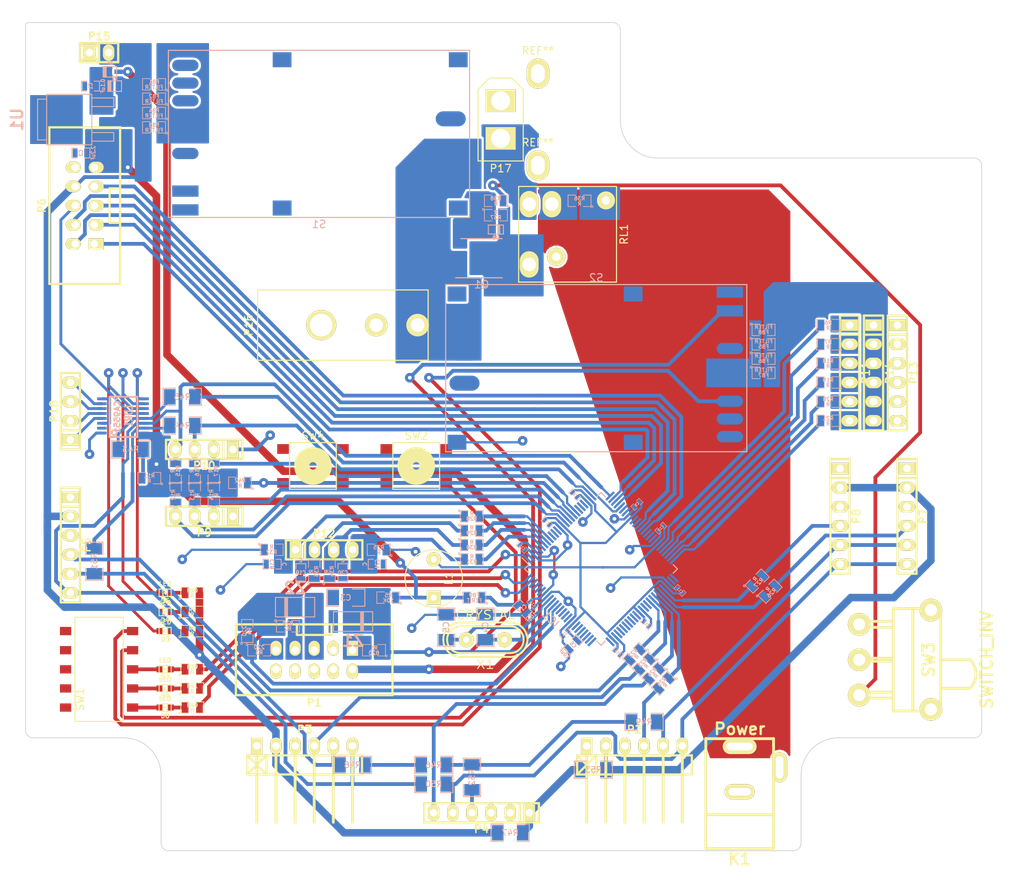
<source format=kicad_pcb>
(kicad_pcb (version 4) (host pcbnew "(2015-10-27 BZR 6284, Git 48df08c)-product")
  (layers (0 F.Cu signal) (31 B.Cu signal) (34 B.Paste user) (35 F.Paste user) (36 B.SilkS user) (37 F.SilkS user) (38 B.Mask user) (39 F.Mask user) (44 Edge.Cuts user))
  (net 0 "")
  (net 1 "Net-(C1-Pad1)")
  (net 2 GND)
  (net 3 +3v3)
  (net 4 CLK_PDI)
  (net 5 "Net-(C10-Pad2)")
  (net 6 "Net-(C15-Pad2)")
  (net 7 5Vin)
  (net 8 5Vout)
  (net 9 "Net-(IC1-Pad1)")
  (net 10 "Net-(IC1-Pad2)")
  (net 11 "Net-(IC1-Pad21)")
  (net 12 "Net-(IC1-Pad22)")
  (net 13 "Net-(IC1-Pad35)")
  (net 14 "Net-(IC1-Pad36)")
  (net 15 "Net-(IC1-Pad40)")
  (net 16 "Net-(IC1-Pad49)")
  (net 17 "Net-(IC1-Pad50)")
  (net 18 "Net-(IC1-Pad51)")
  (net 19 "Net-(IC1-Pad52)")
  (net 20 "Net-(IC1-Pad55)")
  (net 21 "Net-(IC1-Pad56)")
  (net 22 "Net-(IC1-Pad10)")
  (net 23 "Net-(IC1-Pad11)")
  (net 24 "Net-(IC1-Pad59)")
  (net 25 "Net-(IC1-Pad12)")
  (net 26 "Net-(IC1-Pad32)")
  (net 27 "Net-(IC1-Pad45)")
  (net 28 "Net-(IC1-Pad46)")
  (net 29 "Net-(IC1-Pad60)")
  (net 30 "Net-(IC1-Pad61)")
  (net 31 "Net-(IC1-Pad62)")
  (net 32 "Net-(IC1-Pad65)")
  (net 33 "Net-(IC1-Pad66)")
  (net 34 "Net-(IC1-Pad67)")
  (net 35 "Net-(IC1-Pad68)")
  (net 36 "Net-(IC1-Pad69)")
  (net 37 "Net-(IC1-Pad70)")
  (net 38 "Net-(IC1-Pad71)")
  (net 39 "Net-(IC1-Pad72)")
  (net 40 "Net-(IC1-Pad75)")
  (net 41 "Net-(IC1-Pad76)")
  (net 42 "Net-(IC1-Pad77)")
  (net 43 "Net-(IC1-Pad78)")
  (net 44 "Net-(IC1-Pad79)")
  (net 45 "Net-(IC1-Pad80)")
  (net 46 "Net-(IC1-Pad81)")
  (net 47 "Net-(IC1-Pad82)")
  (net 48 "Net-(IC1-Pad85)")
  (net 49 "Net-(IC1-Pad86)")
  (net 50 "Net-(IC1-Pad87)")
  (net 51 "Net-(IC1-Pad88)")
  (net 52 DT_PDI)
  (net 53 Light)
  (net 54 "Net-(P1-Pad9)")
  (net 55 "Net-(P1-Pad7)")
  (net 56 "Net-(P1-Pad1)")
  (net 57 "Net-(P1-Pad5)")
  (net 58 INT_A_0)
  (net 59 INT_B_0)
  (net 60 INT_A_1)
  (net 61 INT_B_1)
  (net 62 MTR_1)
  (net 63 "Net-(R2-Pad1)")
  (net 64 SW1)
  (net 65 SW0)
  (net 66 "Net-(IC1-Pad95)")
  (net 67 "Net-(IC1-Pad96)")
  (net 68 MTR_0)
  (net 69 "Net-(C4-Pad1)")
  (net 70 "Net-(C5-Pad1)")
  (net 71 "Net-(D3-Pad2)")
  (net 72 "Net-(D4-Pad2)")
  (net 73 "Net-(D5-Pad2)")
  (net 74 "Net-(P2-Pad3)")
  (net 75 sens0int)
  (net 76 "Net-(P3-Pad3)")
  (net 77 sens1int)
  (net 78 "Net-(P4-Pad3)")
  (net 79 speed_up)
  (net 80 "Net-(P5-Pad3)")
  (net 81 "Net-(P7-Pad3)")
  (net 82 "Net-(P8-Pad3)")
  (net 83 INT_0)
  (net 84 INT_1)
  (net 85 sens4int)
  (net 86 sens3int)
  (net 87 sens2int)
  (net 88 RST)
  (net 89 I2C_1+)
  (net 90 I2C_1-)
  (net 91 I2C_0+)
  (net 92 I2C_0-)
  (net 93 "Net-(P11-Pad1)")
  (net 94 "Net-(P11-Pad2)")
  (net 95 "Net-(P11-Pad3)")
  (net 96 "Net-(P11-Pad4)")
  (net 97 "Net-(P11-Pad5)")
  (net 98 "Net-(P11-Pad6)")
  (net 99 "Net-(C18-Pad1)")
  (net 100 "Net-(C19-Pad1)")
  (net 101 "Net-(C20-Pad1)")
  (net 102 "Net-(C21-Pad1)")
  (net 103 ADC_0)
  (net 104 ADC_1)
  (net 105 ADC_2)
  (net 106 ADC_3)
  (net 107 "Net-(FB1-Pad1)")
  (net 108 "Net-(S1-Pad3)")
  (net 109 +12V)
  (net 110 "Net-(S1-Pad4)")
  (net 111 "Net-(FB5-Pad1)")
  (net 112 +6Vout)
  (net 113 "Net-(P17-Pad2)")
  (net 114 "Net-(K1-Pad3)")
  (net 115 "Net-(R36-Pad1)")
  (net 116 "Net-(D6-Pad1)")
  (net 117 "Net-(D6-Pad2)")
  (net 118 ON/OFF)
  (net 119 "Net-(IC1-Pad41)")
  (net 120 "Net-(IC1-Pad42)")
  (net 121 "Net-(IC1-Pad47)")
  (net 122 "Net-(IC1-Pad48)")
  (net 123 "Net-(IC1-Pad57)")
  (net 124 "Net-(IC1-Pad58)")
  (net 125 "Net-(LDR1-Pad4)")
  (net 126 "Net-(LDR1-Pad5)")
  (net 127 "Net-(LDR1-Pad6)")
  (net 128 "Net-(LDR1-Pad7)")
  (net 129 "Net-(IC1-Pad18)")
  (net 130 "Net-(IC1-Pad97)")
  (net 131 "Net-(IC1-Pad98)")
  (net 132 "Net-(IC1-Pad99)")
  (net 133 "Net-(IC1-Pad100)")
  (net 134 "Net-(IC1-Pad31)")
  (net 135 "Net-(IC1-Pad30)")
  (net 136 "Net-(IC1-Pad5)")
  (net 137 "Net-(IC1-Pad20)")
  (net 138 "Net-(D3-Pad1)")
  (net 139 "Net-(D4-Pad1)")
  (net 140 "Net-(D5-Pad1)")
  (net 141 "Net-(D7-Pad1)")
  (net 142 SW4)
  (net 143 "Net-(D8-Pad1)")
  (net 144 SW3)
  (net 145 "Net-(D9-Pad1)")
  (net 146 SW2)
  (net 147 "Net-(P4-Pad4)")
  (net 148 "Net-(R11-Pad2)")
  (net 149 "Net-(P2-Pad2)")
  (net 150 "Net-(P4-Pad1)")
  (net 151 "Net-(IC1-Pad25)")
  (net 152 "Net-(P2-Pad5)")
  (net 153 "Net-(R46-Pad1)")
  (net 154 "Net-(R46-Pad2)")
  (net 155 "Net-(P3-Pad5)")
  (net 156 "Net-(P2-Pad6)")
  (module myfootprint:TQFP-100_14x14mm_Pitch0.5mm (layer B.Cu) (at 138.43 115.57 315)
    (fp_text reference IC1 (at 0 9.45 315) (layer B.SilkS) (effects (justify mirror)))
    (fp_text value ATXMEGA64A1-A)
    (pad 1 smd rect (at -7.7 6 315) (size 1.5 0.3) (layers B.Cu B.Paste B.Mask) (net 9 "Net-(IC1-Pad1)"))
    (pad 2 smd rect (at -7.7 5.5 315) (size 1.5 0.3) (layers B.Cu B.Paste B.Mask) (net 10 "Net-(IC1-Pad2)"))
    (pad 3 smd rect (at -7.7 5 315) (size 1.5 0.3) (layers B.Cu B.Paste B.Mask) (net 2 GND))
    (pad 4 smd rect (at -7.7 4.5 315) (size 1.5 0.3) (layers B.Cu B.Paste B.Mask) (net 6 "Net-(C15-Pad2)"))
    (pad 5 smd rect (at -7.7 4 315) (size 1.5 0.3) (layers B.Cu B.Paste B.Mask) (net 136 "Net-(IC1-Pad5)"))
    (pad 6 smd rect (at -7.7 3.5 315) (size 1.5 0.3) (layers B.Cu B.Paste B.Mask) (net 103 ADC_0))
    (pad 7 smd rect (at -7.7 3 315) (size 1.5 0.3) (layers B.Cu B.Paste B.Mask) (net 104 ADC_1))
    (pad 8 smd rect (at -7.7 2.5 315) (size 1.5 0.3) (layers B.Cu B.Paste B.Mask) (net 105 ADC_2))
    (pad 9 smd rect (at -7.7 2 315) (size 1.5 0.3) (layers B.Cu B.Paste B.Mask) (net 106 ADC_3))
    (pad 10 smd rect (at -7.7 1.5 315) (size 1.5 0.3) (layers B.Cu B.Paste B.Mask) (net 22 "Net-(IC1-Pad10)"))
    (pad 11 smd rect (at -7.7 1 315) (size 1.5 0.3) (layers B.Cu B.Paste B.Mask) (net 23 "Net-(IC1-Pad11)"))
    (pad 12 smd rect (at -7.7 0.5 315) (size 1.5 0.3) (layers B.Cu B.Paste B.Mask) (net 25 "Net-(IC1-Pad12)"))
    (pad 13 smd rect (at -7.7 0 315) (size 1.5 0.3) (layers B.Cu B.Paste B.Mask) (net 2 GND))
    (pad 14 smd rect (at -7.7 -0.5 315) (size 1.5 0.3) (layers B.Cu B.Paste B.Mask) (net 5 "Net-(C10-Pad2)"))
    (pad 15 smd rect (at -7.7 -1 315) (size 1.5 0.3) (layers B.Cu B.Paste B.Mask) (net 89 I2C_1+))
    (pad 16 smd rect (at -7.7 -1.5 315) (size 1.5 0.3) (layers B.Cu B.Paste B.Mask) (net 90 I2C_1-))
    (pad 17 smd rect (at -7.7 -2 315) (size 1.5 0.3) (layers B.Cu B.Paste B.Mask) (net 84 INT_1))
    (pad 18 smd rect (at -7.7 -2.5 315) (size 1.5 0.3) (layers B.Cu B.Paste B.Mask) (net 129 "Net-(IC1-Pad18)"))
    (pad 19 smd rect (at -7.7 -3 315) (size 1.5 0.3) (layers B.Cu B.Paste B.Mask) (net 83 INT_0))
    (pad 20 smd rect (at -7.7 -3.5 315) (size 1.5 0.3) (layers B.Cu B.Paste B.Mask) (net 137 "Net-(IC1-Pad20)"))
    (pad 21 smd rect (at -7.7 -4 315) (size 1.5 0.3) (layers B.Cu B.Paste B.Mask) (net 11 "Net-(IC1-Pad21)"))
    (pad 22 smd rect (at -7.7 -4.5 315) (size 1.5 0.3) (layers B.Cu B.Paste B.Mask) (net 12 "Net-(IC1-Pad22)"))
    (pad 23 smd rect (at -7.7 -5 315) (size 1.5 0.3) (layers B.Cu B.Paste B.Mask) (net 2 GND))
    (pad 24 smd rect (at -7.7 -5.5 315) (size 1.5 0.3) (layers B.Cu B.Paste B.Mask) (net 5 "Net-(C10-Pad2)"))
    (pad 25 smd rect (at -7.7 -6 315) (size 1.5 0.3) (layers B.Cu B.Paste B.Mask) (net 151 "Net-(IC1-Pad25)"))
    (pad 26 smd rect (at -6 -7.7 225) (size 1.5 0.3) (layers B.Cu B.Paste B.Mask) (net 92 I2C_0-))
    (pad 27 smd rect (at -5.5 -7.7 225) (size 1.5 0.3) (layers B.Cu B.Paste B.Mask) (net 59 INT_B_0))
    (pad 28 smd rect (at -5 -7.7 225) (size 1.5 0.3) (layers B.Cu B.Paste B.Mask) (net 58 INT_A_0))
    (pad 29 smd rect (at -4.5 -7.7 225) (size 1.5 0.3) (layers B.Cu B.Paste B.Mask) (net 68 MTR_0))
    (pad 30 smd rect (at -4 -7.7 225) (size 1.5 0.3) (layers B.Cu B.Paste B.Mask) (net 135 "Net-(IC1-Pad30)"))
    (pad 31 smd rect (at -3.5 -7.7 225) (size 1.5 0.3) (layers B.Cu B.Paste B.Mask) (net 134 "Net-(IC1-Pad31)"))
    (pad 32 smd rect (at -3 -7.7 225) (size 1.5 0.3) (layers B.Cu B.Paste B.Mask) (net 26 "Net-(IC1-Pad32)"))
    (pad 33 smd rect (at -2.5 -7.7 225) (size 1.5 0.3) (layers B.Cu B.Paste B.Mask) (net 2 GND))
    (pad 34 smd rect (at -2 -7.7 225) (size 1.5 0.3) (layers B.Cu B.Paste B.Mask) (net 5 "Net-(C10-Pad2)"))
    (pad 35 smd rect (at -1.5 -7.7 225) (size 1.5 0.3) (layers B.Cu B.Paste B.Mask) (net 13 "Net-(IC1-Pad35)"))
    (pad 36 smd rect (at -1 -7.7 225) (size 1.5 0.3) (layers B.Cu B.Paste B.Mask) (net 14 "Net-(IC1-Pad36)"))
    (pad 37 smd rect (at -0.5 -7.7 225) (size 1.5 0.3) (layers B.Cu B.Paste B.Mask) (net 61 INT_B_1))
    (pad 38 smd rect (at 0 -7.7 225) (size 1.5 0.3) (layers B.Cu B.Paste B.Mask) (net 62 MTR_1))
    (pad 39 smd rect (at 0.5 -7.7 225) (size 1.5 0.3) (layers B.Cu B.Paste B.Mask) (net 60 INT_A_1))
    (pad 40 smd rect (at 1 -7.7 225) (size 1.5 0.3) (layers B.Cu B.Paste B.Mask) (net 15 "Net-(IC1-Pad40)"))
    (pad 41 smd rect (at 1.5 -7.7 225) (size 1.5 0.3) (layers B.Cu B.Paste B.Mask) (net 119 "Net-(IC1-Pad41)"))
    (pad 42 smd rect (at 2 -7.7 225) (size 1.5 0.3) (layers B.Cu B.Paste B.Mask) (net 120 "Net-(IC1-Pad42)"))
    (pad 43 smd rect (at 2.5 -7.7 225) (size 1.5 0.3) (layers B.Cu B.Paste B.Mask) (net 2 GND))
    (pad 44 smd rect (at 3 -7.7 225) (size 1.5 0.3) (layers B.Cu B.Paste B.Mask) (net 5 "Net-(C10-Pad2)"))
    (pad 45 smd rect (at 3.5 -7.7 225) (size 1.5 0.3) (layers B.Cu B.Paste B.Mask) (net 27 "Net-(IC1-Pad45)"))
    (pad 46 smd rect (at 4 -7.7 225) (size 1.5 0.3) (layers B.Cu B.Paste B.Mask) (net 28 "Net-(IC1-Pad46)"))
    (pad 47 smd rect (at 4.5 -7.7 225) (size 1.5 0.3) (layers B.Cu B.Paste B.Mask) (net 121 "Net-(IC1-Pad47)"))
    (pad 48 smd rect (at 5 -7.7 225) (size 1.5 0.3) (layers B.Cu B.Paste B.Mask) (net 122 "Net-(IC1-Pad48)"))
    (pad 49 smd rect (at 5.5 -7.7 225) (size 1.5 0.3) (layers B.Cu B.Paste B.Mask) (net 16 "Net-(IC1-Pad49)"))
    (pad 50 smd rect (at 6 -7.7 225) (size 1.5 0.3) (layers B.Cu B.Paste B.Mask) (net 17 "Net-(IC1-Pad50)"))
    (pad 51 smd rect (at 7.7 -6 315) (size 1.5 0.3) (layers B.Cu B.Paste B.Mask) (net 18 "Net-(IC1-Pad51)"))
    (pad 52 smd rect (at 7.7 -5.5 315) (size 1.5 0.3) (layers B.Cu B.Paste B.Mask) (net 19 "Net-(IC1-Pad52)"))
    (pad 53 smd rect (at 7.7 -5 315) (size 1.5 0.3) (layers B.Cu B.Paste B.Mask) (net 2 GND))
    (pad 54 smd rect (at 7.7 -4.5 315) (size 1.5 0.3) (layers B.Cu B.Paste B.Mask) (net 5 "Net-(C10-Pad2)"))
    (pad 55 smd rect (at 7.7 -4 315) (size 1.5 0.3) (layers B.Cu B.Paste B.Mask) (net 20 "Net-(IC1-Pad55)"))
    (pad 56 smd rect (at 7.7 -3.5 315) (size 1.5 0.3) (layers B.Cu B.Paste B.Mask) (net 21 "Net-(IC1-Pad56)"))
    (pad 57 smd rect (at 7.7 -3 315) (size 1.5 0.3) (layers B.Cu B.Paste B.Mask) (net 123 "Net-(IC1-Pad57)"))
    (pad 58 smd rect (at 7.7 -2.5 315) (size 1.5 0.3) (layers B.Cu B.Paste B.Mask) (net 124 "Net-(IC1-Pad58)"))
    (pad 59 smd rect (at 7.7 -2 315) (size 1.5 0.3) (layers B.Cu B.Paste B.Mask) (net 24 "Net-(IC1-Pad59)"))
    (pad 60 smd rect (at 7.7 -1.5 315) (size 1.5 0.3) (layers B.Cu B.Paste B.Mask) (net 29 "Net-(IC1-Pad60)"))
    (pad 61 smd rect (at 7.7 -1 315) (size 1.5 0.3) (layers B.Cu B.Paste B.Mask) (net 30 "Net-(IC1-Pad61)"))
    (pad 62 smd rect (at 7.7 -0.5 315) (size 1.5 0.3) (layers B.Cu B.Paste B.Mask) (net 31 "Net-(IC1-Pad62)"))
    (pad 63 smd rect (at 7.7 0 315) (size 1.5 0.3) (layers B.Cu B.Paste B.Mask) (net 2 GND))
    (pad 64 smd rect (at 7.7 0.5 315) (size 1.5 0.3) (layers B.Cu B.Paste B.Mask) (net 5 "Net-(C10-Pad2)"))
    (pad 65 smd rect (at 7.7 1 315) (size 1.5 0.3) (layers B.Cu B.Paste B.Mask) (net 32 "Net-(IC1-Pad65)"))
    (pad 66 smd rect (at 7.7 1.5 315) (size 1.5 0.3) (layers B.Cu B.Paste B.Mask) (net 33 "Net-(IC1-Pad66)"))
    (pad 67 smd rect (at 7.7 2 315) (size 1.5 0.3) (layers B.Cu B.Paste B.Mask) (net 34 "Net-(IC1-Pad67)"))
    (pad 68 smd rect (at 7.7 2.5 315) (size 1.5 0.3) (layers B.Cu B.Paste B.Mask) (net 35 "Net-(IC1-Pad68)"))
    (pad 69 smd rect (at 7.7 3 315) (size 1.5 0.3) (layers B.Cu B.Paste B.Mask) (net 36 "Net-(IC1-Pad69)"))
    (pad 70 smd rect (at 7.7 3.5 315) (size 1.5 0.3) (layers B.Cu B.Paste B.Mask) (net 37 "Net-(IC1-Pad70)"))
    (pad 71 smd rect (at 7.7 4 315) (size 1.5 0.3) (layers B.Cu B.Paste B.Mask) (net 38 "Net-(IC1-Pad71)"))
    (pad 72 smd rect (at 7.7 4.5 315) (size 1.5 0.3) (layers B.Cu B.Paste B.Mask) (net 39 "Net-(IC1-Pad72)"))
    (pad 73 smd rect (at 7.7 5 315) (size 1.5 0.3) (layers B.Cu B.Paste B.Mask) (net 2 GND))
    (pad 74 smd rect (at 7.7 5.5 315) (size 1.5 0.3) (layers B.Cu B.Paste B.Mask) (net 5 "Net-(C10-Pad2)"))
    (pad 75 smd rect (at 7.7 6 315) (size 1.5 0.3) (layers B.Cu B.Paste B.Mask) (net 40 "Net-(IC1-Pad75)"))
    (pad 76 smd rect (at 6 7.7 225) (size 1.5 0.3) (layers B.Cu B.Paste B.Mask) (net 41 "Net-(IC1-Pad76)"))
    (pad 77 smd rect (at 5.5 7.7 225) (size 1.5 0.3) (layers B.Cu B.Paste B.Mask) (net 42 "Net-(IC1-Pad77)"))
    (pad 78 smd rect (at 5 7.7 225) (size 1.5 0.3) (layers B.Cu B.Paste B.Mask) (net 43 "Net-(IC1-Pad78)"))
    (pad 79 smd rect (at 4.5 7.7 225) (size 1.5 0.3) (layers B.Cu B.Paste B.Mask) (net 44 "Net-(IC1-Pad79)"))
    (pad 80 smd rect (at 4 7.7 225) (size 1.5 0.3) (layers B.Cu B.Paste B.Mask) (net 45 "Net-(IC1-Pad80)"))
    (pad 81 smd rect (at 3.5 7.7 225) (size 1.5 0.3) (layers B.Cu B.Paste B.Mask) (net 46 "Net-(IC1-Pad81)"))
    (pad 82 smd rect (at 3 7.7 225) (size 1.5 0.3) (layers B.Cu B.Paste B.Mask) (net 47 "Net-(IC1-Pad82)"))
    (pad 83 smd rect (at 2.5 7.7 225) (size 1.5 0.3) (layers B.Cu B.Paste B.Mask) (net 5 "Net-(C10-Pad2)"))
    (pad 84 smd rect (at 2 7.7 225) (size 1.5 0.3) (layers B.Cu B.Paste B.Mask) (net 2 GND))
    (pad 85 smd rect (at 1.5 7.7 225) (size 1.5 0.3) (layers B.Cu B.Paste B.Mask) (net 48 "Net-(IC1-Pad85)"))
    (pad 86 smd rect (at 1 7.7 225) (size 1.5 0.3) (layers B.Cu B.Paste B.Mask) (net 49 "Net-(IC1-Pad86)"))
    (pad 87 smd rect (at 0.5 7.7 225) (size 1.5 0.3) (layers B.Cu B.Paste B.Mask) (net 50 "Net-(IC1-Pad87)"))
    (pad 88 smd rect (at 0 7.7 225) (size 1.5 0.3) (layers B.Cu B.Paste B.Mask) (net 51 "Net-(IC1-Pad88)"))
    (pad 89 smd rect (at -0.5 7.7 225) (size 1.5 0.3) (layers B.Cu B.Paste B.Mask) (net 52 DT_PDI))
    (pad 90 smd rect (at -1 7.7 225) (size 1.5 0.3) (layers B.Cu B.Paste B.Mask) (net 4 CLK_PDI))
    (pad 91 smd rect (at -1.5 7.7 225) (size 1.5 0.3) (layers B.Cu B.Paste B.Mask) (net 69 "Net-(C4-Pad1)"))
    (pad 92 smd rect (at -2 7.7 225) (size 1.5 0.3) (layers B.Cu B.Paste B.Mask) (net 70 "Net-(C5-Pad1)"))
    (pad 93 smd rect (at -2.5 7.7 225) (size 1.5 0.3) (layers B.Cu B.Paste B.Mask) (net 2 GND))
    (pad 94 smd rect (at -3 7.7 225) (size 1.5 0.3) (layers B.Cu B.Paste B.Mask) (net 6 "Net-(C15-Pad2)"))
    (pad 95 smd rect (at -3.5 7.7 225) (size 1.5 0.3) (layers B.Cu B.Paste B.Mask) (net 66 "Net-(IC1-Pad95)"))
    (pad 96 smd rect (at -4 7.7 225) (size 1.5 0.3) (layers B.Cu B.Paste B.Mask) (net 67 "Net-(IC1-Pad96)"))
    (pad 97 smd rect (at -4.5 7.7 225) (size 1.5 0.3) (layers B.Cu B.Paste B.Mask) (net 130 "Net-(IC1-Pad97)"))
    (pad 98 smd rect (at -5 7.7 225) (size 1.5 0.3) (layers B.Cu B.Paste B.Mask) (net 131 "Net-(IC1-Pad98)"))
    (pad 99 smd rect (at -5.5 7.7 225) (size 1.5 0.3) (layers B.Cu B.Paste B.Mask) (net 132 "Net-(IC1-Pad99)"))
    (pad 100 smd rect (at -6 7.7 225) (size 1.5 0.3) (layers B.Cu B.Paste B.Mask) (net 133 "Net-(IC1-Pad100)"))
  )
  (module libcms:TSSOP16 (layer B.Cu) (at 74.93 95.25 90)
    (fp_text reference LDR1 (at 0 0.7493 90) (layer B.SilkS) (effects (font (size 1.016 0.762) (thickness 0.1905)) (justify mirror)))
    (fp_text value PCA9551 (at 0.24892 -0.7493 90) (layer B.SilkS) (effects (font (size 0.762 0.762) (thickness 0.1905)) (justify mirror)))
    (pad 1 smd rect (at -2.27584 -2.79908 90) (size 0.381 1.27) (layers B.Cu B.Paste B.Mask) (net 2 GND))
    (pad 2 smd rect (at -1.6256 -2.79908 90) (size 0.381 1.27) (layers B.Cu B.Paste B.Mask) (net 2 GND))
    (pad 3 smd rect (at -0.97536 -2.79908 90) (size 0.381 1.27) (layers B.Cu B.Paste B.Mask) (net 2 GND))
    (pad 4 smd rect (at -0.32512 -2.79908 90) (size 0.381 1.27) (layers B.Cu B.Paste B.Mask) (net 125 "Net-(LDR1-Pad4)"))
    (pad 5 smd rect (at 0.32512 -2.79908 90) (size 0.381 1.27) (layers B.Cu B.Paste B.Mask) (net 126 "Net-(LDR1-Pad5)"))
    (pad 6 smd rect (at 0.97536 -2.79908 90) (size 0.381 1.27) (layers B.Cu B.Paste B.Mask) (net 127 "Net-(LDR1-Pad6)"))
    (pad 7 smd rect (at 1.6256 -2.79908 90) (size 0.381 1.27) (layers B.Cu B.Paste B.Mask) (net 128 "Net-(LDR1-Pad7)"))
    (pad 8 smd rect (at 2.27584 -2.79908 90) (size 0.381 1.27) (layers B.Cu B.Paste B.Mask) (net 2 GND))
    (pad 9 smd rect (at 2.27584 2.79908 90) (size 0.381 1.27) (layers B.Cu B.Paste B.Mask) (net 73 "Net-(D5-Pad2)"))
    (pad 10 smd rect (at 1.6256 2.79908 90) (size 0.381 1.27) (layers B.Cu B.Paste B.Mask) (net 72 "Net-(D4-Pad2)"))
    (pad 11 smd rect (at 0.97536 2.79908 90) (size 0.381 1.27) (layers B.Cu B.Paste B.Mask) (net 71 "Net-(D3-Pad2)"))
    (pad 12 smd rect (at 0.32512 2.79908 90) (size 0.381 1.27) (layers B.Cu B.Paste B.Mask) (net 53 Light))
    (pad 13 smd rect (at -0.32512 2.79908 90) (size 0.381 1.27) (layers B.Cu B.Paste B.Mask) (net 88 RST))
    (pad 14 smd rect (at -0.97536 2.79908 90) (size 0.381 1.27) (layers B.Cu B.Paste B.Mask) (net 92 I2C_0-))
    (pad 15 smd rect (at -1.6256 2.79908 90) (size 0.381 1.27) (layers B.Cu B.Paste B.Mask) (net 91 I2C_0+))
    (pad 16 smd rect (at -2.27584 2.79908 90) (size 0.381 1.27) (layers B.Cu B.Paste B.Mask) (net 3 +3v3))
  )
  (module libcms:SM0805 (layer B.Cu) (at 90.4875 104.14 180)
    (fp_text reference R42 (at 0 0.3175 180) (layer B.SilkS) (effects (font (size 0.50038 0.50038) (thickness 0.10922)) (justify mirror)))
    (fp_text value R (at 0 -0.381 180) (layer B.SilkS) (effects (font (size 0.50038 0.50038) (thickness 0.10922)) (justify mirror)))
    (pad 1 smd rect (at -0.9525 0 180) (size 0.889 1.397) (layers B.Cu B.Paste B.Mask) (net 129 "Net-(IC1-Pad18)"))
    (pad 2 smd rect (at 0.9525 0 180) (size 0.889 1.397) (layers B.Cu B.Paste B.Mask) (net 3 +3v3))
  )
  (module w_pin_strip:pin_strip_6 (layer F.Cu) (at 179.07 108.585 270)
    (fp_text reference P7 (at 0 -2.159 270) (layer F.SilkS) (effects (font (size 1.016 1.016) (thickness 0.2032))))
    (fp_text value Sens0 hide)
    (pad 1 thru_hole rect (at -6.35 0 270) (size 1.524 2.19964) (drill 1.00076) (layers *.Cu *.Mask F.SilkS) (net 2 GND))
    (pad 2 thru_hole oval (at -3.81 0 270) (size 1.524 2.19964) (drill 1.00076) (layers *.Cu *.Mask F.SilkS) (net 149 "Net-(P2-Pad2)"))
    (pad 3 thru_hole oval (at -1.27 0 270) (size 1.524 2.19964) (drill 1.00076) (layers *.Cu *.Mask F.SilkS) (net 81 "Net-(P7-Pad3)"))
    (pad 4 thru_hole oval (at 1.27 0 270) (size 1.524 2.19964) (drill 1.00076) (layers *.Cu *.Mask F.SilkS) (net 75 sens0int))
    (pad 5 thru_hole oval (at 3.81 0 270) (size 1.524 2.19964) (drill 1.00076) (layers *.Cu *.Mask F.SilkS) (net 152 "Net-(P2-Pad5)"))
    (pad 6 thru_hole oval (at 6.35 0 270) (size 1.524 2.19964) (drill 1.00076) (layers *.Cu *.Mask F.SilkS) (net 156 "Net-(P2-Pad6)"))
  )
  (module w_pin_strip:pin_strip_6 (layer F.Cu) (at 170.18 108.585 270)
    (fp_text reference P8 (at 0 -2.159 270) (layer F.SilkS) (effects (font (size 1.016 1.016) (thickness 0.2032))))
    (fp_text value Sens1 hide)
    (pad 1 thru_hole rect (at -6.35 0 270) (size 1.524 2.19964) (drill 1.00076) (layers *.Cu *.Mask F.SilkS) (net 2 GND))
    (pad 2 thru_hole oval (at -3.81 0 270) (size 1.524 2.19964) (drill 1.00076) (layers *.Cu *.Mask F.SilkS) (net 149 "Net-(P2-Pad2)"))
    (pad 3 thru_hole oval (at -1.27 0 270) (size 1.524 2.19964) (drill 1.00076) (layers *.Cu *.Mask F.SilkS) (net 82 "Net-(P8-Pad3)"))
    (pad 4 thru_hole oval (at 1.27 0 270) (size 1.524 2.19964) (drill 1.00076) (layers *.Cu *.Mask F.SilkS) (net 77 sens1int))
    (pad 5 thru_hole oval (at 3.81 0 270) (size 1.524 2.19964) (drill 1.00076) (layers *.Cu *.Mask F.SilkS) (net 152 "Net-(P2-Pad5)"))
    (pad 6 thru_hole oval (at 6.35 0 270) (size 1.524 2.19964) (drill 1.00076) (layers *.Cu *.Mask F.SilkS) (net 156 "Net-(P2-Pad6)"))
  )
  (module libcms:SM0805 (layer B.Cu) (at 160.870481 118.529519 45)
    (fp_text reference R26 (at 0 0.3175 45) (layer B.SilkS) (effects (font (size 0.50038 0.50038) (thickness 0.10922)) (justify mirror)))
    (fp_text value R (at 0 -0.381 45) (layer B.SilkS) (effects (font (size 0.50038 0.50038) (thickness 0.10922)) (justify mirror)))
    (pad 1 smd rect (at -0.9525 0 45) (size 0.889 1.397) (layers B.Cu B.Paste B.Mask) (net 21 "Net-(IC1-Pad56)"))
    (pad 2 smd rect (at 0.9525 0 45) (size 0.889 1.397) (layers B.Cu B.Paste B.Mask) (net 75 sens0int))
  )
  (module w_pin_strip:pin_strip_6-90 (layer F.Cu) (at 99.06 139.065)
    (fp_text reference P3 (at 0 -2.159) (layer F.SilkS) (effects (font (size 1.016 1.016) (thickness 0.2032))))
    (fp_text value Sens2 hide)
    (pad 1 thru_hole rect (at -6.35 0) (size 1.524 2.19964) (drill 1.00076) (layers *.Cu *.Mask F.SilkS) (net 2 GND))
    (pad 2 thru_hole oval (at -3.81 0) (size 1.524 2.19964) (drill 1.00076) (layers *.Cu *.Mask F.SilkS) (net 8 5Vout))
    (pad 3 thru_hole oval (at -1.27 0) (size 1.524 2.19964) (drill 1.00076) (layers *.Cu *.Mask F.SilkS) (net 76 "Net-(P3-Pad3)"))
    (pad 4 thru_hole oval (at 1.27 0) (size 1.524 2.19964) (drill 1.00076) (layers *.Cu *.Mask F.SilkS) (net 87 sens2int))
    (pad 5 thru_hole oval (at 3.81 0) (size 1.524 2.19964) (drill 1.00076) (layers *.Cu *.Mask F.SilkS) (net 155 "Net-(P3-Pad5)"))
    (pad 6 thru_hole oval (at 6.35 0) (size 1.524 2.19964) (drill 1.00076) (layers *.Cu *.Mask F.SilkS) (net 92 I2C_0-))
  )
  (module libcms:SM1206 (layer B.Cu) (at 117.856 123.317 90)
    (fp_text reference C5 (at 0 0 90) (layer B.SilkS) (effects (font (size 0.762 0.762) (thickness 0.127)) (justify mirror)))
    (fp_text value 22pF hide)
    (pad 1 smd rect (at -1.651 0 90) (size 1.524 2.032) (layers B.Cu B.Paste B.Mask) (net 70 "Net-(C5-Pad1)"))
    (pad 2 smd rect (at 1.651 0 90) (size 1.524 2.032) (layers B.Cu B.Paste B.Mask) (net 2 GND))
  )
  (module libcms:SM1206 (layer B.Cu) (at 123.063 123.317 90)
    (fp_text reference C4 (at 0 0 90) (layer B.SilkS) (effects (font (size 0.762 0.762) (thickness 0.127)) (justify mirror)))
    (fp_text value 22pF hide)
    (pad 1 smd rect (at -1.651 0 90) (size 1.524 2.032) (layers B.Cu B.Paste B.Mask) (net 69 "Net-(C4-Pad1)"))
    (pad 2 smd rect (at 1.651 0 90) (size 1.524 2.032) (layers B.Cu B.Paste B.Mask) (net 2 GND))
  )
  (module w_crystal:crystal_hc-49s (layer F.Cu) (at 123.063 124.968 180)
    (fp_text reference X1 (at 0 -3.302 180) (layer F.SilkS) (effects (font (size 1.143 1.27) (thickness 0.1524))))
    (fp_text value CRYSTAL (at 0 3.302 180) (layer F.SilkS) (effects (font (size 1.143 1.27) (thickness 0.1524))))
    (pad 1 thru_hole circle (at -2.54 0 180) (size 1.99898 1.99898) (drill 0.8001) (layers *.Cu *.Mask F.SilkS) (net 69 "Net-(C4-Pad1)"))
    (pad 2 thru_hole circle (at 2.54 0 180) (size 1.99898 1.99898) (drill 0.8001) (layers *.Cu *.Mask F.SilkS) (net 70 "Net-(C5-Pad1)"))
  )
  (module libcms:SM0402 (layer B.Cu) (at 127.952099 112.712099 135)
    (fp_text reference C15 (at 0 0 135) (layer B.SilkS) (effects (font (size 0.35052 0.3048) (thickness 0.07112)) (justify mirror)))
    (fp_text value 100nF hide)
    (pad 1 smd rect (at -0.44958 0 135) (size 0.39878 0.59944) (layers B.Cu B.Paste B.Mask) (net 2 GND))
    (pad 2 smd rect (at 0.44958 0 135) (size 0.39878 0.59944) (layers B.Cu B.Paste B.Mask) (net 6 "Net-(C15-Pad2)"))
  )
  (module libcms:SM0402 (layer B.Cu) (at 131.254099 109.410099 135)
    (fp_text reference C7 (at 0 0 135) (layer B.SilkS) (effects (font (size 0.35052 0.3048) (thickness 0.07112)) (justify mirror)))
    (fp_text value 100nF hide)
    (pad 1 smd rect (at -0.44958 0 135) (size 0.39878 0.59944) (layers B.Cu B.Paste B.Mask) (net 2 GND))
    (pad 2 smd rect (at 0.44958 0 135) (size 0.39878 0.59944) (layers B.Cu B.Paste B.Mask) (net 5 "Net-(C10-Pad2)"))
  )
  (module libcms:SM0402 (layer B.Cu) (at 146.367901 110.172099 45)
    (fp_text reference C10 (at 0 0 45) (layer B.SilkS) (effects (font (size 0.35052 0.3048) (thickness 0.07112)) (justify mirror)))
    (fp_text value 100nF hide)
    (pad 1 smd rect (at -0.44958 0 45) (size 0.39878 0.59944) (layers B.Cu B.Paste B.Mask) (net 2 GND))
    (pad 2 smd rect (at 0.44958 0 45) (size 0.39878 0.59944) (layers B.Cu B.Paste B.Mask) (net 5 "Net-(C10-Pad2)"))
  )
  (module libcms:SM0402 (layer B.Cu) (at 148.907901 118.427901 315)
    (fp_text reference C11 (at 0 0 315) (layer B.SilkS) (effects (font (size 0.35052 0.3048) (thickness 0.07112)) (justify mirror)))
    (fp_text value 100nF hide)
    (pad 1 smd rect (at -0.44958 0 315) (size 0.39878 0.59944) (layers B.Cu B.Paste B.Mask) (net 2 GND))
    (pad 2 smd rect (at 0.44958 0 315) (size 0.39878 0.59944) (layers B.Cu B.Paste B.Mask) (net 5 "Net-(C10-Pad2)"))
  )
  (module libcms:SM0402 (layer B.Cu) (at 140.652901 126.682901 135)
    (fp_text reference C13 (at 0 0 135) (layer B.SilkS) (effects (font (size 0.35052 0.3048) (thickness 0.07112)) (justify mirror)))
    (fp_text value 100nF hide)
    (pad 1 smd rect (at -0.44958 0 135) (size 0.39878 0.59944) (layers B.Cu B.Paste B.Mask) (net 2 GND))
    (pad 2 smd rect (at 0.44958 0 135) (size 0.39878 0.59944) (layers B.Cu B.Paste B.Mask) (net 5 "Net-(C10-Pad2)"))
  )
  (module libcms:SM0402 (layer B.Cu) (at 144.462099 122.872099 135)
    (fp_text reference C12 (at 0 0 135) (layer B.SilkS) (effects (font (size 0.35052 0.3048) (thickness 0.07112)) (justify mirror)))
    (fp_text value 100nF hide)
    (pad 1 smd rect (at -0.44958 0 135) (size 0.39878 0.59944) (layers B.Cu B.Paste B.Mask) (net 2 GND))
    (pad 2 smd rect (at 0.44958 0 135) (size 0.39878 0.59944) (layers B.Cu B.Paste B.Mask) (net 5 "Net-(C10-Pad2)"))
  )
  (module libcms:SM0805 (layer B.Cu) (at 168.5925 88.265 180)
    (fp_text reference R18 (at 0 0.3175 180) (layer B.SilkS) (effects (font (size 0.50038 0.50038) (thickness 0.10922)) (justify mirror)))
    (fp_text value R (at 0 -0.381 180) (layer B.SilkS) (effects (font (size 0.50038 0.50038) (thickness 0.10922)) (justify mirror)))
    (pad 1 smd rect (at -0.9525 0 180) (size 0.889 1.397) (layers B.Cu B.Paste B.Mask) (net 95 "Net-(P11-Pad3)"))
    (pad 2 smd rect (at 0.9525 0 180) (size 0.889 1.397) (layers B.Cu B.Paste B.Mask) (net 121 "Net-(IC1-Pad47)"))
  )
  (module libcms:SM0805 (layer B.Cu) (at 168.5925 95.885 180)
    (fp_text reference R21 (at 0 0.3175 180) (layer B.SilkS) (effects (font (size 0.50038 0.50038) (thickness 0.10922)) (justify mirror)))
    (fp_text value R (at 0 -0.381 180) (layer B.SilkS) (effects (font (size 0.50038 0.50038) (thickness 0.10922)) (justify mirror)))
    (pad 1 smd rect (at -0.9525 0 180) (size 0.889 1.397) (layers B.Cu B.Paste B.Mask) (net 98 "Net-(P11-Pad6)"))
    (pad 2 smd rect (at 0.9525 0 180) (size 0.889 1.397) (layers B.Cu B.Paste B.Mask) (net 17 "Net-(IC1-Pad50)"))
  )
  (module libcms:SM0805 (layer B.Cu) (at 168.5925 90.805 180)
    (fp_text reference R19 (at 0 0.3175 180) (layer B.SilkS) (effects (font (size 0.50038 0.50038) (thickness 0.10922)) (justify mirror)))
    (fp_text value R (at 0 -0.381 180) (layer B.SilkS) (effects (font (size 0.50038 0.50038) (thickness 0.10922)) (justify mirror)))
    (pad 1 smd rect (at -0.9525 0 180) (size 0.889 1.397) (layers B.Cu B.Paste B.Mask) (net 96 "Net-(P11-Pad4)"))
    (pad 2 smd rect (at 0.9525 0 180) (size 0.889 1.397) (layers B.Cu B.Paste B.Mask) (net 122 "Net-(IC1-Pad48)"))
  )
  (module libcms:SM0603_Capa (layer B.Cu) (at 70.612 51.435 180)
    (fp_text reference C1 (at 0 0 450) (layer B.SilkS) (effects (font (size 0.508 0.4572) (thickness 0.1143)) (justify mirror)))
    (fp_text value 0.1uF (at -1.651 0 450) (layer B.SilkS) (effects (font (size 0.508 0.4572) (thickness 0.1143)) (justify mirror)))
    (pad 1 smd rect (at -0.762 0 180) (size 0.635 1.143) (layers B.Cu B.Paste B.Mask) (net 1 "Net-(C1-Pad1)"))
    (pad 2 smd rect (at 0.762 0 180) (size 0.635 1.143) (layers B.Cu B.Paste B.Mask) (net 2 GND))
  )
  (module libcms:SM0603_Capa (layer B.Cu) (at 69.342 60.325 180)
    (fp_text reference C2 (at 0 0 450) (layer B.SilkS) (effects (font (size 0.508 0.4572) (thickness 0.1143)) (justify mirror)))
    (fp_text value 2.2uF (at -1.651 0 450) (layer B.SilkS) (effects (font (size 0.508 0.4572) (thickness 0.1143)) (justify mirror)))
    (pad 1 smd rect (at -0.762 0 180) (size 0.635 1.143) (layers B.Cu B.Paste B.Mask) (net 3 +3v3))
    (pad 2 smd rect (at 0.762 0 180) (size 0.635 1.143) (layers B.Cu B.Paste B.Mask) (net 2 GND))
  )
  (module libcms:SM1206 (layer B.Cu) (at 104.521 119.38 180)
    (fp_text reference C3 (at 0 0 180) (layer B.SilkS) (effects (font (size 0.762 0.762) (thickness 0.127)) (justify mirror)))
    (fp_text value 22pF hide)
    (pad 1 smd rect (at -1.651 0 180) (size 1.524 2.032) (layers B.Cu B.Paste B.Mask) (net 4 CLK_PDI))
    (pad 2 smd rect (at 1.651 0 180) (size 1.524 2.032) (layers B.Cu B.Paste B.Mask) (net 2 GND))
  )
  (module libcms:SM0603_Capa (layer B.Cu) (at 134.716185 125.633815 45)
    (fp_text reference C6 (at 0 0 315) (layer B.SilkS) (effects (font (size 0.508 0.4572) (thickness 0.1143)) (justify mirror)))
    (fp_text value 10uF (at -1.651 0 315) (layer B.SilkS) (effects (font (size 0.508 0.4572) (thickness 0.1143)) (justify mirror)))
    (pad 1 smd rect (at -0.762 0 45) (size 0.635 1.143) (layers B.Cu B.Paste B.Mask) (net 2 GND))
    (pad 2 smd rect (at 0.762 0 45) (size 0.635 1.143) (layers B.Cu B.Paste B.Mask) (net 5 "Net-(C10-Pad2)"))
  )
  (module libcms:SM0402 (layer B.Cu) (at 134.937099 105.727099 135)
    (fp_text reference C8 (at 0 0 135) (layer B.SilkS) (effects (font (size 0.35052 0.3048) (thickness 0.07112)) (justify mirror)))
    (fp_text value 100nF hide)
    (pad 1 smd rect (at -0.44958 0 135) (size 0.39878 0.59944) (layers B.Cu B.Paste B.Mask) (net 2 GND))
    (pad 2 smd rect (at 0.44958 0 135) (size 0.39878 0.59944) (layers B.Cu B.Paste B.Mask) (net 5 "Net-(C10-Pad2)"))
  )
  (module libcms:SM0402 (layer B.Cu) (at 143.192099 106.997901 45)
    (fp_text reference C9 (at 0 0 45) (layer B.SilkS) (effects (font (size 0.35052 0.3048) (thickness 0.07112)) (justify mirror)))
    (fp_text value 100nF hide)
    (pad 1 smd rect (at -0.44958 0 45) (size 0.39878 0.59944) (layers B.Cu B.Paste B.Mask) (net 2 GND))
    (pad 2 smd rect (at 0.44958 0 45) (size 0.39878 0.59944) (layers B.Cu B.Paste B.Mask) (net 5 "Net-(C10-Pad2)"))
  )
  (module libcms:SM0402 (layer B.Cu) (at 133.667901 124.142099 45)
    (fp_text reference C14 (at 0 0 45) (layer B.SilkS) (effects (font (size 0.35052 0.3048) (thickness 0.07112)) (justify mirror)))
    (fp_text value 100nF hide)
    (pad 1 smd rect (at -0.44958 0 45) (size 0.39878 0.59944) (layers B.Cu B.Paste B.Mask) (net 2 GND))
    (pad 2 smd rect (at 0.44958 0 45) (size 0.39878 0.59944) (layers B.Cu B.Paste B.Mask) (net 5 "Net-(C10-Pad2)"))
  )
  (module libcms:SM0402 (layer B.Cu) (at 129.349901 120.205901 135)
    (fp_text reference C16 (at 0 0 135) (layer B.SilkS) (effects (font (size 0.35052 0.3048) (thickness 0.07112)) (justify mirror)))
    (fp_text value 100nF hide)
    (pad 1 smd rect (at -0.44958 0 135) (size 0.39878 0.59944) (layers B.Cu B.Paste B.Mask) (net 2 GND))
    (pad 2 smd rect (at 0.44958 0 135) (size 0.39878 0.59944) (layers B.Cu B.Paste B.Mask) (net 6 "Net-(C15-Pad2)"))
  )
  (module libcms:SM0603_Capa (layer B.Cu) (at 127.985185 120.873185 135)
    (fp_text reference C17 (at 0 0 405) (layer B.SilkS) (effects (font (size 0.508 0.4572) (thickness 0.1143)) (justify mirror)))
    (fp_text value 10uF (at -1.651 0 405) (layer B.SilkS) (effects (font (size 0.508 0.4572) (thickness 0.1143)) (justify mirror)))
    (pad 1 smd rect (at -0.762 0 135) (size 0.635 1.143) (layers B.Cu B.Paste B.Mask) (net 2 GND))
    (pad 2 smd rect (at 0.762 0 135) (size 0.635 1.143) (layers B.Cu B.Paste B.Mask) (net 6 "Net-(C15-Pad2)"))
  )
  (module libcms:SM0603_Capa (layer B.Cu) (at 94.742 114.935 180)
    (fp_text reference C18 (at 0 0 450) (layer B.SilkS) (effects (font (size 0.508 0.4572) (thickness 0.1143)) (justify mirror)))
    (fp_text value C (at -1.651 0 450) (layer B.SilkS) (effects (font (size 0.508 0.4572) (thickness 0.1143)) (justify mirror)))
    (pad 1 smd rect (at -0.762 0 180) (size 0.635 1.143) (layers B.Cu B.Paste B.Mask) (net 99 "Net-(C18-Pad1)"))
    (pad 2 smd rect (at 0.762 0 180) (size 0.635 1.143) (layers B.Cu B.Paste B.Mask) (net 2 GND))
  )
  (module libcms:SM0603_Capa (layer B.Cu) (at 98.552 116.078 270)
    (fp_text reference C19 (at 0 0 540) (layer B.SilkS) (effects (font (size 0.508 0.4572) (thickness 0.1143)) (justify mirror)))
    (fp_text value C (at -1.651 0 540) (layer B.SilkS) (effects (font (size 0.508 0.4572) (thickness 0.1143)) (justify mirror)))
    (pad 1 smd rect (at -0.762 0 270) (size 0.635 1.143) (layers B.Cu B.Paste B.Mask) (net 100 "Net-(C19-Pad1)"))
    (pad 2 smd rect (at 0.762 0 270) (size 0.635 1.143) (layers B.Cu B.Paste B.Mask) (net 2 GND))
  )
  (module libcms:SM0603_Capa (layer B.Cu) (at 104.14 116.078 270)
    (fp_text reference C20 (at 0 0 540) (layer B.SilkS) (effects (font (size 0.508 0.4572) (thickness 0.1143)) (justify mirror)))
    (fp_text value C (at -1.651 0 540) (layer B.SilkS) (effects (font (size 0.508 0.4572) (thickness 0.1143)) (justify mirror)))
    (pad 1 smd rect (at -0.762 0 270) (size 0.635 1.143) (layers B.Cu B.Paste B.Mask) (net 101 "Net-(C20-Pad1)"))
    (pad 2 smd rect (at 0.762 0 270) (size 0.635 1.143) (layers B.Cu B.Paste B.Mask) (net 2 GND))
  )
  (module libcms:SM0603_Capa (layer B.Cu) (at 108.712 114.935)
    (fp_text reference C21 (at 0 0 270) (layer B.SilkS) (effects (font (size 0.508 0.4572) (thickness 0.1143)) (justify mirror)))
    (fp_text value C (at -1.651 0 270) (layer B.SilkS) (effects (font (size 0.508 0.4572) (thickness 0.1143)) (justify mirror)))
    (pad 1 smd rect (at -0.762 0) (size 0.635 1.143) (layers B.Cu B.Paste B.Mask) (net 102 "Net-(C21-Pad1)"))
    (pad 2 smd rect (at 0.762 0) (size 0.635 1.143) (layers B.Cu B.Paste B.Mask) (net 2 GND))
  )
  (module w_smd_diode:sod323 (layer B.Cu) (at 73.19518 49.53 180)
    (fp_text reference D1 (at 0 1.09982 180) (layer B.SilkS) (effects (font (size 0.39878 0.39878) (thickness 0.09906)) (justify mirror)))
    (fp_text value DIODESCH hide)
    (pad 2 smd rect (at 1.09982 0 180) (size 1.00076 0.59944) (layers B.Cu B.Paste B.Mask) (net 1 "Net-(C1-Pad1)"))
    (pad 1 smd rect (at -1.09982 0 180) (size 1.00076 0.59944) (layers B.Cu B.Paste B.Mask) (net 7 5Vin))
  )
  (module w_smd_diode:sod323 (layer B.Cu) (at 73.83018 51.435 180)
    (fp_text reference D2 (at 0 1.09982 180) (layer B.SilkS) (effects (font (size 0.39878 0.39878) (thickness 0.09906)) (justify mirror)))
    (fp_text value DIODESCH hide)
    (pad 2 smd rect (at 1.09982 0 180) (size 1.00076 0.59944) (layers B.Cu B.Paste B.Mask) (net 1 "Net-(C1-Pad1)"))
    (pad 1 smd rect (at -1.09982 0 180) (size 1.00076 0.59944) (layers B.Cu B.Paste B.Mask) (net 8 5Vout))
  )
  (module w_smd_diode:micromelf (layer B.Cu) (at 124.46 70.485)
    (fp_text reference D6 (at 0 1.0668) (layer B.SilkS) (effects (font (size 0.50038 0.50038) (thickness 0.11938)) (justify mirror)))
    (fp_text value ZENER hide)
    (pad 1 smd rect (at -1.00076 0) (size 0.8001 1.30048) (layers B.Cu B.Paste B.Mask) (net 116 "Net-(D6-Pad1)"))
    (pad 2 smd rect (at 1.00076 0) (size 0.8001 1.30048) (layers B.Cu B.Paste B.Mask) (net 117 "Net-(D6-Pad2)"))
  )
  (module libcms:SM0805 (layer B.Cu) (at 79.0575 51.206106 180)
    (fp_text reference FB1 (at 0 0.3175 180) (layer B.SilkS) (effects (font (size 0.50038 0.50038) (thickness 0.10922)) (justify mirror)))
    (fp_text value FILTER (at 0 -0.381 180) (layer B.SilkS) (effects (font (size 0.50038 0.50038) (thickness 0.10922)) (justify mirror)))
    (pad 1 smd rect (at -0.9525 0 180) (size 0.889 1.397) (layers B.Cu B.Paste B.Mask) (net 107 "Net-(FB1-Pad1)"))
    (pad 2 smd rect (at 0.9525 0 180) (size 0.889 1.397) (layers B.Cu B.Paste B.Mask) (net 8 5Vout))
  )
  (module libcms:SM0805 (layer B.Cu) (at 79.0575 53.111106 180)
    (fp_text reference FB2 (at 0 0.3175 180) (layer B.SilkS) (effects (font (size 0.50038 0.50038) (thickness 0.10922)) (justify mirror)))
    (fp_text value FILTER (at 0 -0.381 180) (layer B.SilkS) (effects (font (size 0.50038 0.50038) (thickness 0.10922)) (justify mirror)))
    (pad 1 smd rect (at -0.9525 0 180) (size 0.889 1.397) (layers B.Cu B.Paste B.Mask) (net 107 "Net-(FB1-Pad1)"))
    (pad 2 smd rect (at 0.9525 0 180) (size 0.889 1.397) (layers B.Cu B.Paste B.Mask) (net 8 5Vout))
  )
  (module libcms:SM0805 (layer B.Cu) (at 79.0575 56.921106 180)
    (fp_text reference FB3 (at 0 0.3175 180) (layer B.SilkS) (effects (font (size 0.50038 0.50038) (thickness 0.10922)) (justify mirror)))
    (fp_text value FILTER (at 0 -0.381 180) (layer B.SilkS) (effects (font (size 0.50038 0.50038) (thickness 0.10922)) (justify mirror)))
    (pad 1 smd rect (at -0.9525 0 180) (size 0.889 1.397) (layers B.Cu B.Paste B.Mask) (net 107 "Net-(FB1-Pad1)"))
    (pad 2 smd rect (at 0.9525 0 180) (size 0.889 1.397) (layers B.Cu B.Paste B.Mask) (net 8 5Vout))
  )
  (module libcms:SM0805 (layer B.Cu) (at 79.0575 55.016106 180)
    (fp_text reference FB4 (at 0 0.3175 180) (layer B.SilkS) (effects (font (size 0.50038 0.50038) (thickness 0.10922)) (justify mirror)))
    (fp_text value FILTER (at 0 -0.381 180) (layer B.SilkS) (effects (font (size 0.50038 0.50038) (thickness 0.10922)) (justify mirror)))
    (pad 1 smd rect (at -0.9525 0 180) (size 0.889 1.397) (layers B.Cu B.Paste B.Mask) (net 107 "Net-(FB1-Pad1)"))
    (pad 2 smd rect (at 0.9525 0 180) (size 0.889 1.397) (layers B.Cu B.Paste B.Mask) (net 8 5Vout))
  )
  (module libcms:SM0805 (layer B.Cu) (at 160.02 85.725)
    (fp_text reference FB5 (at 0 0.3175) (layer B.SilkS) (effects (font (size 0.50038 0.50038) (thickness 0.10922)) (justify mirror)))
    (fp_text value FILTER (at 0 -0.381) (layer B.SilkS) (effects (font (size 0.50038 0.50038) (thickness 0.10922)) (justify mirror)))
    (pad 1 smd rect (at -0.9525 0) (size 0.889 1.397) (layers B.Cu B.Paste B.Mask) (net 111 "Net-(FB5-Pad1)"))
    (pad 2 smd rect (at 0.9525 0) (size 0.889 1.397) (layers B.Cu B.Paste B.Mask) (net 112 +6Vout))
  )
  (module libcms:SM0805 (layer B.Cu) (at 160.02 87.63)
    (fp_text reference FB6 (at 0 0.3175) (layer B.SilkS) (effects (font (size 0.50038 0.50038) (thickness 0.10922)) (justify mirror)))
    (fp_text value FILTER (at 0 -0.381) (layer B.SilkS) (effects (font (size 0.50038 0.50038) (thickness 0.10922)) (justify mirror)))
    (pad 1 smd rect (at -0.9525 0) (size 0.889 1.397) (layers B.Cu B.Paste B.Mask) (net 111 "Net-(FB5-Pad1)"))
    (pad 2 smd rect (at 0.9525 0) (size 0.889 1.397) (layers B.Cu B.Paste B.Mask) (net 112 +6Vout))
  )
  (module libcms:SM0805 (layer B.Cu) (at 160.02 89.535)
    (fp_text reference FB7 (at 0 0.3175) (layer B.SilkS) (effects (font (size 0.50038 0.50038) (thickness 0.10922)) (justify mirror)))
    (fp_text value FILTER (at 0 -0.381) (layer B.SilkS) (effects (font (size 0.50038 0.50038) (thickness 0.10922)) (justify mirror)))
    (pad 1 smd rect (at -0.9525 0) (size 0.889 1.397) (layers B.Cu B.Paste B.Mask) (net 111 "Net-(FB5-Pad1)"))
    (pad 2 smd rect (at 0.9525 0) (size 0.889 1.397) (layers B.Cu B.Paste B.Mask) (net 112 +6Vout))
  )
  (module libcms:SM0805 (layer B.Cu) (at 160.02 83.82)
    (fp_text reference FB8 (at 0 0.3175) (layer B.SilkS) (effects (font (size 0.50038 0.50038) (thickness 0.10922)) (justify mirror)))
    (fp_text value FILTER (at 0 -0.381) (layer B.SilkS) (effects (font (size 0.50038 0.50038) (thickness 0.10922)) (justify mirror)))
    (pad 1 smd rect (at -0.9525 0) (size 0.889 1.397) (layers B.Cu B.Paste B.Mask) (net 111 "Net-(FB5-Pad1)"))
    (pad 2 smd rect (at 0.9525 0) (size 0.889 1.397) (layers B.Cu B.Paste B.Mask) (net 112 +6Vout))
  )
  (module libcms:SM0805 (layer B.Cu) (at 121.6025 119.38 180)
    (fp_text reference FB9 (at 0 0.3175 180) (layer B.SilkS) (effects (font (size 0.50038 0.50038) (thickness 0.10922)) (justify mirror)))
    (fp_text value FERIT (at 0 -0.381 180) (layer B.SilkS) (effects (font (size 0.50038 0.50038) (thickness 0.10922)) (justify mirror)))
    (pad 1 smd rect (at -0.9525 0 180) (size 0.889 1.397) (layers B.Cu B.Paste B.Mask) (net 6 "Net-(C15-Pad2)"))
    (pad 2 smd rect (at 0.9525 0 180) (size 0.889 1.397) (layers B.Cu B.Paste B.Mask) (net 3 +3v3))
  )
  (module w_conn_misc:dc_socket (layer F.Cu) (at 156.845 145.415)
    (fp_text reference K1 (at 0 8.6995) (layer F.SilkS) (effects (font (thickness 0.3048))))
    (fp_text value Power (at 0 -8.60044) (layer F.SilkS) (effects (font (thickness 0.3048))))
    (pad 1 thru_hole oval (at 5.30098 -3.50012) (size 1.99898 4.0005) (drill oval 1.00076 2.99974) (layers *.Cu *.Mask F.SilkS) (net 2 GND))
    (pad 2 thru_hole oval (at 0 -0.24892) (size 4.0005 1.99898) (drill oval 2.99974 1.00076) (layers *.Cu *.Mask F.SilkS) (net 2 GND))
    (pad 3 thru_hole oval (at 0 -6.25094) (size 4.50088 1.99898) (drill oval 3.50012 1.00076) (layers *.Cu *.Mask F.SilkS) (net 114 "Net-(K1-Pad3)"))
  )
  (module Inductors:INDUCTOR_V (layer F.Cu) (at 116.205 116.84 90)
    (fp_text reference L1 (at 0 1.99898 90) (layer F.SilkS))
    (fp_text value 10uH)
    (pad 1 thru_hole rect (at -2.54 0 90) (size 1.905 1.905) (drill 0.8128) (layers *.Cu *.Mask F.SilkS) (net 3 +3v3))
    (pad 2 thru_hole circle (at 2.54 0 90) (size 1.905 1.905) (drill 0.8128) (layers *.Cu *.Mask F.SilkS) (net 5 "Net-(C10-Pad2)"))
  )
  (module w_conn_strip:vasch_strip_5x2 (layer F.Cu) (at 100.33 127.635 180)
    (fp_text reference P1 (at 0 -5.7 180) (layer F.SilkS) (effects (font (thickness 0.2032))))
    (fp_text value CONN_5X2 hide)
    (pad 9 thru_hole oval (at 5.08 1.27 180) (size 1.5 2) (drill 1 (offset 0 0.25)) (layers *.Cu *.Mask F.SilkS) (net 54 "Net-(P1-Pad9)"))
    (pad 10 thru_hole oval (at 5.08 -1.27 180) (size 1.5 2) (drill 1 (offset 0 -0.25)) (layers *.Cu *.Mask F.SilkS) (net 2 GND))
    (pad 8 thru_hole oval (at 2.54 -1.27 180) (size 1.5 2) (drill 1 (offset 0 -0.25)) (layers *.Cu *.Mask F.SilkS) (net 2 GND))
    (pad 7 thru_hole oval (at 2.54 1.27 180) (size 1.5 2) (drill 1 (offset 0 0.25)) (layers *.Cu *.Mask F.SilkS) (net 55 "Net-(P1-Pad7)"))
    (pad 1 thru_hole rect (at -5.08 1.27 180) (size 1.5 2) (drill 1 (offset 0 0.25)) (layers *.Cu *.Mask F.SilkS) (net 56 "Net-(P1-Pad1)"))
    (pad 2 thru_hole oval (at -5.08 -1.27 180) (size 1.5 2) (drill 1 (offset 0 -0.25)) (layers *.Cu *.Mask F.SilkS) (net 7 5Vin))
    (pad 3 thru_hole oval (at -2.54 1.27 180) (size 1.5 2) (drill 1 (offset 0 0.25)) (layers *.Cu *.Mask F.SilkS) (net 2 GND))
    (pad 4 thru_hole oval (at -2.54 -1.27 180) (size 1.5 2) (drill 1 (offset 0 -0.25)) (layers *.Cu *.Mask F.SilkS) (net 2 GND))
    (pad 5 thru_hole oval (at 0 1.27 180) (size 1.5 2) (drill 1 (offset 0 0.25)) (layers *.Cu *.Mask F.SilkS) (net 57 "Net-(P1-Pad5)"))
    (pad 6 thru_hole oval (at 0 -1.27 180) (size 1.5 2) (drill 1 (offset 0 -0.25)) (layers *.Cu *.Mask F.SilkS) (net 2 GND))
  )
  (module w_pin_strip:pin_strip_6-90 (layer F.Cu) (at 142.875 139.065)
    (fp_text reference P2 (at 0 -2.159) (layer F.SilkS) (effects (font (size 1.016 1.016) (thickness 0.2032))))
    (fp_text value Sens3 hide)
    (pad 1 thru_hole rect (at -6.35 0) (size 1.524 2.19964) (drill 1.00076) (layers *.Cu *.Mask F.SilkS) (net 2 GND))
    (pad 2 thru_hole oval (at -3.81 0) (size 1.524 2.19964) (drill 1.00076) (layers *.Cu *.Mask F.SilkS) (net 149 "Net-(P2-Pad2)"))
    (pad 3 thru_hole oval (at -1.27 0) (size 1.524 2.19964) (drill 1.00076) (layers *.Cu *.Mask F.SilkS) (net 74 "Net-(P2-Pad3)"))
    (pad 4 thru_hole oval (at 1.27 0) (size 1.524 2.19964) (drill 1.00076) (layers *.Cu *.Mask F.SilkS) (net 86 sens3int))
    (pad 5 thru_hole oval (at 3.81 0) (size 1.524 2.19964) (drill 1.00076) (layers *.Cu *.Mask F.SilkS) (net 152 "Net-(P2-Pad5)"))
    (pad 6 thru_hole oval (at 6.35 0) (size 1.524 2.19964) (drill 1.00076) (layers *.Cu *.Mask F.SilkS) (net 156 "Net-(P2-Pad6)"))
  )
  (module w_pin_strip:pin_socket_6 (layer F.Cu) (at 122.555 147.955 180)
    (fp_text reference P4 (at 0 -2.159 180) (layer F.SilkS) (effects (font (size 1.016 1.016) (thickness 0.2032))))
    (fp_text value compss hide)
    (pad 1 thru_hole rect (at -6.35 0 180) (size 1.524 2.19964) (drill 1.00076) (layers *.Cu *.Mask F.SilkS) (net 150 "Net-(P4-Pad1)"))
    (pad 2 thru_hole oval (at -3.81 0 180) (size 1.524 2.19964) (drill 1.00076) (layers *.Cu *.Mask F.SilkS) (net 2 GND))
    (pad 3 thru_hole oval (at -1.27 0 180) (size 1.524 2.19964) (drill 1.00076) (layers *.Cu *.Mask F.SilkS) (net 78 "Net-(P4-Pad3)"))
    (pad 4 thru_hole oval (at 1.27 0 180) (size 1.524 2.19964) (drill 1.00076) (layers *.Cu *.Mask F.SilkS) (net 147 "Net-(P4-Pad4)"))
    (pad 5 thru_hole oval (at 3.81 0 180) (size 1.524 2.19964) (drill 1.00076) (layers *.Cu *.Mask F.SilkS) (net 156 "Net-(P2-Pad6)"))
    (pad 6 thru_hole oval (at 6.35 0 180) (size 1.524 2.19964) (drill 1.00076) (layers *.Cu *.Mask F.SilkS) (net 79 speed_up))
  )
  (module w_pin_strip:pin_strip_6 (layer F.Cu) (at 67.945 112.395 270)
    (fp_text reference P5 (at 0 -2.159 270) (layer F.SilkS) (effects (font (size 1.016 1.016) (thickness 0.2032))))
    (fp_text value Sens4 hide)
    (pad 1 thru_hole rect (at -6.35 0 270) (size 1.524 2.19964) (drill 1.00076) (layers *.Cu *.Mask F.SilkS) (net 2 GND))
    (pad 2 thru_hole oval (at -3.81 0 270) (size 1.524 2.19964) (drill 1.00076) (layers *.Cu *.Mask F.SilkS) (net 8 5Vout))
    (pad 3 thru_hole oval (at -1.27 0 270) (size 1.524 2.19964) (drill 1.00076) (layers *.Cu *.Mask F.SilkS) (net 80 "Net-(P5-Pad3)"))
    (pad 4 thru_hole oval (at 1.27 0 270) (size 1.524 2.19964) (drill 1.00076) (layers *.Cu *.Mask F.SilkS) (net 85 sens4int))
    (pad 5 thru_hole oval (at 3.81 0 270) (size 1.524 2.19964) (drill 1.00076) (layers *.Cu *.Mask F.SilkS) (net 155 "Net-(P3-Pad5)"))
    (pad 6 thru_hole oval (at 6.35 0 270) (size 1.524 2.19964) (drill 1.00076) (layers *.Cu *.Mask F.SilkS) (net 92 I2C_0-))
  )
  (module w_conn_strip:vasch_strip_5x2 (layer F.Cu) (at 69.85 67.31 90)
    (fp_text reference P6 (at 0 -5.7 90) (layer F.SilkS) (effects (font (thickness 0.2032))))
    (fp_text value Supp_board hide)
    (pad 9 thru_hole oval (at 5.08 1.27 90) (size 1.5 2) (drill 1 (offset 0 0.25)) (layers *.Cu *.Mask F.SilkS) (net 3 +3v3))
    (pad 10 thru_hole oval (at 5.08 -1.27 90) (size 1.5 2) (drill 1 (offset 0 -0.25)) (layers *.Cu *.Mask F.SilkS) (net 2 GND))
    (pad 8 thru_hole oval (at 2.54 -1.27 90) (size 1.5 2) (drill 1 (offset 0 -0.25)) (layers *.Cu *.Mask F.SilkS) (net 8 5Vout))
    (pad 7 thru_hole oval (at 2.54 1.27 90) (size 1.5 2) (drill 1 (offset 0 0.25)) (layers *.Cu *.Mask F.SilkS) (net 60 INT_A_1))
    (pad 1 thru_hole rect (at -5.08 1.27 90) (size 1.5 2) (drill 1 (offset 0 0.25)) (layers *.Cu *.Mask F.SilkS) (net 59 INT_B_0))
    (pad 2 thru_hole oval (at -5.08 -1.27 90) (size 1.5 2) (drill 1 (offset 0 -0.25)) (layers *.Cu *.Mask F.SilkS) (net 68 MTR_0))
    (pad 3 thru_hole oval (at -2.54 1.27 90) (size 1.5 2) (drill 1 (offset 0 0.25)) (layers *.Cu *.Mask F.SilkS) (net 58 INT_A_0))
    (pad 4 thru_hole oval (at -2.54 -1.27 90) (size 1.5 2) (drill 1 (offset 0 -0.25)) (layers *.Cu *.Mask F.SilkS) (net 62 MTR_1))
    (pad 5 thru_hole oval (at 0 1.27 90) (size 1.5 2) (drill 1 (offset 0 0.25)) (layers *.Cu *.Mask F.SilkS) (net 61 INT_B_1))
    (pad 6 thru_hole oval (at 0 -1.27 90) (size 1.5 2) (drill 1 (offset 0 -0.25)) (layers *.Cu *.Mask F.SilkS) (net 53 Light))
  )
  (module w_pin_strip:pin_strip_4 (layer F.Cu) (at 85.725 108.585 180)
    (fp_text reference P9 (at 0 -2.159 180) (layer F.SilkS) (effects (font (size 1.016 1.016) (thickness 0.2032))))
    (fp_text value I2C_1 hide)
    (pad 1 thru_hole rect (at -3.81 0 180) (size 1.524 2.19964) (drill 1.00076) (layers *.Cu *.Mask F.SilkS) (net 2 GND))
    (pad 2 thru_hole oval (at -1.27 0 180) (size 1.524 2.19964) (drill 1.00076) (layers *.Cu *.Mask F.SilkS) (net 84 INT_1))
    (pad 3 thru_hole oval (at 1.27 0 180) (size 1.524 2.19964) (drill 1.00076) (layers *.Cu *.Mask F.SilkS) (net 90 I2C_1-))
    (pad 4 thru_hole oval (at 3.81 0 180) (size 1.524 2.19964) (drill 1.00076) (layers *.Cu *.Mask F.SilkS) (net 89 I2C_1+))
  )
  (module w_pin_strip:pin_strip_4 (layer F.Cu) (at 85.725 99.695 180)
    (fp_text reference P10 (at 0 -2.159 180) (layer F.SilkS) (effects (font (size 1.016 1.016) (thickness 0.2032))))
    (fp_text value I2C_0 hide)
    (pad 1 thru_hole rect (at -3.81 0 180) (size 1.524 2.19964) (drill 1.00076) (layers *.Cu *.Mask F.SilkS) (net 2 GND))
    (pad 2 thru_hole oval (at -1.27 0 180) (size 1.524 2.19964) (drill 1.00076) (layers *.Cu *.Mask F.SilkS) (net 83 INT_0))
    (pad 3 thru_hole oval (at 1.27 0 180) (size 1.524 2.19964) (drill 1.00076) (layers *.Cu *.Mask F.SilkS) (net 151 "Net-(IC1-Pad25)"))
    (pad 4 thru_hole oval (at 3.81 0 180) (size 1.524 2.19964) (drill 1.00076) (layers *.Cu *.Mask F.SilkS) (net 92 I2C_0-))
  )
  (module w_pin_strip:pin_strip_6 (layer F.Cu) (at 171.45 89.535 270)
    (fp_text reference P11 (at 0 -2.159 270) (layer F.SilkS) (effects (font (size 1.016 1.016) (thickness 0.2032))))
    (fp_text value CONN_6 hide)
    (pad 1 thru_hole rect (at -6.35 0 270) (size 1.524 2.19964) (drill 1.00076) (layers *.Cu *.Mask F.SilkS) (net 93 "Net-(P11-Pad1)"))
    (pad 2 thru_hole oval (at -3.81 0 270) (size 1.524 2.19964) (drill 1.00076) (layers *.Cu *.Mask F.SilkS) (net 94 "Net-(P11-Pad2)"))
    (pad 3 thru_hole oval (at -1.27 0 270) (size 1.524 2.19964) (drill 1.00076) (layers *.Cu *.Mask F.SilkS) (net 95 "Net-(P11-Pad3)"))
    (pad 4 thru_hole oval (at 1.27 0 270) (size 1.524 2.19964) (drill 1.00076) (layers *.Cu *.Mask F.SilkS) (net 96 "Net-(P11-Pad4)"))
    (pad 5 thru_hole oval (at 3.81 0 270) (size 1.524 2.19964) (drill 1.00076) (layers *.Cu *.Mask F.SilkS) (net 97 "Net-(P11-Pad5)"))
    (pad 6 thru_hole oval (at 6.35 0 270) (size 1.524 2.19964) (drill 1.00076) (layers *.Cu *.Mask F.SilkS) (net 98 "Net-(P11-Pad6)"))
  )
  (module w_pin_strip:pin_strip_4 (layer F.Cu) (at 101.6508 113.03)
    (fp_text reference P12 (at 0 -2.159) (layer F.SilkS) (effects (font (size 1.016 1.016) (thickness 0.2032))))
    (fp_text value CONN_4 hide)
    (pad 1 thru_hole rect (at -3.81 0) (size 1.524 2.19964) (drill 1.00076) (layers *.Cu *.Mask F.SilkS) (net 99 "Net-(C18-Pad1)"))
    (pad 2 thru_hole oval (at -1.27 0) (size 1.524 2.19964) (drill 1.00076) (layers *.Cu *.Mask F.SilkS) (net 100 "Net-(C19-Pad1)"))
    (pad 3 thru_hole oval (at 1.27 0) (size 1.524 2.19964) (drill 1.00076) (layers *.Cu *.Mask F.SilkS) (net 101 "Net-(C20-Pad1)"))
    (pad 4 thru_hole oval (at 3.81 0) (size 1.524 2.19964) (drill 1.00076) (layers *.Cu *.Mask F.SilkS) (net 102 "Net-(C21-Pad1)"))
  )
  (module w_pin_strip:pin_strip_6 (layer F.Cu) (at 177.8 89.535 270)
    (fp_text reference P13 (at 0 -2.159 270) (layer F.SilkS) (effects (font (size 1.016 1.016) (thickness 0.2032))))
    (fp_text value CONN_6 hide)
    (pad 1 thru_hole rect (at -6.35 0 270) (size 1.524 2.19964) (drill 1.00076) (layers *.Cu *.Mask F.SilkS) (net 2 GND))
    (pad 2 thru_hole oval (at -3.81 0 270) (size 1.524 2.19964) (drill 1.00076) (layers *.Cu *.Mask F.SilkS) (net 2 GND))
    (pad 3 thru_hole oval (at -1.27 0 270) (size 1.524 2.19964) (drill 1.00076) (layers *.Cu *.Mask F.SilkS) (net 2 GND))
    (pad 4 thru_hole oval (at 1.27 0 270) (size 1.524 2.19964) (drill 1.00076) (layers *.Cu *.Mask F.SilkS) (net 2 GND))
    (pad 5 thru_hole oval (at 3.81 0 270) (size 1.524 2.19964) (drill 1.00076) (layers *.Cu *.Mask F.SilkS) (net 2 GND))
    (pad 6 thru_hole oval (at 6.35 0 270) (size 1.524 2.19964) (drill 1.00076) (layers *.Cu *.Mask F.SilkS) (net 2 GND))
  )
  (module w_pin_strip:pin_strip_6 (layer F.Cu) (at 174.625 89.535 270)
    (fp_text reference P14 (at 0 -2.159 270) (layer F.SilkS) (effects (font (size 1.016 1.016) (thickness 0.2032))))
    (fp_text value CONN_6 hide)
    (pad 1 thru_hole rect (at -6.35 0 270) (size 1.524 2.19964) (drill 1.00076) (layers *.Cu *.Mask F.SilkS) (net 112 +6Vout))
    (pad 2 thru_hole oval (at -3.81 0 270) (size 1.524 2.19964) (drill 1.00076) (layers *.Cu *.Mask F.SilkS) (net 112 +6Vout))
    (pad 3 thru_hole oval (at -1.27 0 270) (size 1.524 2.19964) (drill 1.00076) (layers *.Cu *.Mask F.SilkS) (net 112 +6Vout))
    (pad 4 thru_hole oval (at 1.27 0 270) (size 1.524 2.19964) (drill 1.00076) (layers *.Cu *.Mask F.SilkS) (net 112 +6Vout))
    (pad 5 thru_hole oval (at 3.81 0 270) (size 1.524 2.19964) (drill 1.00076) (layers *.Cu *.Mask F.SilkS) (net 112 +6Vout))
    (pad 6 thru_hole oval (at 6.35 0 270) (size 1.524 2.19964) (drill 1.00076) (layers *.Cu *.Mask F.SilkS) (net 112 +6Vout))
  )
  (module w_pin_strip:pin_strip_2 (layer F.Cu) (at 71.755 46.99)
    (fp_text reference P15 (at 0 -2.159) (layer F.SilkS) (effects (font (size 1.016 1.016) (thickness 0.2032))))
    (fp_text value RPI_supp hide)
    (pad 1 thru_hole rect (at -1.27 0) (size 1.524 2.19964) (drill 1.00076) (layers *.Cu *.Mask F.SilkS) (net 2 GND))
    (pad 2 thru_hole oval (at 1.27 0) (size 1.524 2.19964) (drill 1.00076) (layers *.Cu *.Mask F.SilkS) (net 8 5Vout))
  )
  (module myfootprint:MOLEX_mega_fit_2 (layer F.Cu) (at 104.14 83.185 270)
    (fp_text reference P16 (at 0 12.5 270) (layer F.SilkS))
    (fp_text value Add_BRD)
    (pad 3 thru_hole circle (at 0 2.875 270) (size 4 4) (drill 3) (layers *.Cu *.Mask F.SilkS) (net 2 GND))
    (pad 1 thru_hole circle (at 0 -4.425 270) (size 3 3) (drill 1.8) (layers *.Cu *.Mask F.SilkS) (net 2 GND))
    (pad 2 thru_hole circle (at 0 -9.925 270) (size 3 3) (drill 1.8) (layers *.Cu *.Mask F.SilkS) (net 109 +12V))
  )
  (module myfootprint:XT30 (layer F.Cu) (at 125.095 55.88 270)
    (fp_text reference P17 (at 6.5 0 360) (layer F.SilkS))
    (fp_text value BATT)
    (pad 1 thru_hole trapezoid (at -2.5 0 270) (size 3 4) (drill 2.5) (layers *.Cu *.Mask F.SilkS) (net 2 GND))
    (pad 2 thru_hole trapezoid (at 2.5 0 270) (size 3 4) (drill 2.5) (layers *.Cu *.Mask F.SilkS) (net 113 "Net-(P17-Pad2)"))
  )
  (module w_pin_strip:pin_strip_4 (layer F.Cu) (at 67.945 94.615 90)
    (fp_text reference P18 (at 0 -2.159 90) (layer F.SilkS) (effects (font (size 1.016 1.016) (thickness 0.2032))))
    (fp_text value GPIOs hide)
    (pad 1 thru_hole rect (at -3.81 0 90) (size 1.524 2.19964) (drill 1.00076) (layers *.Cu *.Mask F.SilkS) (net 125 "Net-(LDR1-Pad4)"))
    (pad 2 thru_hole oval (at -1.27 0 90) (size 1.524 2.19964) (drill 1.00076) (layers *.Cu *.Mask F.SilkS) (net 126 "Net-(LDR1-Pad5)"))
    (pad 3 thru_hole oval (at 1.27 0 90) (size 1.524 2.19964) (drill 1.00076) (layers *.Cu *.Mask F.SilkS) (net 127 "Net-(LDR1-Pad6)"))
    (pad 4 thru_hole oval (at 3.81 0 90) (size 1.524 2.19964) (drill 1.00076) (layers *.Cu *.Mask F.SilkS) (net 128 "Net-(LDR1-Pad7)"))
  )
  (module myfootprint:SO-8_PowerPAK_Vishay (layer B.Cu) (at 122.555 74.295)
    (fp_text reference Q1 (at 0 3.5) (layer B.SilkS) (effects (justify mirror)))
    (fp_text value MOS_P)
    (pad 1 smd rect (at -2.67 1.905) (size 1.27 0.61) (layers B.Cu B.Paste B.Mask) (net 109 +12V))
    (pad 1 smd rect (at -2.67 0.635) (size 1.27 0.61) (layers B.Cu B.Paste B.Mask) (net 109 +12V))
    (pad 1 smd rect (at -2.67 -0.635) (size 1.27 0.61) (layers B.Cu B.Paste B.Mask) (net 109 +12V))
    (pad 2 smd rect (at -2.67 -1.905) (size 1.27 0.61) (layers B.Cu B.Paste B.Mask) (net 116 "Net-(D6-Pad1)"))
    (pad 3 smd rect (at 2.795 -1.905) (size 1.02 0.61) (layers B.Cu B.Paste B.Mask) (net 117 "Net-(D6-Pad2)"))
    (pad 3 smd rect (at 2.795 -0.635) (size 1.02 0.61) (layers B.Cu B.Paste B.Mask) (net 117 "Net-(D6-Pad2)"))
    (pad 3 smd rect (at 2.795 0.635) (size 1.02 0.61) (layers B.Cu B.Paste B.Mask) (net 117 "Net-(D6-Pad2)"))
    (pad 3 smd rect (at 2.795 1.905) (size 1.02 0.61) (layers B.Cu B.Paste B.Mask) (net 117 "Net-(D6-Pad2)"))
    (pad 3 smd rect (at 0.69 0) (size 3.81 3.91) (layers B.Cu B.Paste B.Mask) (net 117 "Net-(D6-Pad2)"))
  )
  (module libcms:SM0805 (layer B.Cu) (at 108.2675 126.365 180)
    (fp_text reference R1 (at 0 0.3175 180) (layer B.SilkS) (effects (font (size 0.50038 0.50038) (thickness 0.10922)) (justify mirror)))
    (fp_text value 820 (at 0 -0.381 180) (layer B.SilkS) (effects (font (size 0.50038 0.50038) (thickness 0.10922)) (justify mirror)))
    (pad 1 smd rect (at -0.9525 0 180) (size 0.889 1.397) (layers B.Cu B.Paste B.Mask) (net 4 CLK_PDI))
    (pad 2 smd rect (at 0.9525 0 180) (size 0.889 1.397) (layers B.Cu B.Paste B.Mask) (net 56 "Net-(P1-Pad1)"))
  )
  (module libcms:SM0805 (layer B.Cu) (at 96.8375 123.19)
    (fp_text reference R2 (at 0 0.3175) (layer B.SilkS) (effects (font (size 0.50038 0.50038) (thickness 0.10922)) (justify mirror)))
    (fp_text value 820 (at 0 -0.381) (layer B.SilkS) (effects (font (size 0.50038 0.50038) (thickness 0.10922)) (justify mirror)))
    (pad 1 smd rect (at -0.9525 0) (size 0.889 1.397) (layers B.Cu B.Paste B.Mask) (net 63 "Net-(R2-Pad1)"))
    (pad 2 smd rect (at 0.9525 0) (size 0.889 1.397) (layers B.Cu B.Paste B.Mask) (net 55 "Net-(P1-Pad7)"))
  )
  (module libcms:SM0805 (layer B.Cu) (at 93.0275 126.365)
    (fp_text reference R3 (at 0 0.3175) (layer B.SilkS) (effects (font (size 0.50038 0.50038) (thickness 0.10922)) (justify mirror)))
    (fp_text value 220 (at 0 -0.381) (layer B.SilkS) (effects (font (size 0.50038 0.50038) (thickness 0.10922)) (justify mirror)))
    (pad 1 smd rect (at -0.9525 0) (size 0.889 1.397) (layers B.Cu B.Paste B.Mask) (net 52 DT_PDI))
    (pad 2 smd rect (at 0.9525 0) (size 0.889 1.397) (layers B.Cu B.Paste B.Mask) (net 54 "Net-(P1-Pad9)"))
  )
  (module libcms:SM0805 (layer B.Cu) (at 91.44 123.825 90)
    (fp_text reference R4 (at 0 0.3175 90) (layer B.SilkS) (effects (font (size 0.50038 0.50038) (thickness 0.10922)) (justify mirror)))
    (fp_text value 220 (at 0 -0.381 90) (layer B.SilkS) (effects (font (size 0.50038 0.50038) (thickness 0.10922)) (justify mirror)))
    (pad 1 smd rect (at -0.9525 0 90) (size 0.889 1.397) (layers B.Cu B.Paste B.Mask) (net 52 DT_PDI))
    (pad 2 smd rect (at 0.9525 0 90) (size 0.889 1.397) (layers B.Cu B.Paste B.Mask) (net 63 "Net-(R2-Pad1)"))
  )
  (module libcms:SM0805 (layer B.Cu) (at 110.1725 119.38 180)
    (fp_text reference R5 (at 0 0.3175 180) (layer B.SilkS) (effects (font (size 0.50038 0.50038) (thickness 0.10922)) (justify mirror)))
    (fp_text value 10K (at 0 -0.381 180) (layer B.SilkS) (effects (font (size 0.50038 0.50038) (thickness 0.10922)) (justify mirror)))
    (pad 1 smd rect (at -0.9525 0 180) (size 0.889 1.397) (layers B.Cu B.Paste B.Mask) (net 3 +3v3))
    (pad 2 smd rect (at 0.9525 0 180) (size 0.889 1.397) (layers B.Cu B.Paste B.Mask) (net 4 CLK_PDI))
  )
  (module libcms:SM0805 (layer B.Cu) (at 168.5925 83.185 180)
    (fp_text reference R6 (at 0 0.3175 180) (layer B.SilkS) (effects (font (size 0.50038 0.50038) (thickness 0.10922)) (justify mirror)))
    (fp_text value R (at 0 -0.381 180) (layer B.SilkS) (effects (font (size 0.50038 0.50038) (thickness 0.10922)) (justify mirror)))
    (pad 1 smd rect (at -0.9525 0 180) (size 0.889 1.397) (layers B.Cu B.Paste B.Mask) (net 93 "Net-(P11-Pad1)"))
    (pad 2 smd rect (at 0.9525 0 180) (size 0.889 1.397) (layers B.Cu B.Paste B.Mask) (net 27 "Net-(IC1-Pad45)"))
  )
  (module libcms:SM0805 (layer B.Cu) (at 168.5925 85.725 180)
    (fp_text reference R7 (at 0 0.3175 180) (layer B.SilkS) (effects (font (size 0.50038 0.50038) (thickness 0.10922)) (justify mirror)))
    (fp_text value R (at 0 -0.381 180) (layer B.SilkS) (effects (font (size 0.50038 0.50038) (thickness 0.10922)) (justify mirror)))
    (pad 1 smd rect (at -0.9525 0 180) (size 0.889 1.397) (layers B.Cu B.Paste B.Mask) (net 94 "Net-(P11-Pad2)"))
    (pad 2 smd rect (at 0.9525 0 180) (size 0.889 1.397) (layers B.Cu B.Paste B.Mask) (net 28 "Net-(IC1-Pad46)"))
  )
  (module libcms:SM0805 (layer B.Cu) (at 78.4225 103.505 180)
    (fp_text reference R11 (at 0 0.3175 180) (layer B.SilkS) (effects (font (size 0.50038 0.50038) (thickness 0.10922)) (justify mirror)))
    (fp_text value R (at 0 -0.381 180) (layer B.SilkS) (effects (font (size 0.50038 0.50038) (thickness 0.10922)) (justify mirror)))
    (pad 1 smd rect (at -0.9525 0 180) (size 0.889 1.397) (layers B.Cu B.Paste B.Mask) (net 3 +3v3))
    (pad 2 smd rect (at 0.9525 0 180) (size 0.889 1.397) (layers B.Cu B.Paste B.Mask) (net 148 "Net-(R11-Pad2)"))
  )
  (module libcms:SM0805 (layer B.Cu) (at 81.915 105.7275 270)
    (fp_text reference R12 (at 0 0.3175 270) (layer B.SilkS) (effects (font (size 0.50038 0.50038) (thickness 0.10922)) (justify mirror)))
    (fp_text value R (at 0 -0.381 270) (layer B.SilkS) (effects (font (size 0.50038 0.50038) (thickness 0.10922)) (justify mirror)))
    (pad 1 smd rect (at -0.9525 0 270) (size 0.889 1.397) (layers B.Cu B.Paste B.Mask) (net 3 +3v3))
    (pad 2 smd rect (at 0.9525 0 270) (size 0.889 1.397) (layers B.Cu B.Paste B.Mask) (net 89 I2C_1+))
  )
  (module libcms:SM0805 (layer B.Cu) (at 84.455 105.7275 270)
    (fp_text reference R13 (at 0 0.3175 270) (layer B.SilkS) (effects (font (size 0.50038 0.50038) (thickness 0.10922)) (justify mirror)))
    (fp_text value R (at 0 -0.381 270) (layer B.SilkS) (effects (font (size 0.50038 0.50038) (thickness 0.10922)) (justify mirror)))
    (pad 1 smd rect (at -0.9525 0 270) (size 0.889 1.397) (layers B.Cu B.Paste B.Mask) (net 3 +3v3))
    (pad 2 smd rect (at 0.9525 0 270) (size 0.889 1.397) (layers B.Cu B.Paste B.Mask) (net 90 I2C_1-))
  )
  (module libcms:SM0805 (layer B.Cu) (at 86.995 105.7275 270)
    (fp_text reference R14 (at 0 0.3175 270) (layer B.SilkS) (effects (font (size 0.50038 0.50038) (thickness 0.10922)) (justify mirror)))
    (fp_text value R (at 0 -0.381 270) (layer B.SilkS) (effects (font (size 0.50038 0.50038) (thickness 0.10922)) (justify mirror)))
    (pad 1 smd rect (at -0.9525 0 270) (size 0.889 1.397) (layers B.Cu B.Paste B.Mask) (net 3 +3v3))
    (pad 2 smd rect (at 0.9525 0 270) (size 0.889 1.397) (layers B.Cu B.Paste B.Mask) (net 84 INT_1))
  )
  (module libcms:SM0805 (layer B.Cu) (at 81.915 102.5525 90)
    (fp_text reference R15 (at 0 0.3175 90) (layer B.SilkS) (effects (font (size 0.50038 0.50038) (thickness 0.10922)) (justify mirror)))
    (fp_text value R (at 0 -0.381 90) (layer B.SilkS) (effects (font (size 0.50038 0.50038) (thickness 0.10922)) (justify mirror)))
    (pad 1 smd rect (at -0.9525 0 90) (size 0.889 1.397) (layers B.Cu B.Paste B.Mask) (net 3 +3v3))
    (pad 2 smd rect (at 0.9525 0 90) (size 0.889 1.397) (layers B.Cu B.Paste B.Mask) (net 92 I2C_0-))
  )
  (module libcms:SM0805 (layer B.Cu) (at 84.455 102.5525 90)
    (fp_text reference R16 (at 0 0.3175 90) (layer B.SilkS) (effects (font (size 0.50038 0.50038) (thickness 0.10922)) (justify mirror)))
    (fp_text value R (at 0 -0.381 90) (layer B.SilkS) (effects (font (size 0.50038 0.50038) (thickness 0.10922)) (justify mirror)))
    (pad 1 smd rect (at -0.9525 0 90) (size 0.889 1.397) (layers B.Cu B.Paste B.Mask) (net 3 +3v3))
    (pad 2 smd rect (at 0.9525 0 90) (size 0.889 1.397) (layers B.Cu B.Paste B.Mask) (net 151 "Net-(IC1-Pad25)"))
  )
  (module libcms:SM0805 (layer B.Cu) (at 86.995 102.5525 90)
    (fp_text reference R17 (at 0 0.3175 90) (layer B.SilkS) (effects (font (size 0.50038 0.50038) (thickness 0.10922)) (justify mirror)))
    (fp_text value R (at 0 -0.381 90) (layer B.SilkS) (effects (font (size 0.50038 0.50038) (thickness 0.10922)) (justify mirror)))
    (pad 1 smd rect (at -0.9525 0 90) (size 0.889 1.397) (layers B.Cu B.Paste B.Mask) (net 3 +3v3))
    (pad 2 smd rect (at 0.9525 0 90) (size 0.889 1.397) (layers B.Cu B.Paste B.Mask) (net 83 INT_0))
  )
  (module libcms:SM0805 (layer B.Cu) (at 168.5925 93.345 180)
    (fp_text reference R20 (at 0 0.3175 180) (layer B.SilkS) (effects (font (size 0.50038 0.50038) (thickness 0.10922)) (justify mirror)))
    (fp_text value R (at 0 -0.381 180) (layer B.SilkS) (effects (font (size 0.50038 0.50038) (thickness 0.10922)) (justify mirror)))
    (pad 1 smd rect (at -0.9525 0 180) (size 0.889 1.397) (layers B.Cu B.Paste B.Mask) (net 97 "Net-(P11-Pad5)"))
    (pad 2 smd rect (at 0.9525 0 180) (size 0.889 1.397) (layers B.Cu B.Paste B.Mask) (net 16 "Net-(IC1-Pad49)"))
  )
  (module libcms:SM0805 (layer B.Cu) (at 142.913519 126.961481 225)
    (fp_text reference R22 (at 0 0.3175 225) (layer B.SilkS) (effects (font (size 0.50038 0.50038) (thickness 0.10922)) (justify mirror)))
    (fp_text value R (at 0 -0.381 225) (layer B.SilkS) (effects (font (size 0.50038 0.50038) (thickness 0.10922)) (justify mirror)))
    (pad 1 smd rect (at -0.9525 0 225) (size 0.889 1.397) (layers B.Cu B.Paste B.Mask) (net 29 "Net-(IC1-Pad60)"))
    (pad 2 smd rect (at 0.9525 0 225) (size 0.889 1.397) (layers B.Cu B.Paste B.Mask) (net 85 sens4int))
  )
  (module libcms:SM0805 (layer B.Cu) (at 144.183519 128.231481 225)
    (fp_text reference R23 (at 0 0.3175 225) (layer B.SilkS) (effects (font (size 0.50038 0.50038) (thickness 0.10922)) (justify mirror)))
    (fp_text value R (at 0 -0.381 225) (layer B.SilkS) (effects (font (size 0.50038 0.50038) (thickness 0.10922)) (justify mirror)))
    (pad 1 smd rect (at -0.9525 0 225) (size 0.889 1.397) (layers B.Cu B.Paste B.Mask) (net 24 "Net-(IC1-Pad59)"))
    (pad 2 smd rect (at 0.9525 0 225) (size 0.889 1.397) (layers B.Cu B.Paste B.Mask) (net 87 sens2int))
  )
  (module libcms:SM0805 (layer B.Cu) (at 145.453519 129.501481 225)
    (fp_text reference R24 (at 0 0.3175 225) (layer B.SilkS) (effects (font (size 0.50038 0.50038) (thickness 0.10922)) (justify mirror)))
    (fp_text value R (at 0 -0.381 225) (layer B.SilkS) (effects (font (size 0.50038 0.50038) (thickness 0.10922)) (justify mirror)))
    (pad 1 smd rect (at -0.9525 0 225) (size 0.889 1.397) (layers B.Cu B.Paste B.Mask) (net 124 "Net-(IC1-Pad58)"))
    (pad 2 smd rect (at 0.9525 0 225) (size 0.889 1.397) (layers B.Cu B.Paste B.Mask) (net 79 speed_up))
  )
  (module libcms:SM0805 (layer B.Cu) (at 146.723519 130.771481 225)
    (fp_text reference R25 (at 0 0.3175 225) (layer B.SilkS) (effects (font (size 0.50038 0.50038) (thickness 0.10922)) (justify mirror)))
    (fp_text value R (at 0 -0.381 225) (layer B.SilkS) (effects (font (size 0.50038 0.50038) (thickness 0.10922)) (justify mirror)))
    (pad 1 smd rect (at -0.9525 0 225) (size 0.889 1.397) (layers B.Cu B.Paste B.Mask) (net 123 "Net-(IC1-Pad57)"))
    (pad 2 smd rect (at 0.9525 0 225) (size 0.889 1.397) (layers B.Cu B.Paste B.Mask) (net 86 sens3int))
  )
  (module libcms:SM0805 (layer B.Cu) (at 159.169519 117.182481 45)
    (fp_text reference R27 (at 0 0.3175 45) (layer B.SilkS) (effects (font (size 0.50038 0.50038) (thickness 0.10922)) (justify mirror)))
    (fp_text value R (at 0 -0.381 45) (layer B.SilkS) (effects (font (size 0.50038 0.50038) (thickness 0.10922)) (justify mirror)))
    (pad 1 smd rect (at -0.9525 0 45) (size 0.889 1.397) (layers B.Cu B.Paste B.Mask) (net 20 "Net-(IC1-Pad55)"))
    (pad 2 smd rect (at 0.9525 0 45) (size 0.889 1.397) (layers B.Cu B.Paste B.Mask) (net 77 sens1int))
  )
  (module libcms:SM0805 (layer B.Cu) (at 121.258761 108.585)
    (fp_text reference R28 (at 0 0.3175) (layer B.SilkS) (effects (font (size 0.50038 0.50038) (thickness 0.10922)) (justify mirror)))
    (fp_text value R (at 0 -0.381) (layer B.SilkS) (effects (font (size 0.50038 0.50038) (thickness 0.10922)) (justify mirror)))
    (pad 1 smd rect (at -0.9525 0) (size 0.889 1.397) (layers B.Cu B.Paste B.Mask) (net 99 "Net-(C18-Pad1)"))
    (pad 2 smd rect (at 0.9525 0) (size 0.889 1.397) (layers B.Cu B.Paste B.Mask) (net 106 ADC_3))
  )
  (module libcms:SM0805 (layer B.Cu) (at 121.258761 110.49)
    (fp_text reference R29 (at 0 0.3175) (layer B.SilkS) (effects (font (size 0.50038 0.50038) (thickness 0.10922)) (justify mirror)))
    (fp_text value R (at 0 -0.381) (layer B.SilkS) (effects (font (size 0.50038 0.50038) (thickness 0.10922)) (justify mirror)))
    (pad 1 smd rect (at -0.9525 0) (size 0.889 1.397) (layers B.Cu B.Paste B.Mask) (net 100 "Net-(C19-Pad1)"))
    (pad 2 smd rect (at 0.9525 0) (size 0.889 1.397) (layers B.Cu B.Paste B.Mask) (net 105 ADC_2))
  )
  (module libcms:SM0805 (layer B.Cu) (at 121.258761 112.395)
    (fp_text reference R30 (at 0 0.3175) (layer B.SilkS) (effects (font (size 0.50038 0.50038) (thickness 0.10922)) (justify mirror)))
    (fp_text value R (at 0 -0.381) (layer B.SilkS) (effects (font (size 0.50038 0.50038) (thickness 0.10922)) (justify mirror)))
    (pad 1 smd rect (at -0.9525 0) (size 0.889 1.397) (layers B.Cu B.Paste B.Mask) (net 101 "Net-(C20-Pad1)"))
    (pad 2 smd rect (at 0.9525 0) (size 0.889 1.397) (layers B.Cu B.Paste B.Mask) (net 104 ADC_1))
  )
  (module libcms:SM0805 (layer B.Cu) (at 121.258761 114.3)
    (fp_text reference R31 (at 0 0.3175) (layer B.SilkS) (effects (font (size 0.50038 0.50038) (thickness 0.10922)) (justify mirror)))
    (fp_text value R (at 0 -0.381) (layer B.SilkS) (effects (font (size 0.50038 0.50038) (thickness 0.10922)) (justify mirror)))
    (pad 1 smd rect (at -0.9525 0) (size 0.889 1.397) (layers B.Cu B.Paste B.Mask) (net 102 "Net-(C21-Pad1)"))
    (pad 2 smd rect (at 0.9525 0) (size 0.889 1.397) (layers B.Cu B.Paste B.Mask) (net 103 ADC_0))
  )
  (module libcms:SM0805 (layer B.Cu) (at 94.6785 113.03)
    (fp_text reference R32 (at 0 0.3175) (layer B.SilkS) (effects (font (size 0.50038 0.50038) (thickness 0.10922)) (justify mirror)))
    (fp_text value R (at 0 -0.381) (layer B.SilkS) (effects (font (size 0.50038 0.50038) (thickness 0.10922)) (justify mirror)))
    (pad 1 smd rect (at -0.9525 0) (size 0.889 1.397) (layers B.Cu B.Paste B.Mask) (net 2 GND))
    (pad 2 smd rect (at 0.9525 0) (size 0.889 1.397) (layers B.Cu B.Paste B.Mask) (net 99 "Net-(C18-Pad1)"))
  )
  (module libcms:SM0805 (layer B.Cu) (at 100.33 115.8875 90)
    (fp_text reference R33 (at 0 0.3175 90) (layer B.SilkS) (effects (font (size 0.50038 0.50038) (thickness 0.10922)) (justify mirror)))
    (fp_text value R (at 0 -0.381 90) (layer B.SilkS) (effects (font (size 0.50038 0.50038) (thickness 0.10922)) (justify mirror)))
    (pad 1 smd rect (at -0.9525 0 90) (size 0.889 1.397) (layers B.Cu B.Paste B.Mask) (net 2 GND))
    (pad 2 smd rect (at 0.9525 0 90) (size 0.889 1.397) (layers B.Cu B.Paste B.Mask) (net 100 "Net-(C19-Pad1)"))
  )
  (module libcms:SM0805 (layer B.Cu) (at 102.362 115.8875 90)
    (fp_text reference R34 (at 0 0.3175 90) (layer B.SilkS) (effects (font (size 0.50038 0.50038) (thickness 0.10922)) (justify mirror)))
    (fp_text value R (at 0 -0.381 90) (layer B.SilkS) (effects (font (size 0.50038 0.50038) (thickness 0.10922)) (justify mirror)))
    (pad 1 smd rect (at -0.9525 0 90) (size 0.889 1.397) (layers B.Cu B.Paste B.Mask) (net 2 GND))
    (pad 2 smd rect (at 0.9525 0 90) (size 0.889 1.397) (layers B.Cu B.Paste B.Mask) (net 101 "Net-(C20-Pad1)"))
  )
  (module libcms:SM0805 (layer B.Cu) (at 108.9025 113.03 180)
    (fp_text reference R35 (at 0 0.3175 180) (layer B.SilkS) (effects (font (size 0.50038 0.50038) (thickness 0.10922)) (justify mirror)))
    (fp_text value R (at 0 -0.381 180) (layer B.SilkS) (effects (font (size 0.50038 0.50038) (thickness 0.10922)) (justify mirror)))
    (pad 1 smd rect (at -0.9525 0 180) (size 0.889 1.397) (layers B.Cu B.Paste B.Mask) (net 2 GND))
    (pad 2 smd rect (at 0.9525 0 180) (size 0.889 1.397) (layers B.Cu B.Paste B.Mask) (net 102 "Net-(C21-Pad1)"))
  )
  (module libcms:SM0805 (layer B.Cu) (at 135.5725 66.675 180)
    (fp_text reference R36 (at 0 0.3175 180) (layer B.SilkS) (effects (font (size 0.50038 0.50038) (thickness 0.10922)) (justify mirror)))
    (fp_text value R (at 0 -0.381 180) (layer B.SilkS) (effects (font (size 0.50038 0.50038) (thickness 0.10922)) (justify mirror)))
    (pad 1 smd rect (at -0.9525 0 180) (size 0.889 1.397) (layers B.Cu B.Paste B.Mask) (net 115 "Net-(R36-Pad1)"))
    (pad 2 smd rect (at 0.9525 0 180) (size 0.889 1.397) (layers B.Cu B.Paste B.Mask) (net 114 "Net-(K1-Pad3)"))
  )
  (module libcms:SM0805 (layer B.Cu) (at 124.46 68.58)
    (fp_text reference R37 (at 0 0.3175) (layer B.SilkS) (effects (font (size 0.50038 0.50038) (thickness 0.10922)) (justify mirror)))
    (fp_text value R (at 0 -0.381) (layer B.SilkS) (effects (font (size 0.50038 0.50038) (thickness 0.10922)) (justify mirror)))
    (pad 1 smd rect (at -0.9525 0) (size 0.889 1.397) (layers B.Cu B.Paste B.Mask) (net 116 "Net-(D6-Pad1)"))
    (pad 2 smd rect (at 0.9525 0) (size 0.889 1.397) (layers B.Cu B.Paste B.Mask) (net 117 "Net-(D6-Pad2)"))
  )
  (module libcms:SM0805 (layer B.Cu) (at 124.46 66.675 180)
    (fp_text reference R38 (at 0 0.3175 180) (layer B.SilkS) (effects (font (size 0.50038 0.50038) (thickness 0.10922)) (justify mirror)))
    (fp_text value R (at 0 -0.381 180) (layer B.SilkS) (effects (font (size 0.50038 0.50038) (thickness 0.10922)) (justify mirror)))
    (pad 1 smd rect (at -0.9525 0 180) (size 0.889 1.397) (layers B.Cu B.Paste B.Mask) (net 118 ON/OFF))
    (pad 2 smd rect (at 0.9525 0 180) (size 0.889 1.397) (layers B.Cu B.Paste B.Mask) (net 116 "Net-(D6-Pad1)"))
  )
  (module myfootprint:relay_TRS_L_12 (layer F.Cu) (at 133.985 71.12 90)
    (fp_text reference RL1 (at 0 7.5 90) (layer F.SilkS))
    (fp_text value relay)
    (pad 1 thru_hole oval (at 4 -5.1 90) (size 3.5 2.5) (drill 1.8) (layers *.Cu *.Mask F.SilkS) (net 113 "Net-(P17-Pad2)"))
    (pad 3 thru_hole oval (at -4 -5.1 90) (size 3.5 2.5) (drill 1.8) (layers *.Cu *.Mask F.SilkS) (net 117 "Net-(D6-Pad2)"))
    (pad 2 thru_hole oval (at 4 -2.1 90) (size 3.5 2.5) (drill 1.8) (layers *.Cu *.Mask F.SilkS) (net 114 "Net-(K1-Pad3)"))
    (pad 5 thru_hole circle (at -3 -1.5 90) (size 2.4 2.4) (drill 1.1) (layers *.Cu *.Mask F.SilkS) (net 2 GND))
    (pad 4 thru_hole circle (at 4.5 5.1 90) (size 2.4 2.4) (drill 1.1) (layers *.Cu *.Mask F.SilkS) (net 115 "Net-(R36-Pad1)"))
  )
  (module myfootprint:UBEC_5A (layer B.Cu) (at 100.965 57.785 180)
    (fp_text reference S1 (at 0 -12 180) (layer B.SilkS) (effects (justify mirror)))
    (fp_text value "UBEC(5A)")
    (pad "" smd rect (at 17.75 -10.1 180) (size 3.5 1.5) (layers B.Cu B.Paste B.Mask) (net 2 GND))
    (pad "" smd oval (at 17.75 9.1 180) (size 3.5 1.5) (layers B.Cu B.Paste B.Mask))
    (pad "" smd oval (at 17.75 6.75 180) (size 3.5 1.5) (layers B.Cu B.Paste B.Mask))
    (pad 3 smd oval (at 17.75 4.4 180) (size 3.5 1.5) (layers B.Cu B.Paste B.Mask) (net 108 "Net-(S1-Pad3)"))
    (pad 5 smd oval (at 17.75 -2.6 180) (size 3.5 1.5) (layers B.Cu B.Paste B.Mask) (net 2 GND))
    (pad 2 smd oval (at 17.75 0.4 180) (size 3.5 1.5) (layers B.Cu B.Paste B.Mask) (net 107 "Net-(FB1-Pad1)"))
    (pad 1 smd oval (at -17.5 -2 180) (size 4 2) (layers B.Cu B.Paste B.Mask) (net 109 +12V))
    (pad "" smd rect (at 4.9 9.85 180) (size 2.5 2) (layers B.Cu B.Paste B.Mask) (net 2 GND))
    (pad "" smd rect (at -18.5 -9.85 180) (size 2.5 2) (layers B.Cu B.Paste B.Mask))
    (pad "" smd rect (at -18.5 9.85 180) (size 2.5 2) (layers B.Cu B.Paste B.Mask) (net 2 GND))
    (pad "" smd rect (at 4.9 -9.85 180) (size 2.5 2) (layers B.Cu B.Paste B.Mask) (net 2 GND))
    (pad 5 smd oval (at -17.5 2 180) (size 4 2) (layers B.Cu B.Paste B.Mask) (net 2 GND))
    (pad 4 smd rect (at 17.75 -7.6 180) (size 3.5 1.5) (layers B.Cu B.Paste B.Mask) (net 110 "Net-(S1-Pad4)"))
  )
  (module myfootprint:UBEC_5A (layer B.Cu) (at 137.795 88.9)
    (fp_text reference S2 (at 0 -12) (layer B.SilkS) (effects (justify mirror)))
    (fp_text value "UBEC(5A)")
    (pad "" smd rect (at 17.75 -10.1) (size 3.5 1.5) (layers B.Cu B.Paste B.Mask) (net 2 GND))
    (pad "" smd oval (at 17.75 9.1) (size 3.5 1.5) (layers B.Cu B.Paste B.Mask) (net 2 GND))
    (pad "" smd oval (at 17.75 6.75) (size 3.5 1.5) (layers B.Cu B.Paste B.Mask) (net 2 GND))
    (pad 3 smd oval (at 17.75 4.4) (size 3.5 1.5) (layers B.Cu B.Paste B.Mask) (net 65 SW0))
    (pad 5 smd oval (at 17.75 -2.6) (size 3.5 1.5) (layers B.Cu B.Paste B.Mask) (net 2 GND))
    (pad 2 smd oval (at 17.75 0.4) (size 3.5 1.5) (layers B.Cu B.Paste B.Mask) (net 111 "Net-(FB5-Pad1)"))
    (pad 1 smd oval (at -17.5 -2) (size 4 2) (layers B.Cu B.Paste B.Mask) (net 109 +12V))
    (pad "" smd rect (at 4.9 9.85) (size 2.5 2) (layers B.Cu B.Paste B.Mask) (net 2 GND))
    (pad "" smd rect (at -18.5 -9.85) (size 2.5 2) (layers B.Cu B.Paste B.Mask))
    (pad "" smd rect (at -18.5 9.85) (size 2.5 2) (layers B.Cu B.Paste B.Mask) (net 2 GND))
    (pad "" smd rect (at 4.9 -9.85) (size 2.5 2) (layers B.Cu B.Paste B.Mask) (net 2 GND))
    (pad 5 smd oval (at -17.5 2) (size 4 2) (layers B.Cu B.Paste B.Mask) (net 2 GND))
    (pad 4 smd rect (at 17.75 -7.6) (size 3.5 1.5) (layers B.Cu B.Paste B.Mask) (net 64 SW1))
  )
  (module w_switch:switch_mfp116dg-ra (layer F.Cu) (at 182.245 127.635 90)
    (fp_text reference SW3 (at 0 -0.29972 90) (layer F.SilkS) (effects (font (thickness 0.3048))))
    (fp_text value SWITCH_INV (at 0 7.39902 90) (layer F.SilkS) (effects (font (thickness 0.3048))))
    (pad 1 thru_hole circle (at -4.699 -9.525 90) (size 3 3) (drill 1.6) (layers *.Cu *.Mask F.SilkS) (net 118 ON/OFF))
    (pad 2 thru_hole circle (at 0 -9.52754 90) (size 3 3) (drill 1.6) (layers *.Cu *.Mask F.SilkS) (net 2 GND))
    (pad 3 thru_hole circle (at 4.699 -9.52754 90) (size 3 3) (drill 1.6) (layers *.Cu *.Mask F.SilkS) (net 2 GND))
    (pad "" thru_hole circle (at -6.59638 0 90) (size 3 3) (drill 1.6) (layers *.Cu *.Mask F.SilkS))
    (pad "" thru_hole circle (at 6.59638 0 90) (size 3 3) (drill 1.6) (layers *.Cu *.Mask F.SilkS))
  )
  (module w_smd_trans:d-pak (layer B.Cu) (at 69.215 55.88 270)
    (fp_text reference U1 (at 0 8.3566 270) (layer B.SilkS) (effects (font (thickness 0.3048)) (justify mirror)))
    (fp_text value LF33CDT hide)
    (pad 1 smd rect (at -2.30124 -3.1242 270) (size 1.6002 3.2004) (layers B.Cu B.Paste B.Mask) (net 1 "Net-(C1-Pad1)"))
    (pad 3 smd rect (at 2.30124 -3.1242 270) (size 1.6002 3.2004) (layers B.Cu B.Paste B.Mask) (net 3 +3v3))
    (pad 2 smd rect (at 0 3.1242 270) (size 6.49986 7.00024) (layers B.Cu B.Paste B.Mask) (net 2 GND))
  )
  (module w_smd_diode:melf (layer B.Cu) (at 105.49382 122.555)
    (fp_text reference Z1 (at 0 2.54) (layer B.SilkS) (effects (font (thickness 0.3048)) (justify mirror)))
    (fp_text value 3V6 hide)
    (pad 1 smd rect (at -2.62382 0) (size 1.24968 2.99974) (layers B.Cu B.Paste B.Mask) (net 2 GND))
    (pad 2 smd rect (at 2.62382 0) (size 1.24968 2.99974) (layers B.Cu B.Paste B.Mask) (net 4 CLK_PDI))
  )
  (module w_smd_diode:melf (layer B.Cu) (at 97.79 120.65 180)
    (fp_text reference Z2 (at 0 2.54 180) (layer B.SilkS) (effects (font (thickness 0.3048)) (justify mirror)))
    (fp_text value 3V6 hide)
    (pad 1 smd rect (at -2.62382 0 180) (size 1.24968 2.99974) (layers B.Cu B.Paste B.Mask) (net 57 "Net-(P1-Pad5)"))
    (pad 2 smd rect (at 2.62382 0 180) (size 1.24968 2.99974) (layers B.Cu B.Paste B.Mask) (net 63 "Net-(R2-Pad1)"))
  )
  (module libcms:SM1206 (layer B.Cu) (at 82.804 96.52 180)
    (fp_text reference R44 (at 0 0 180) (layer B.SilkS) (effects (font (size 0.762 0.762) (thickness 0.127)) (justify mirror)))
    (fp_text value 0 hide)
    (pad 1 smd rect (at -1.651 0 180) (size 1.524 2.032) (layers B.Cu B.Paste B.Mask) (net 151 "Net-(IC1-Pad25)"))
    (pad 2 smd rect (at 1.651 0 180) (size 1.524 2.032) (layers B.Cu B.Paste B.Mask) (net 91 I2C_0+))
  )
  (module libcms:SM1206 (layer B.Cu) (at 75.946 99.695)
    (fp_text reference R43 (at 0 0) (layer B.SilkS) (effects (font (size 0.762 0.762) (thickness 0.127)) (justify mirror)))
    (fp_text value 0 hide)
    (pad 1 smd rect (at -1.651 0) (size 1.524 2.032) (layers B.Cu B.Paste B.Mask) (net 88 RST))
    (pad 2 smd rect (at 1.651 0) (size 1.524 2.032) (layers B.Cu B.Paste B.Mask) (net 148 "Net-(R11-Pad2)"))
  )
  (module libcms:SM1206 (layer B.Cu) (at 82.804 92.71)
    (fp_text reference R45 (at 0 0) (layer B.SilkS) (effects (font (size 0.762 0.762) (thickness 0.127)) (justify mirror)))
    (fp_text value R hide)
    (pad 1 smd rect (at -1.651 0) (size 1.524 2.032) (layers B.Cu B.Paste B.Mask) (net 88 RST))
    (pad 2 smd rect (at 1.651 0) (size 1.524 2.032) (layers B.Cu B.Paste B.Mask) (net 135 "Net-(IC1-Pad30)"))
  )
  (module libcms:SM1206 (layer B.Cu) (at 71.12 114.554 270)
    (fp_text reference R51 (at 0 0 270) (layer B.SilkS) (effects (font (size 0.762 0.762) (thickness 0.127)) (justify mirror)))
    (fp_text value R hide)
    (pad 1 smd rect (at -1.651 0 270) (size 1.524 2.032) (layers B.Cu B.Paste B.Mask) (net 91 I2C_0+))
    (pad 2 smd rect (at 1.651 0 270) (size 1.524 2.032) (layers B.Cu B.Paste B.Mask) (net 155 "Net-(P3-Pad5)"))
  )
  (module w_smd_leds:Led_0603 (layer F.Cu) (at 80.5307 123.825 180)
    (fp_text reference D3 (at 0 -1.09982 180) (layer F.SilkS) (effects (font (size 0.59944 0.59944) (thickness 0.11938))))
    (fp_text value LED (at 0 1.19888 180) (layer F.SilkS) (effects (font (size 0.59944 0.59944) (thickness 0.11938))))
    (pad 1 smd rect (at -0.7493 0 180) (size 0.79756 0.79756) (layers F.Cu F.Paste F.Mask) (net 138 "Net-(D3-Pad1)"))
    (pad 2 smd rect (at 0.7493 0 180) (size 0.79756 0.79756) (layers F.Cu F.Paste F.Mask) (net 71 "Net-(D3-Pad2)"))
  )
  (module w_smd_leds:Led_0603 (layer F.Cu) (at 80.5307 121.285 180)
    (fp_text reference D4 (at 0 -1.09982 180) (layer F.SilkS) (effects (font (size 0.59944 0.59944) (thickness 0.11938))))
    (fp_text value LED (at 0 1.19888 180) (layer F.SilkS) (effects (font (size 0.59944 0.59944) (thickness 0.11938))))
    (pad 1 smd rect (at -0.7493 0 180) (size 0.79756 0.79756) (layers F.Cu F.Paste F.Mask) (net 139 "Net-(D4-Pad1)"))
    (pad 2 smd rect (at 0.7493 0 180) (size 0.79756 0.79756) (layers F.Cu F.Paste F.Mask) (net 72 "Net-(D4-Pad2)"))
  )
  (module w_smd_leds:Led_0603 (layer F.Cu) (at 80.5307 118.745 180)
    (fp_text reference D5 (at 0 -1.09982 180) (layer F.SilkS) (effects (font (size 0.59944 0.59944) (thickness 0.11938))))
    (fp_text value LED (at 0 1.19888 180) (layer F.SilkS) (effects (font (size 0.59944 0.59944) (thickness 0.11938))))
    (pad 1 smd rect (at -0.7493 0 180) (size 0.79756 0.79756) (layers F.Cu F.Paste F.Mask) (net 140 "Net-(D5-Pad1)"))
    (pad 2 smd rect (at 0.7493 0 180) (size 0.79756 0.79756) (layers F.Cu F.Paste F.Mask) (net 73 "Net-(D5-Pad2)"))
  )
  (module w_smd_leds:Led_0603 (layer F.Cu) (at 80.5307 128.905 180)
    (fp_text reference D7 (at 0 -1.09982 180) (layer F.SilkS) (effects (font (size 0.59944 0.59944) (thickness 0.11938))))
    (fp_text value LED (at 0 1.19888 180) (layer F.SilkS) (effects (font (size 0.59944 0.59944) (thickness 0.11938))))
    (pad 1 smd rect (at -0.7493 0 180) (size 0.79756 0.79756) (layers F.Cu F.Paste F.Mask) (net 141 "Net-(D7-Pad1)"))
    (pad 2 smd rect (at 0.7493 0 180) (size 0.79756 0.79756) (layers F.Cu F.Paste F.Mask) (net 142 SW4))
  )
  (module w_smd_leds:Led_0603 (layer F.Cu) (at 80.5307 133.985 180)
    (fp_text reference D8 (at 0 -1.09982 180) (layer F.SilkS) (effects (font (size 0.59944 0.59944) (thickness 0.11938))))
    (fp_text value LED (at 0 1.19888 180) (layer F.SilkS) (effects (font (size 0.59944 0.59944) (thickness 0.11938))))
    (pad 1 smd rect (at -0.7493 0 180) (size 0.79756 0.79756) (layers F.Cu F.Paste F.Mask) (net 143 "Net-(D8-Pad1)"))
    (pad 2 smd rect (at 0.7493 0 180) (size 0.79756 0.79756) (layers F.Cu F.Paste F.Mask) (net 144 SW3))
  )
  (module w_smd_leds:Led_0603 (layer F.Cu) (at 80.5307 131.445 180)
    (fp_text reference D9 (at 0 -1.09982 180) (layer F.SilkS) (effects (font (size 0.59944 0.59944) (thickness 0.11938))))
    (fp_text value LED (at 0 1.19888 180) (layer F.SilkS) (effects (font (size 0.59944 0.59944) (thickness 0.11938))))
    (pad 1 smd rect (at -0.7493 0 180) (size 0.79756 0.79756) (layers F.Cu F.Paste F.Mask) (net 145 "Net-(D9-Pad1)"))
    (pad 2 smd rect (at 0.7493 0 180) (size 0.79756 0.79756) (layers F.Cu F.Paste F.Mask) (net 146 SW2))
  )
  (module libcms:SM0805 (layer F.Cu) (at 84.1375 123.825)
    (fp_text reference R8 (at 0 -0.3175) (layer F.SilkS) (effects (font (size 0.50038 0.50038) (thickness 0.10922))))
    (fp_text value R (at 0 0.381) (layer F.SilkS) (effects (font (size 0.50038 0.50038) (thickness 0.10922))))
    (pad 1 smd rect (at -0.9525 0) (size 0.889 1.397) (layers F.Cu F.Paste F.Mask) (net 138 "Net-(D3-Pad1)"))
    (pad 2 smd rect (at 0.9525 0) (size 0.889 1.397) (layers F.Cu F.Paste F.Mask) (net 8 5Vout))
  )
  (module libcms:SM0805 (layer F.Cu) (at 84.1375 121.285)
    (fp_text reference R9 (at 0 -0.3175) (layer F.SilkS) (effects (font (size 0.50038 0.50038) (thickness 0.10922))))
    (fp_text value R (at 0 0.381) (layer F.SilkS) (effects (font (size 0.50038 0.50038) (thickness 0.10922))))
    (pad 1 smd rect (at -0.9525 0) (size 0.889 1.397) (layers F.Cu F.Paste F.Mask) (net 139 "Net-(D4-Pad1)"))
    (pad 2 smd rect (at 0.9525 0) (size 0.889 1.397) (layers F.Cu F.Paste F.Mask) (net 8 5Vout))
  )
  (module libcms:SM0805 (layer F.Cu) (at 84.1375 118.745)
    (fp_text reference R10 (at 0 -0.3175) (layer F.SilkS) (effects (font (size 0.50038 0.50038) (thickness 0.10922))))
    (fp_text value R (at 0 0.381) (layer F.SilkS) (effects (font (size 0.50038 0.50038) (thickness 0.10922))))
    (pad 1 smd rect (at -0.9525 0) (size 0.889 1.397) (layers F.Cu F.Paste F.Mask) (net 140 "Net-(D5-Pad1)"))
    (pad 2 smd rect (at 0.9525 0) (size 0.889 1.397) (layers F.Cu F.Paste F.Mask) (net 8 5Vout))
  )
  (module libcms:SM0805 (layer F.Cu) (at 84.1375 128.905)
    (fp_text reference R39 (at 0 -0.3175) (layer F.SilkS) (effects (font (size 0.50038 0.50038) (thickness 0.10922))))
    (fp_text value R (at 0 0.381) (layer F.SilkS) (effects (font (size 0.50038 0.50038) (thickness 0.10922))))
    (pad 1 smd rect (at -0.9525 0) (size 0.889 1.397) (layers F.Cu F.Paste F.Mask) (net 141 "Net-(D7-Pad1)"))
    (pad 2 smd rect (at 0.9525 0) (size 0.889 1.397) (layers F.Cu F.Paste F.Mask) (net 9 "Net-(IC1-Pad1)"))
  )
  (module libcms:SM0805 (layer F.Cu) (at 84.1375 133.985)
    (fp_text reference R40 (at 0 -0.3175) (layer F.SilkS) (effects (font (size 0.50038 0.50038) (thickness 0.10922))))
    (fp_text value R (at 0 0.381) (layer F.SilkS) (effects (font (size 0.50038 0.50038) (thickness 0.10922))))
    (pad 1 smd rect (at -0.9525 0) (size 0.889 1.397) (layers F.Cu F.Paste F.Mask) (net 143 "Net-(D8-Pad1)"))
    (pad 2 smd rect (at 0.9525 0) (size 0.889 1.397) (layers F.Cu F.Paste F.Mask) (net 132 "Net-(IC1-Pad99)"))
  )
  (module libcms:SM0805 (layer F.Cu) (at 84.1375 131.445)
    (fp_text reference R41 (at 0 -0.3175) (layer F.SilkS) (effects (font (size 0.50038 0.50038) (thickness 0.10922))))
    (fp_text value R (at 0 0.381) (layer F.SilkS) (effects (font (size 0.50038 0.50038) (thickness 0.10922))))
    (pad 1 smd rect (at -0.9525 0) (size 0.889 1.397) (layers F.Cu F.Paste F.Mask) (net 145 "Net-(D9-Pad1)"))
    (pad 2 smd rect (at 0.9525 0) (size 0.889 1.397) (layers F.Cu F.Paste F.Mask) (net 133 "Net-(IC1-Pad100)"))
  )
  (module myfootprint:dip_switch_5 (layer F.Cu) (at 71.755 128.905 270)
    (fp_text reference SW1 (at 4 2.5 270) (layer F.SilkS))
    (fp_text value DIPS_05)
    (pad 1 smd rect (at -5.08 4.45 270) (size 1.1 1.5) (layers F.Cu F.Paste F.Mask) (net 2 GND))
    (pad 2 smd rect (at -2.54 4.45 270) (size 1.1 1.5) (layers F.Cu F.Paste F.Mask) (net 2 GND))
    (pad 3 smd rect (at 0 4.45 270) (size 1.1 1.5) (layers F.Cu F.Paste F.Mask) (net 2 GND))
    (pad 4 smd rect (at 2.54 4.45 270) (size 1.1 1.5) (layers F.Cu F.Paste F.Mask) (net 2 GND))
    (pad 10 smd rect (at -5.08 -4.45 270) (size 1.1 1.5) (layers F.Cu F.Paste F.Mask) (net 65 SW0))
    (pad 9 smd rect (at -2.54 -4.45 270) (size 1.1 1.5) (layers F.Cu F.Paste F.Mask) (net 64 SW1))
    (pad 8 smd rect (at 0 -4.45 270) (size 1.1 1.5) (layers F.Cu F.Paste F.Mask) (net 142 SW4))
    (pad 7 smd rect (at 2.54 -4.45 270) (size 1.1 1.5) (layers F.Cu F.Paste F.Mask) (net 146 SW2))
    (pad 6 smd rect (at 5.08 -4.45 270) (size 1.1 1.5) (layers F.Cu F.Paste F.Mask) (net 144 SW3))
    (pad 5 smd rect (at 5.08 4.45 270) (size 1.1 1.5) (layers F.Cu F.Paste F.Mask) (net 2 GND))
  )
  (module myfootprint:Button_smd (layer F.Cu) (at 113.881 101.89 180)
    (fp_text reference SW2 (at 0 4 180) (layer F.SilkS))
    (fp_text value REBOOT)
    (pad 2 smd trapezoid (at 3.975 2.25 180) (size 1.55 1.3) (layers F.Cu F.Paste F.Mask) (net 2 GND))
    (pad 1 smd trapezoid (at 3.975 -2.25 180) (size 1.55 1.3) (layers F.Cu F.Paste F.Mask) (net 4 CLK_PDI))
    (pad 1 smd trapezoid (at -3.975 -2.25 180) (size 1.55 1.3) (layers F.Cu F.Paste F.Mask) (net 4 CLK_PDI))
    (pad 2 smd trapezoid (at -3.975 2.25 180) (size 1.55 1.3) (layers F.Cu F.Paste F.Mask) (net 2 GND))
  )
  (module myfootprint:Button_smd (layer F.Cu) (at 100.165 101.89 180)
    (fp_text reference SW4 (at 0 4 180) (layer F.SilkS))
    (fp_text value MODE)
    (pad 2 smd trapezoid (at 3.975 2.25 180) (size 1.55 1.3) (layers F.Cu F.Paste F.Mask) (net 2 GND))
    (pad 1 smd trapezoid (at 3.975 -2.25 180) (size 1.55 1.3) (layers F.Cu F.Paste F.Mask) (net 129 "Net-(IC1-Pad18)"))
    (pad 1 smd trapezoid (at -3.975 -2.25 180) (size 1.55 1.3) (layers F.Cu F.Paste F.Mask) (net 129 "Net-(IC1-Pad18)"))
    (pad 2 smd trapezoid (at -3.975 2.25 180) (size 1.55 1.3) (layers F.Cu F.Paste F.Mask) (net 2 GND))
  )
  (module myfootprint:1pin (layer F.Cu) (at 130.048 49.784)
    (fp_text reference REF** (at 0 -3.048) (layer F.SilkS))
    (fp_text value 1pin)
    (pad 2 thru_hole oval (at 0 0) (size 3 4) (drill oval 1.8 2.5) (layers *.Cu *.Mask F.SilkS) (net 2 GND))
  )
  (module myfootprint:1pin (layer F.Cu) (at 130.048 61.976)
    (fp_text reference REF** (at 0 -3.048) (layer F.SilkS))
    (fp_text value 1pin)
    (pad 1 thru_hole oval (at 0 0) (size 3 4) (drill oval 1.8 2.5) (layers *.Cu *.Mask F.SilkS) (net 2 GND))
  )
  (module libcms:SM1206 (layer B.Cu) (at 105.41 141.605)
    (fp_text reference R48 (at 0 0) (layer B.SilkS) (effects (font (size 0.762 0.762) (thickness 0.127)) (justify mirror)))
    (fp_text value R hide)
    (pad 1 smd rect (at -1.651 0) (size 1.524 2.032) (layers B.Cu B.Paste B.Mask) (net 155 "Net-(P3-Pad5)"))
    (pad 2 smd rect (at 1.651 0) (size 1.524 2.032) (layers B.Cu B.Paste B.Mask) (net 153 "Net-(R46-Pad1)"))
  )
  (module libcms:SM1206 (layer B.Cu) (at 116.205 141.605)
    (fp_text reference R46 (at 0 0) (layer B.SilkS) (effects (font (size 0.762 0.762) (thickness 0.127)) (justify mirror)))
    (fp_text value R hide)
    (pad 1 smd rect (at -1.651 0) (size 1.524 2.032) (layers B.Cu B.Paste B.Mask) (net 153 "Net-(R46-Pad1)"))
    (pad 2 smd rect (at 1.651 0) (size 1.524 2.032) (layers B.Cu B.Paste B.Mask) (net 154 "Net-(R46-Pad2)"))
  )
  (module libcms:SM1206 (layer B.Cu) (at 126.365 150.622)
    (fp_text reference R47 (at 0 0) (layer B.SilkS) (effects (font (size 0.762 0.762) (thickness 0.127)) (justify mirror)))
    (fp_text value R hide)
    (pad 1 smd rect (at -1.651 0) (size 1.524 2.032) (layers B.Cu B.Paste B.Mask) (net 8 5Vout))
    (pad 2 smd rect (at 1.651 0) (size 1.524 2.032) (layers B.Cu B.Paste B.Mask) (net 150 "Net-(P4-Pad1)"))
  )
  (module libcms:SM1206 (layer B.Cu) (at 116.205 144.145)
    (fp_text reference R50 (at 0 0) (layer B.SilkS) (effects (font (size 0.762 0.762) (thickness 0.127)) (justify mirror)))
    (fp_text value R hide)
    (pad 1 smd rect (at -1.651 0) (size 1.524 2.032) (layers B.Cu B.Paste B.Mask) (net 92 I2C_0-))
    (pad 2 smd rect (at 1.651 0) (size 1.524 2.032) (layers B.Cu B.Paste B.Mask) (net 156 "Net-(P2-Pad6)"))
  )
  (module libcms:SM1206 (layer B.Cu) (at 144.145 135.89)
    (fp_text reference R49 (at 0 0) (layer B.SilkS) (effects (font (size 0.762 0.762) (thickness 0.127)) (justify mirror)))
    (fp_text value R hide)
    (pad 1 smd rect (at -1.651 0) (size 1.524 2.032) (layers B.Cu B.Paste B.Mask) (net 154 "Net-(R46-Pad2)"))
    (pad 2 smd rect (at 1.651 0) (size 1.524 2.032) (layers B.Cu B.Paste B.Mask) (net 152 "Net-(P2-Pad5)"))
  )
  (module libcms:SM1206 (layer B.Cu) (at 121.285 143.256 90)
    (fp_text reference R52 (at 0 0 90) (layer B.SilkS) (effects (font (size 0.762 0.762) (thickness 0.127)) (justify mirror)))
    (fp_text value 0 hide)
    (pad 1 smd rect (at -1.651 0 90) (size 1.524 2.032) (layers B.Cu B.Paste B.Mask) (net 147 "Net-(P4-Pad4)"))
    (pad 2 smd rect (at 1.651 0 90) (size 1.524 2.032) (layers B.Cu B.Paste B.Mask) (net 154 "Net-(R46-Pad2)"))
  )
  (module libcms:SM1206 (layer B.Cu) (at 137.414 142.24)
    (fp_text reference R53 (at 0 0) (layer B.SilkS) (effects (font (size 0.762 0.762) (thickness 0.127)) (justify mirror)))
    (fp_text value R hide)
    (pad 1 smd rect (at -1.651 0) (size 1.524 2.032) (layers B.Cu B.Paste B.Mask) (net 150 "Net-(P4-Pad1)"))
    (pad 2 smd rect (at 1.651 0) (size 1.524 2.032) (layers B.Cu B.Paste B.Mask) (net 149 "Net-(P2-Pad2)"))
  )
  (gr_line (start 62.4 43) (end 140 43) (angle 90) (layer Edge.Cuts) (width 0.1))
  (gr_line (start 62 137) (end 62 43.4) (angle 90) (layer Edge.Cuts) (width 0.1))
  (gr_arc (start 62.4 43.4) (end 62 43.4) (angle 90) (layer Edge.Cuts) (width 0.1))
  (gr_line (start 80 152) (end 80 143) (angle 90) (layer Edge.Cuts) (width 0.1))
  (gr_line (start 164 153) (end 81 153) (angle 90) (layer Edge.Cuts) (width 0.1))
  (gr_arc (start 81 152) (end 81 153) (angle 90) (layer Edge.Cuts) (width 0.1))
  (gr_line (start 165 152) (end 165 143) (angle 90) (layer Edge.Cuts) (width 0.1))
  (gr_arc (start 164 152) (end 165 152) (angle 90) (layer Edge.Cuts) (width 0.1))
  (gr_line (start 170 138) (end 188 138) (angle 90) (layer Edge.Cuts) (width 0.1))
  (gr_arc (start 170 143) (end 165 143) (angle 90) (layer Edge.Cuts) (width 0.1))
  (gr_line (start 189 62) (end 189 137) (angle 90) (layer Edge.Cuts) (width 0.1))
  (gr_line (start 146 61) (end 188 61) (angle 90) (layer Edge.Cuts) (width 0.1))
  (gr_arc (start 188 137) (end 189 137) (angle 90) (layer Edge.Cuts) (width 0.1))
  (gr_arc (start 188 62) (end 188 61) (angle 90) (layer Edge.Cuts) (width 0.1))
  (gr_line (start 141 44) (end 141 56) (angle 90) (layer Edge.Cuts) (width 0.1))
  (gr_arc (start 146 56) (end 146 61) (angle 90) (layer Edge.Cuts) (width 0.1))
  (gr_arc (start 140 44) (end 140 43) (angle 90) (layer Edge.Cuts) (width 0.1))
  (gr_line (start 63 138) (end 75 138) (angle 90) (layer Edge.Cuts) (width 0.1))
  (gr_arc (start 63 137) (end 63 138) (angle 90) (layer Edge.Cuts) (width 0.1))
  (gr_arc (start 75 143) (end 75 138) (angle 90) (layer Edge.Cuts) (width 0.1))
  (segment (start 117.856 121.666) (end 115.062 121.666) (width 0.3) (layer B.Cu) (net 2))
  (segment (start 115.062 121.666) (end 113.284 123.444) (width 0.3) (layer B.Cu) (net 2))
  (via (at 113.284 123.444) (size 1.27) (drill 0.5) (layers F.Cu B.Cu) (net 2))
  (segment (start 134.17737 126.17263) (end 134.17737 127.44263) (width 0.3) (layer B.Cu) (net 2))
  (segment (start 134.17737 127.44263) (end 133.096 128.524) (width 0.3) (layer B.Cu) (net 2))
  (via (at 133.096 128.524) (size 1.27) (drill 0.5) (layers F.Cu B.Cu) (net 2))
  (segment (start 109.855 113.03) (end 113.538 113.03) (width 0.3) (layer B.Cu) (net 2))
  (segment (start 113.538 113.03) (end 113.792 113.284) (width 0.3) (layer B.Cu) (net 2))
  (via (at 113.792 113.284) (size 1.27) (drill 0.5) (layers F.Cu B.Cu) (net 2))
  (segment (start 93.726 113.03) (end 84.074 113.03) (width 0.3) (layer B.Cu) (net 2))
  (segment (start 84.074 113.03) (end 82.804 114.3) (width 0.3) (layer B.Cu) (net 2))
  (via (at 82.804 114.3) (size 1.27) (drill 0.5) (layers F.Cu B.Cu) (net 2))
  (segment (start 93.98 114.935) (end 91.313 114.935) (width 0.3) (layer B.Cu) (net 2))
  (segment (start 91.313 114.935) (end 87.884 118.364) (width 0.3) (layer B.Cu) (net 2))
  (via (at 87.884 118.364) (size 1.27) (drill 0.5) (layers F.Cu B.Cu) (net 2))
  (segment (start 119.295 98.75) (end 127.818 98.75) (width 0.3) (layer B.Cu) (net 2))
  (segment (start 127.818 98.75) (end 128.016 98.552) (width 0.3) (layer B.Cu) (net 2))
  (via (at 128.016 98.552) (size 1.27) (drill 0.5) (layers F.Cu B.Cu) (net 2))
  (segment (start 132.985278 110.125278) (end 132.305356 109.445356) (width 0.3) (layer B.Cu) (net 2))
  (segment (start 132.305356 109.445356) (end 131.854644 109.445356) (width 0.3) (layer B.Cu) (net 2))
  (segment (start 131.854644 109.445356) (end 131.572 109.728) (width 0.3) (layer B.Cu) (net 2))
  (segment (start 89.535 99.695) (end 92.59801 99.695) (width 0.5) (layer B.Cu) (net 2))
  (segment (start 92.59801 99.695) (end 94.488 97.80501) (width 0.5) (layer B.Cu) (net 2))
  (via (at 94.488 97.80501) (size 1.27) (drill 0.5) (layers F.Cu B.Cu) (net 2))
  (segment (start 129.449744 113.660812) (end 128.817891 113.028959) (width 0.3) (layer B.Cu) (net 2))
  (segment (start 128.817891 113.028959) (end 128.271041 113.028959) (width 0.3) (layer B.Cu) (net 2))
  (segment (start 128.271041 113.028959) (end 128.27 113.03) (width 0.3) (layer B.Cu) (net 2))
  (segment (start 71.38416 97.52584) (end 70.485 98.425) (width 0.38) (layer B.Cu) (net 2))
  (segment (start 70.485 98.425) (end 70.485 100.33) (width 0.38) (layer B.Cu) (net 2))
  (via (at 70.485 100.33) (size 1.27) (drill 0.5) (layers F.Cu B.Cu) (net 2))
  (segment (start 72.13092 97.52584) (end 71.38416 97.52584) (width 0.38) (layer B.Cu) (net 2))
  (segment (start 131.217511 119.246955) (end 131.849363 118.615103) (width 0.3) (layer B.Cu) (net 2))
  (segment (start 131.849363 118.615103) (end 132.825787 118.615103) (width 0.3) (layer B.Cu) (net 2))
  (segment (start 132.825787 118.615103) (end 133.442782 119.232098) (width 0.3) (layer B.Cu) (net 2))
  (segment (start 133.442782 119.232098) (end 134.077781 119.867097) (width 0.3) (layer B.Cu) (net 2))
  (segment (start 134.399491 122.428936) (end 135.031344 121.797083) (width 0.3) (layer B.Cu) (net 2))
  (segment (start 135.031344 121.797083) (end 135.031344 120.82066) (width 0.3) (layer B.Cu) (net 2))
  (segment (start 135.031344 120.82066) (end 134.077781 119.867097) (width 0.3) (layer B.Cu) (net 2))
  (via (at 134.077781 119.867097) (size 1.27) (drill 0.5) (layers F.Cu B.Cu) (net 2))
  (segment (start 147.410256 117.479188) (end 146.632948 116.70188) (width 0.3) (layer B.Cu) (net 2))
  (segment (start 146.632948 116.70188) (end 141.10812 116.70188) (width 0.3) (layer B.Cu) (net 2))
  (segment (start 141.10812 116.70188) (end 140.334999 117.475001) (width 0.3) (layer B.Cu) (net 2))
  (segment (start 140.334999 117.475001) (end 139.7 118.11) (width 0.3) (layer B.Cu) (net 2))
  (via (at 139.7 118.11) (size 1.27) (drill 0.5) (layers F.Cu B.Cu) (net 2))
  (segment (start 133.985 112.395) (end 133.985 111.125) (width 0.3) (layer B.Cu) (net 2))
  (segment (start 133.985 111.125) (end 132.985278 110.125278) (width 0.3) (layer B.Cu) (net 2))
  (segment (start 129.449744 113.660812) (end 130.227053 114.438121) (width 0.3) (layer B.Cu) (net 2))
  (segment (start 133.985 112.821929) (end 133.985 112.395) (width 0.3) (layer B.Cu) (net 2))
  (segment (start 130.227053 114.438121) (end 132.368808 114.438121) (width 0.3) (layer B.Cu) (net 2))
  (segment (start 132.368808 114.438121) (end 133.985 112.821929) (width 0.3) (layer B.Cu) (net 2))
  (via (at 133.985 112.395) (size 1.27) (drill 0.5) (layers F.Cu B.Cu) (net 2))
  (segment (start 136.520812 106.589744) (end 137.152664 107.221596) (width 0.3) (layer B.Cu) (net 2))
  (segment (start 137.152664 107.221596) (end 137.152664 108.195429) (width 0.3) (layer B.Cu) (net 2))
  (segment (start 137.152664 108.195429) (end 136.016951 109.331142) (width 0.3) (layer B.Cu) (net 2))
  (via (at 136.016951 109.331142) (size 1.27) (drill 0.5) (layers F.Cu B.Cu) (net 2))
  (segment (start 145.642489 111.893045) (end 145.010637 112.524897) (width 0.3) (layer B.Cu) (net 2))
  (segment (start 145.010637 112.524897) (end 142.745103 112.524897) (width 0.3) (layer B.Cu) (net 2))
  (segment (start 142.745103 112.524897) (end 142.24 113.03) (width 0.3) (layer B.Cu) (net 2))
  (via (at 142.24 113.03) (size 1.27) (drill 0.5) (layers F.Cu B.Cu) (net 2))
  (segment (start 142.106955 108.357511) (end 141.475103 108.989363) (width 0.3) (layer B.Cu) (net 2))
  (segment (start 141.475103 108.989363) (end 140.282382 108.989363) (width 0.3) (layer B.Cu) (net 2))
  (segment (start 140.282382 108.989363) (end 140.205732 108.912713) (width 0.3) (layer B.Cu) (net 2))
  (via (at 140.205732 108.912713) (size 1.27) (drill 0.5) (layers F.Cu B.Cu) (net 2))
  (segment (start 142.106955 108.357511) (end 142.874198 107.590268) (width 0.3) (layer B.Cu) (net 2))
  (segment (start 142.874198 107.590268) (end 142.874198 107.315802) (width 0.3) (layer B.Cu) (net 2))
  (segment (start 147.410256 117.479188) (end 148.042109 118.111041) (width 0.3) (layer B.Cu) (net 2))
  (segment (start 148.042109 118.111041) (end 148.588959 118.111041) (width 0.3) (layer B.Cu) (net 2))
  (segment (start 148.588959 118.111041) (end 148.59 118.11) (width 0.3) (layer B.Cu) (net 2))
  (segment (start 143.874722 121.014722) (end 145.062644 122.202644) (width 0.3) (layer B.Cu) (net 2))
  (segment (start 145.062644 122.202644) (end 145.062644 122.907356) (width 0.3) (layer B.Cu) (net 2))
  (segment (start 145.062644 122.907356) (end 144.78 123.19) (width 0.3) (layer B.Cu) (net 2))
  (segment (start 140.339188 124.550256) (end 141.499298 125.710366) (width 0.3) (layer B.Cu) (net 2))
  (segment (start 141.253446 126.718158) (end 140.970802 127.000802) (width 0.3) (layer B.Cu) (net 2))
  (segment (start 141.499298 125.710366) (end 141.499298 126.472306) (width 0.3) (layer B.Cu) (net 2))
  (segment (start 141.499298 126.472306) (end 141.253446 126.718158) (width 0.3) (layer B.Cu) (net 2))
  (segment (start 134.399491 122.428936) (end 133.067356 123.761071) (width 0.3) (layer B.Cu) (net 2))
  (segment (start 133.067356 123.761071) (end 133.067356 124.177356) (width 0.3) (layer B.Cu) (net 2))
  (segment (start 133.067356 124.177356) (end 133.35 124.46) (width 0.3) (layer B.Cu) (net 2))
  (segment (start 131.217511 119.246955) (end 130.440202 120.024264) (width 0.3) (layer B.Cu) (net 2))
  (segment (start 130.440202 120.024264) (end 130.16734 120.024264) (width 0.3) (layer B.Cu) (net 2))
  (segment (start 130.16734 120.024264) (end 129.667802 120.523802) (width 0.3) (layer B.Cu) (net 2))
  (segment (start 135.537644 105.762356) (end 135.255 106.045) (width 0.3) (layer B.Cu) (net 2))
  (segment (start 136.520812 106.589744) (end 135.693424 105.762356) (width 0.3) (layer B.Cu) (net 2))
  (segment (start 135.693424 105.762356) (end 135.537644 105.762356) (width 0.3) (layer B.Cu) (net 2))
  (segment (start 146.05 110.49) (end 146.332644 110.772644) (width 0.3) (layer B.Cu) (net 2))
  (segment (start 146.332644 110.772644) (end 146.332644 111.20289) (width 0.3) (layer B.Cu) (net 2))
  (segment (start 146.332644 111.20289) (end 146.243529 111.292005) (width 0.3) (layer B.Cu) (net 2))
  (segment (start 146.243529 111.292005) (end 145.642489 111.893045) (width 0.3) (layer B.Cu) (net 2))
  (segment (start 72.13092 92.97416) (end 73.14592 92.97416) (width 0.38) (layer B.Cu) (net 2))
  (segment (start 73.14592 92.97416) (end 73.155921 92.984161) (width 0.38) (layer B.Cu) (net 2))
  (segment (start 73.155921 92.984161) (end 73.155921 96.215359) (width 0.38) (layer B.Cu) (net 2))
  (segment (start 73.155921 96.215359) (end 73.14592 96.22536) (width 0.38) (layer B.Cu) (net 2))
  (segment (start 73.14592 96.22536) (end 72.13092 96.22536) (width 0.38) (layer B.Cu) (net 2))
  (segment (start 123.063 121.666) (end 121.547 121.666) (width 0.5) (layer B.Cu) (net 2))
  (segment (start 121.547 121.666) (end 117.856 121.666) (width 0.5) (layer B.Cu) (net 2))
  (segment (start 123.063 121.666) (end 128.27 121.666) (width 0.5) (layer B.Cu) (net 2))
  (segment (start 128.27 121.666) (end 128.524 121.412) (width 0.5) (layer B.Cu) (net 2))
  (segment (start 128.524 121.412) (end 128.779604 121.412) (width 0.3) (layer B.Cu) (net 2))
  (segment (start 128.779604 121.412) (end 129.667802 120.523802) (width 0.3) (layer B.Cu) (net 2))
  (segment (start 133.35 124.46) (end 133.35 125.34526) (width 0.3) (layer B.Cu) (net 2))
  (segment (start 133.35 125.34526) (end 134.17737 126.17263) (width 0.3) (layer B.Cu) (net 2))
  (segment (start 79.375 101.652922) (end 84.307257 106.585179) (width 1) (layer F.Cu) (net 3))
  (segment (start 111.745 114.752491) (end 111.76 114.752491) (width 1) (layer F.Cu) (net 3))
  (segment (start 84.307257 106.585179) (end 103.577688 106.585179) (width 1) (layer F.Cu) (net 3))
  (segment (start 103.577688 106.585179) (end 111.745 114.752491) (width 1) (layer F.Cu) (net 3))
  (segment (start 79.375 101.652922) (end 79.375 66.04) (width 1) (layer F.Cu) (net 3))
  (segment (start 79.375 66.04) (end 75.565 62.23) (width 1) (layer F.Cu) (net 3))
  (segment (start 79.375 101.893273) (end 79.375 101.652922) (width 0.5) (layer F.Cu) (net 3))
  (via (at 79.375 101.652922) (size 1.27) (drill 0.5) (layers F.Cu B.Cu) (net 3))
  (segment (start 113.277095 119.38) (end 113.772847 119.38) (width 0.5) (layer B.Cu) (net 3))
  (segment (start 113.772847 119.38) (end 114.4745 119.38) (width 0.5) (layer B.Cu) (net 3))
  (segment (start 113.8395 116.846991) (end 113.8395 119.313347) (width 0.5) (layer B.Cu) (net 3))
  (segment (start 113.8395 119.313347) (end 113.772847 119.38) (width 0.5) (layer B.Cu) (net 3))
  (segment (start 113.8395 116.846991) (end 111.76 114.767491) (width 0.5) (layer B.Cu) (net 3))
  (via (at 111.76 114.767491) (size 1.27) (drill 0.5) (layers F.Cu B.Cu) (net 3))
  (segment (start 114.4745 119.38) (end 116.205 119.38) (width 0.5) (layer B.Cu) (net 3))
  (segment (start 71.12 60.325) (end 73.66 60.325) (width 0.5) (layer B.Cu) (net 3))
  (segment (start 73.66 60.325) (end 75.565 62.23) (width 0.5) (layer B.Cu) (net 3))
  (via (at 75.565 62.23) (size 1.27) (drill 0.5) (layers F.Cu B.Cu) (net 3))
  (segment (start 111.125 119.38) (end 113.277095 119.38) (width 0.5) (layer B.Cu) (net 3))
  (segment (start 116.205 119.38) (end 120.65 119.38) (width 0.5) (layer B.Cu) (net 3))
  (segment (start 109.906 104.14) (end 117.856 104.14) (width 0.5) (layer F.Cu) (net 4))
  (segment (start 132.278171 120.307615) (end 131.500862 121.084924) (width 0.3) (layer B.Cu) (net 4))
  (segment (start 131.500862 121.084924) (end 131.500862 122.50475) (width 0.3) (layer B.Cu) (net 4))
  (segment (start 131.500862 122.50475) (end 131.148832 122.85678) (width 0.3) (layer B.Cu) (net 4))
  (segment (start 121.092757 126.617491) (end 120.902491 126.617491) (width 0.5) (layer F.Cu) (net 4))
  (segment (start 120.902491 126.617491) (end 115.57 126.617491) (width 0.5) (layer F.Cu) (net 4))
  (segment (start 127.388121 126.617491) (end 115.959953 126.617491) (width 0.5) (layer B.Cu) (net 4))
  (segment (start 115.959953 126.617491) (end 109.853491 126.617491) (width 0.5) (layer B.Cu) (net 4))
  (segment (start 117.856 104.14) (end 127.102491 113.386491) (width 0.5) (layer F.Cu) (net 4))
  (segment (start 127.102491 113.386491) (end 127.102491 120.607757) (width 0.5) (layer F.Cu) (net 4))
  (segment (start 127.102491 120.607757) (end 121.092757 126.617491) (width 0.5) (layer F.Cu) (net 4))
  (via (at 115.57 126.617491) (size 1.27) (drill 0.5) (layers F.Cu B.Cu) (net 4))
  (segment (start 131.320806 122.684806) (end 131.148832 122.85678) (width 0.5) (layer B.Cu) (net 4))
  (segment (start 131.148832 122.85678) (end 127.388121 126.617491) (width 0.5) (layer B.Cu) (net 4))
  (segment (start 109.853491 126.617491) (end 109.601 126.365) (width 0.5) (layer B.Cu) (net 4))
  (segment (start 109.601 126.365) (end 109.22 126.365) (width 0.5) (layer B.Cu) (net 4))
  (segment (start 135.706007 120.624182) (end 136.374863 121.293038) (width 0.3) (layer B.Cu) (net 5))
  (segment (start 136.374863 121.293038) (end 137.436089 122.354264) (width 0.3) (layer B.Cu) (net 5))
  (segment (start 134.753045 122.782489) (end 136.242496 121.293038) (width 0.3) (layer B.Cu) (net 5))
  (segment (start 136.242496 121.293038) (end 136.374863 121.293038) (width 0.3) (layer B.Cu) (net 5))
  (segment (start 137.232462 122.150637) (end 137.436089 122.354264) (width 0.3) (layer B.Cu) (net 5))
  (segment (start 137.436089 122.354264) (end 139.141059 124.059234) (width 0.3) (layer B.Cu) (net 5))
  (segment (start 135.706007 115.353333) (end 135.706007 120.624182) (width 0.3) (layer B.Cu) (net 5))
  (segment (start 129.022344 115.353333) (end 135.706007 115.353333) (width 0.3) (layer B.Cu) (net 5))
  (segment (start 135.706007 115.353333) (end 138.676097 115.353333) (width 0.3) (layer B.Cu) (net 5))
  (segment (start 135.688154 112.121047) (end 135.688154 115.33548) (width 0.3) (layer B.Cu) (net 5))
  (segment (start 135.688154 115.33548) (end 135.706007 115.353333) (width 0.3) (layer B.Cu) (net 5))
  (segment (start 139.141059 124.059234) (end 139.353782 124.271957) (width 0.3) (layer B.Cu) (net 5))
  (segment (start 142.745811 120.592918) (end 142.742291 120.592918) (width 0.3) (layer B.Cu) (net 5))
  (segment (start 142.742291 120.592918) (end 139.275975 124.059234) (width 0.3) (layer B.Cu) (net 5))
  (segment (start 139.275975 124.059234) (end 139.141059 124.059234) (width 0.3) (layer B.Cu) (net 5))
  (segment (start 138.676097 115.353333) (end 142.889308 115.353333) (width 0.3) (layer B.Cu) (net 5))
  (segment (start 138.715999 115.393235) (end 138.676097 115.353333) (width 0.3) (layer B.Cu) (net 5))
  (segment (start 142.74229 120.592918) (end 142.745811 120.592918) (width 0.3) (layer B.Cu) (net 5))
  (segment (start 117.25451 115.34951) (end 129.018521 115.34951) (width 0.3) (layer B.Cu) (net 5))
  (segment (start 129.018521 115.34951) (end 129.022344 115.353333) (width 0.3) (layer B.Cu) (net 5))
  (segment (start 142.889308 115.353333) (end 145.395003 112.847638) (width 0.3) (layer B.Cu) (net 5))
  (segment (start 145.395003 112.847638) (end 145.996043 112.246598) (width 0.3) (layer B.Cu) (net 5))
  (segment (start 139.050526 112.121047) (end 140.554153 110.61742) (width 0.3) (layer B.Cu) (net 5))
  (segment (start 140.554153 110.61742) (end 141.251053 109.92052) (width 0.3) (layer B.Cu) (net 5))
  (segment (start 137.651673 107.814976) (end 140.454117 110.61742) (width 0.3) (layer B.Cu) (net 5))
  (segment (start 140.454117 110.61742) (end 140.554153 110.61742) (width 0.3) (layer B.Cu) (net 5))
  (segment (start 140.986924 110.184649) (end 141.251053 109.92052) (width 0.3) (layer B.Cu) (net 5))
  (segment (start 141.251053 109.92052) (end 142.460509 108.711064) (width 0.3) (layer B.Cu) (net 5))
  (segment (start 135.688154 112.121047) (end 139.050526 112.121047) (width 0.3) (layer B.Cu) (net 5))
  (segment (start 136.874365 106.23619) (end 137.651673 107.013498) (width 0.3) (layer B.Cu) (net 5))
  (segment (start 137.651673 107.013498) (end 137.651673 107.814976) (width 0.3) (layer B.Cu) (net 5))
  (segment (start 139.384595 124.30277) (end 139.985635 124.90381) (width 0.3) (layer B.Cu) (net 5))
  (segment (start 142.745811 120.589397) (end 146.134319 117.200889) (width 0.3) (layer B.Cu) (net 5))
  (segment (start 143.521169 121.368276) (end 142.745811 120.592918) (width 0.3) (layer B.Cu) (net 5))
  (segment (start 142.745811 120.592918) (end 142.745811 120.589397) (width 0.3) (layer B.Cu) (net 5))
  (segment (start 146.134319 117.200889) (end 146.42485 117.200889) (width 0.3) (layer B.Cu) (net 5))
  (segment (start 146.42485 117.200889) (end 146.455663 117.231702) (width 0.3) (layer B.Cu) (net 5))
  (segment (start 146.455663 117.231702) (end 147.056703 117.832742) (width 0.3) (layer B.Cu) (net 5))
  (segment (start 139.985635 124.90381) (end 139.353782 124.271957) (width 0.3) (layer B.Cu) (net 5))
  (segment (start 133.338831 109.771724) (end 135.688154 112.121047) (width 0.3) (layer B.Cu) (net 5))
  (segment (start 116.205 114.3) (end 117.25451 115.34951) (width 0.3) (layer B.Cu) (net 5))
  (segment (start 142.460509 108.711064) (end 143.792644 107.378929) (width 0.3) (layer B.Cu) (net 5))
  (segment (start 143.792644 107.378929) (end 143.792644 106.962644) (width 0.3) (layer B.Cu) (net 5))
  (segment (start 143.792644 106.962644) (end 143.51 106.68) (width 0.3) (layer B.Cu) (net 5))
  (segment (start 149.158066 118.811934) (end 149.225 118.745) (width 0.3) (layer B.Cu) (net 5))
  (segment (start 147.056703 117.832742) (end 148.035895 118.811934) (width 0.3) (layer B.Cu) (net 5))
  (segment (start 148.035895 118.811934) (end 149.158066 118.811934) (width 0.3) (layer B.Cu) (net 5))
  (segment (start 143.521169 121.368276) (end 144.153021 122.000128) (width 0.3) (layer B.Cu) (net 5))
  (segment (start 144.153021 122.000128) (end 144.153021 122.545375) (width 0.3) (layer B.Cu) (net 5))
  (segment (start 144.153021 122.545375) (end 144.144198 122.554198) (width 0.3) (layer B.Cu) (net 5))
  (segment (start 139.985635 124.90381) (end 140.617644 125.535819) (width 0.3) (layer B.Cu) (net 5))
  (segment (start 140.617644 125.535819) (end 140.617644 126.082356) (width 0.3) (layer B.Cu) (net 5))
  (segment (start 140.617644 126.082356) (end 140.335 126.365) (width 0.3) (layer B.Cu) (net 5))
  (segment (start 133.985802 123.824198) (end 133.985802 123.549732) (width 0.3) (layer B.Cu) (net 5))
  (segment (start 133.985802 123.549732) (end 134.753045 122.782489) (width 0.3) (layer B.Cu) (net 5))
  (segment (start 131.21797 108.81203) (end 130.937802 109.092198) (width 0.3) (layer B.Cu) (net 5))
  (segment (start 130.937802 109.092198) (end 130.936198 109.092198) (width 0.3) (layer B.Cu) (net 5))
  (segment (start 133.338831 109.771724) (end 132.379137 108.81203) (width 0.3) (layer B.Cu) (net 5))
  (segment (start 132.379137 108.81203) (end 131.21797 108.81203) (width 0.3) (layer B.Cu) (net 5))
  (segment (start 136.874365 106.23619) (end 135.764729 105.126554) (width 0.3) (layer B.Cu) (net 5))
  (segment (start 135.764729 105.126554) (end 134.901842 105.126554) (width 0.3) (layer B.Cu) (net 5))
  (segment (start 134.901842 105.126554) (end 134.619198 105.409198) (width 0.3) (layer B.Cu) (net 5))
  (segment (start 146.831654 110.001654) (end 146.685802 109.855802) (width 0.3) (layer B.Cu) (net 5))
  (segment (start 146.685802 109.855802) (end 146.685802 109.854198) (width 0.3) (layer B.Cu) (net 5))
  (segment (start 145.996043 112.246598) (end 146.831654 111.410987) (width 0.3) (layer B.Cu) (net 5))
  (segment (start 146.831654 111.410987) (end 146.831654 110.001654) (width 0.3) (layer B.Cu) (net 5))
  (segment (start 133.985802 123.824198) (end 133.985802 123.825802) (width 0.3) (layer B.Cu) (net 5))
  (segment (start 133.985802 123.825802) (end 135.255 125.095) (width 0.3) (layer B.Cu) (net 5))
  (segment (start 149.157066 118.812934) (end 149.225 118.745) (width 0.3) (layer B.Cu) (net 5))
  (segment (start 127.634198 112.394198) (end 127.916842 112.111554) (width 0.3) (layer B.Cu) (net 6))
  (segment (start 127.916842 112.111554) (end 128.607593 112.111554) (width 0.3) (layer B.Cu) (net 6))
  (segment (start 128.607593 112.111554) (end 129.202257 112.706218) (width 0.3) (layer B.Cu) (net 6))
  (segment (start 129.202257 112.706218) (end 129.803297 113.307258) (width 0.3) (layer B.Cu) (net 6))
  (segment (start 132.08 116.337334) (end 132.08 117.677359) (width 0.3) (layer B.Cu) (net 6))
  (segment (start 132.08 117.677359) (end 130.863957 118.893402) (width 0.3) (layer B.Cu) (net 6))
  (segment (start 132.224722 113.125885) (end 132.224722 116.192612) (width 0.3) (layer F.Cu) (net 6))
  (segment (start 132.224722 116.192612) (end 132.08 116.337334) (width 0.3) (layer F.Cu) (net 6))
  (via (at 132.08 116.337334) (size 1.27) (drill 0.5) (layers F.Cu B.Cu) (net 6))
  (segment (start 129.803297 113.307258) (end 130.43515 113.939111) (width 0.3) (layer B.Cu) (net 6))
  (segment (start 130.43515 113.939111) (end 131.411496 113.939111) (width 0.3) (layer B.Cu) (net 6))
  (segment (start 131.411496 113.939111) (end 132.224722 113.125885) (width 0.3) (layer B.Cu) (net 6))
  (via (at 132.224722 113.125885) (size 1.27) (drill 0.5) (layers F.Cu B.Cu) (net 6))
  (segment (start 130.863957 118.893402) (end 130.232105 119.525254) (width 0.3) (layer B.Cu) (net 6))
  (segment (start 130.232105 119.525254) (end 129.394746 119.525254) (width 0.3) (layer B.Cu) (net 6))
  (segment (start 129.394746 119.525254) (end 129.314644 119.605356) (width 0.3) (layer B.Cu) (net 6))
  (segment (start 129.314644 119.605356) (end 129.032 119.888) (width 0.3) (layer B.Cu) (net 6))
  (segment (start 122.555 119.38) (end 123.725002 119.38) (width 0.5) (layer B.Cu) (net 6))
  (segment (start 123.725002 119.38) (end 124.679372 120.33437) (width 0.5) (layer B.Cu) (net 6))
  (segment (start 127.44637 120.33437) (end 124.679372 120.33437) (width 0.5) (layer B.Cu) (net 6))
  (segment (start 127.38474 120.396) (end 127.44637 120.33437) (width 0.5) (layer B.Cu) (net 6))
  (segment (start 127.44637 120.33437) (end 128.58563 120.33437) (width 0.3) (layer B.Cu) (net 6))
  (segment (start 128.58563 120.33437) (end 129.032 119.888) (width 0.3) (layer B.Cu) (net 6))
  (segment (start 80.77501 54.74001) (end 80.77501 87.12501) (width 1) (layer F.Cu) (net 7))
  (segment (start 75.565 49.53) (end 80.77501 54.74001) (width 1) (layer F.Cu) (net 7))
  (segment (start 80.77501 87.12501) (end 96.23999 102.58999) (width 1) (layer F.Cu) (net 7))
  (segment (start 96.23999 102.58999) (end 119.003798 102.58999) (width 1) (layer F.Cu) (net 7))
  (segment (start 119.003798 102.58999) (end 128.252501 111.838693) (width 1) (layer F.Cu) (net 7))
  (segment (start 128.252501 111.838693) (end 128.252501 125.129747) (width 1) (layer F.Cu) (net 7))
  (segment (start 128.252501 125.129747) (end 124.477248 128.905) (width 1) (layer F.Cu) (net 7))
  (segment (start 124.477248 128.905) (end 116.468025 128.905) (width 1) (layer F.Cu) (net 7))
  (segment (start 116.468025 128.905) (end 115.57 128.905) (width 1) (layer F.Cu) (net 7))
  (segment (start 105.41 128.905) (end 115.57 128.905) (width 1) (layer B.Cu) (net 7))
  (via (at 115.57 128.905) (size 1.27) (drill 0.5) (layers F.Cu B.Cu) (net 7))
  (segment (start 74.295 49.53) (end 75.565 49.53) (width 0.5) (layer B.Cu) (net 7))
  (via (at 75.565 49.53) (size 1.27) (drill 0.5) (layers F.Cu B.Cu) (net 7))
  (segment (start 64.88999 68.166544) (end 64.88999 108.650294) (width 1) (layer B.Cu) (net 8))
  (segment (start 64.88999 108.650294) (end 64.88999 110.330053) (width 1) (layer B.Cu) (net 8))
  (segment (start 64.955284 108.585) (end 64.88999 108.650294) (width 1) (layer B.Cu) (net 8))
  (segment (start 67.945 108.585) (end 64.955284 108.585) (width 1) (layer B.Cu) (net 8))
  (segment (start 64.88999 109.54019) (end 64.88999 110.330053) (width 1) (layer B.Cu) (net 8))
  (segment (start 64.88999 110.330053) (end 64.88999 118.378247) (width 1) (layer B.Cu) (net 8))
  (segment (start 68.58 64.77) (end 68.286534 64.77) (width 1) (layer B.Cu) (net 8))
  (segment (start 68.286534 64.77) (end 64.88999 68.166544) (width 1) (layer B.Cu) (net 8))
  (segment (start 85.09 123.825) (end 85.09 127) (width 1) (layer F.Cu) (net 8))
  (segment (start 85.09 121.285) (end 85.09 123.825) (width 1) (layer F.Cu) (net 8))
  (segment (start 85.09 121.285) (end 85.09 118.745) (width 1) (layer F.Cu) (net 8))
  (segment (start 85.09 127) (end 95.25 137.16) (width 1) (layer B.Cu) (net 8))
  (segment (start 67.161743 120.65) (end 78.74 120.65) (width 1) (layer B.Cu) (net 8))
  (segment (start 78.74 120.65) (end 85.09 127) (width 1) (layer B.Cu) (net 8))
  (via (at 85.09 127) (size 1.27) (drill 0.5) (layers F.Cu B.Cu) (net 8))
  (segment (start 64.88999 118.378247) (end 67.161743 120.65) (width 1) (layer B.Cu) (net 8))
  (segment (start 68.58 64.77) (end 68.427955 64.77) (width 0.8) (layer B.Cu) (net 8))
  (segment (start 78.08501 63.51999) (end 78.105 63.5) (width 0.5) (layer B.Cu) (net 8))
  (segment (start 78.105 63.5) (end 78.105 56.921106) (width 0.5) (layer B.Cu) (net 8))
  (segment (start 69.83001 63.51999) (end 78.08501 63.51999) (width 0.5) (layer B.Cu) (net 8))
  (segment (start 68.58 64.77) (end 69.83001 63.51999) (width 0.5) (layer B.Cu) (net 8))
  (segment (start 67.945 108.585) (end 68.16499 108.80499) (width 0.8) (layer B.Cu) (net 8))
  (segment (start 68.28282 108.585) (end 67.945 108.585) (width 0.5) (layer B.Cu) (net 8))
  (segment (start 122.952 150.622) (end 124.714 150.622) (width 1) (layer B.Cu) (net 8))
  (segment (start 95.25 137.16) (end 95.25 139.065) (width 1) (layer B.Cu) (net 8))
  (segment (start 95.25 139.065) (end 95.25 141.580358) (width 1) (layer B.Cu) (net 8))
  (segment (start 95.25 141.580358) (end 104.291642 150.622) (width 1) (layer B.Cu) (net 8))
  (segment (start 104.291642 150.622) (end 122.952 150.622) (width 1) (layer B.Cu) (net 8))
  (segment (start 128.110784 113.736065) (end 125.801065 113.736065) (width 0.3) (layer B.Cu) (net 9))
  (segment (start 125.801065 113.736065) (end 125.73 113.665) (width 0.3) (layer B.Cu) (net 9))
  (via (at 125.73 113.665) (size 1.27) (drill 0.5) (layers F.Cu B.Cu) (net 9))
  (segment (start 128.742637 114.367918) (end 128.110784 113.736065) (width 0.3) (layer B.Cu) (net 9))
  (segment (start 123.492499 115.902501) (end 125.73 113.665) (width 0.5) (layer F.Cu) (net 9))
  (segment (start 99.036999 115.902501) (end 123.492499 115.902501) (width 0.5) (layer F.Cu) (net 9))
  (segment (start 85.09 128.905) (end 86.0345 128.905) (width 0.5) (layer F.Cu) (net 9))
  (segment (start 86.0345 128.905) (end 99.036999 115.902501) (width 0.5) (layer F.Cu) (net 9))
  (segment (start 147.76381 114.014365) (end 149.298507 112.479668) (width 0.3) (layer B.Cu) (net 16))
  (segment (start 149.298507 112.479668) (end 150.026526 112.479668) (width 0.3) (layer B.Cu) (net 16))
  (segment (start 150.026526 112.479668) (end 150.746194 111.76) (width 0.3) (layer B.Cu) (net 16))
  (segment (start 167.64 93.599) (end 166.37 94.869) (width 0.5) (layer B.Cu) (net 16))
  (segment (start 166.37 94.869) (end 166.37 96.136194) (width 0.5) (layer B.Cu) (net 16))
  (segment (start 166.37 96.136194) (end 150.746194 111.76) (width 0.5) (layer B.Cu) (net 16))
  (segment (start 167.64 93.345) (end 167.64 93.599) (width 0.5) (layer B.Cu) (net 16))
  (segment (start 148.117363 114.367918) (end 149.505203 112.980078) (width 0.3) (layer B.Cu) (net 17))
  (segment (start 149.505203 112.980078) (end 149.505203 112.978678) (width 0.3) (layer B.Cu) (net 17))
  (segment (start 149.505203 112.978678) (end 150.800322 112.978678) (width 0.3) (layer B.Cu) (net 17))
  (segment (start 150.800322 112.978678) (end 151.384 112.395) (width 0.3) (layer B.Cu) (net 17))
  (segment (start 167.64 95.885) (end 167.64 96.139) (width 0.5) (layer B.Cu) (net 17))
  (segment (start 167.64 96.139) (end 151.384 112.395) (width 0.5) (layer B.Cu) (net 17))
  (segment (start 146.703149 118.186295) (end 148.266844 119.74999) (width 0.3) (layer B.Cu) (net 20))
  (segment (start 148.266844 119.74999) (end 149.352 119.74999) (width 0.3) (layer B.Cu) (net 20))
  (segment (start 156.60201 119.74999) (end 149.352 119.74999) (width 0.5) (layer B.Cu) (net 20))
  (segment (start 158.496 117.856) (end 156.60201 119.74999) (width 0.5) (layer B.Cu) (net 20))
  (segment (start 146.349596 118.539848) (end 148.459748 120.65) (width 0.3) (layer B.Cu) (net 21))
  (segment (start 148.459748 120.65) (end 149.352 120.65) (width 0.3) (layer B.Cu) (net 21))
  (segment (start 156.974806 120.65) (end 149.352 120.65) (width 0.5) (layer B.Cu) (net 21))
  (segment (start 160.196962 119.203038) (end 158.75 120.65) (width 0.5) (layer B.Cu) (net 21))
  (segment (start 158.75 120.65) (end 156.974806 120.65) (width 0.5) (layer B.Cu) (net 21))
  (segment (start 146.95001 121.261583) (end 146.95001 122.18501) (width 0.3) (layer B.Cu) (net 24))
  (segment (start 146.95001 122.18501) (end 146.95001 122.555) (width 0.3) (layer B.Cu) (net 24))
  (segment (start 146.95001 125.46499) (end 146.95001 122.555) (width 0.5) (layer B.Cu) (net 24))
  (segment (start 145.288936 119.600509) (end 146.95001 121.261583) (width 0.3) (layer B.Cu) (net 24))
  (segment (start 144.857038 127.557962) (end 146.95001 125.46499) (width 0.5) (layer B.Cu) (net 24))
  (segment (start 146.349596 112.600152) (end 147.387736 111.562012) (width 0.3) (layer B.Cu) (net 27))
  (segment (start 147.387736 111.562012) (end 147.387736 110.027234) (width 0.3) (layer B.Cu) (net 27))
  (segment (start 147.387736 110.027234) (end 148.19497 109.22) (width 0.3) (layer B.Cu) (net 27))
  (segment (start 161.727485 95.687485) (end 148.19497 109.22) (width 0.5) (layer B.Cu) (net 27))
  (segment (start 162.76996 94.64501) (end 161.727485 95.687485) (width 0.5) (layer B.Cu) (net 27))
  (segment (start 162.76996 90.843428) (end 162.76996 94.64501) (width 0.5) (layer B.Cu) (net 27))
  (segment (start 162.76996 88.30904) (end 162.76996 90.843428) (width 0.5) (layer B.Cu) (net 27))
  (segment (start 167.64 83.185) (end 167.64 83.439) (width 0.5) (layer B.Cu) (net 27))
  (segment (start 167.64 83.439) (end 162.76996 88.30904) (width 0.5) (layer B.Cu) (net 27))
  (segment (start 147.955 111.701854) (end 147.955 110.732776) (width 0.3) (layer B.Cu) (net 28))
  (segment (start 147.955 110.732776) (end 148.765282 109.922494) (width 0.3) (layer B.Cu) (net 28))
  (segment (start 146.703149 112.953705) (end 147.955 111.701854) (width 0.3) (layer B.Cu) (net 28))
  (segment (start 163.66997 95.017806) (end 148.765282 109.922494) (width 0.5) (layer B.Cu) (net 28))
  (segment (start 163.66997 91.216224) (end 163.66997 95.017806) (width 0.5) (layer B.Cu) (net 28))
  (segment (start 163.66997 89.94903) (end 163.66997 91.216224) (width 0.5) (layer B.Cu) (net 28))
  (segment (start 167.64 85.979) (end 163.66997 89.94903) (width 0.5) (layer B.Cu) (net 28))
  (segment (start 167.64 85.725) (end 167.64 85.979) (width 0.5) (layer B.Cu) (net 28))
  (segment (start 146.05 121.06868) (end 146.05 122.555) (width 0.3) (layer B.Cu) (net 29))
  (segment (start 146.05 123.825) (end 146.05 122.555) (width 0.5) (layer B.Cu) (net 29))
  (segment (start 143.587038 126.287962) (end 146.05 123.825) (width 0.5) (layer B.Cu) (net 29))
  (segment (start 144.935382 119.954062) (end 146.05 121.06868) (width 0.3) (layer B.Cu) (net 29))
  (segment (start 124.468418 130.81) (end 131.745385 123.533033) (width 0.5) (layer B.Cu) (net 52))
  (segment (start 131.745385 123.533033) (end 131.957209 123.321209) (width 0.5) (layer B.Cu) (net 52))
  (segment (start 132.631724 120.661169) (end 131.999872 121.293021) (width 0.3) (layer B.Cu) (net 52))
  (segment (start 131.999872 121.293021) (end 131.999872 123.278546) (width 0.3) (layer B.Cu) (net 52))
  (segment (start 131.999872 123.278546) (end 131.745385 123.533033) (width 0.3) (layer B.Cu) (net 52))
  (segment (start 92.075 126.365) (end 92.075 127.997781) (width 0.5) (layer B.Cu) (net 52))
  (segment (start 92.075 127.997781) (end 94.887219 130.81) (width 0.5) (layer B.Cu) (net 52))
  (segment (start 94.887219 130.81) (end 124.468418 130.81) (width 0.5) (layer B.Cu) (net 52))
  (segment (start 66.675 69.215) (end 66.675 85.682982) (width 0.38) (layer B.Cu) (net 53))
  (segment (start 68.58 67.31) (end 66.675 69.215) (width 0.38) (layer B.Cu) (net 53))
  (segment (start 66.675 85.682982) (end 75.916898 94.92488) (width 0.38) (layer B.Cu) (net 53))
  (segment (start 75.916898 94.92488) (end 77.72908 94.92488) (width 0.38) (layer B.Cu) (net 53))
  (segment (start 68.58 67.31) (end 67.945 67.31) (width 0.38) (layer B.Cu) (net 53))
  (segment (start 68.58 67.31) (end 68.58 67.370087) (width 0.5) (layer B.Cu) (net 53))
  (segment (start 144.967797 101.663397) (end 142.302884 104.32831) (width 0.5) (layer B.Cu) (net 58))
  (segment (start 142.302884 104.32831) (end 142.048097 104.583097) (width 0.5) (layer B.Cu) (net 58))
  (segment (start 141.605 105.323932) (end 141.605 105.026194) (width 0.3) (layer B.Cu) (net 58))
  (segment (start 141.605 105.026194) (end 142.302884 104.32831) (width 0.3) (layer B.Cu) (net 58))
  (segment (start 140.339188 106.589744) (end 141.605 105.323932) (width 0.3) (layer B.Cu) (net 58))
  (segment (start 145.495011 101.136183) (end 144.967797 101.663397) (width 0.5) (layer B.Cu) (net 58))
  (segment (start 145.495011 96.857203) (end 145.495011 101.136183) (width 0.5) (layer B.Cu) (net 58))
  (segment (start 71.12 69.85) (end 76.418774 69.85) (width 0.5) (layer B.Cu) (net 58))
  (segment (start 76.418774 69.85) (end 102.718824 96.15005) (width 0.5) (layer B.Cu) (net 58))
  (segment (start 102.718824 96.15005) (end 144.787859 96.150051) (width 0.5) (layer B.Cu) (net 58))
  (segment (start 144.787859 96.150051) (end 145.495011 96.857203) (width 0.5) (layer B.Cu) (net 58))
  (segment (start 144.595 100.763388) (end 141.623511 103.734877) (width 0.5) (layer B.Cu) (net 59))
  (segment (start 141.623511 103.734877) (end 141.411694 103.946694) (width 0.5) (layer B.Cu) (net 59))
  (segment (start 139.985635 106.23619) (end 141.039719 105.182106) (width 0.3) (layer B.Cu) (net 59))
  (segment (start 141.039719 105.182106) (end 141.039719 104.318669) (width 0.3) (layer B.Cu) (net 59))
  (segment (start 141.039719 104.318669) (end 141.623511 103.734877) (width 0.3) (layer B.Cu) (net 59))
  (segment (start 144.595001 100.763387) (end 144.595 100.763388) (width 0.5) (layer B.Cu) (net 59))
  (segment (start 144.595001 97.229999) (end 144.595001 100.763387) (width 0.5) (layer B.Cu) (net 59))
  (segment (start 102.346028 97.05006) (end 144.415062 97.05006) (width 0.5) (layer B.Cu) (net 59))
  (segment (start 144.415062 97.05006) (end 144.595001 97.229999) (width 0.5) (layer B.Cu) (net 59))
  (segment (start 77.47 72.39) (end 77.685968 72.39) (width 0.5) (layer B.Cu) (net 59))
  (segment (start 77.685968 72.39) (end 102.346028 97.05006) (width 0.5) (layer B.Cu) (net 59))
  (segment (start 71.12 72.39) (end 77.47 72.39) (width 0.5) (layer B.Cu) (net 59))
  (segment (start 145.487107 109.22) (end 145.801612 109.22) (width 0.3) (layer B.Cu) (net 60))
  (segment (start 145.801612 109.22) (end 146.243834 108.777778) (width 0.3) (layer B.Cu) (net 60))
  (segment (start 144.228276 110.478831) (end 145.487107 109.22) (width 0.3) (layer B.Cu) (net 60))
  (segment (start 149.095047 105.926565) (end 146.243834 108.777778) (width 0.5) (layer B.Cu) (net 60))
  (segment (start 146.243834 108.777778) (end 146.052806 108.968806) (width 0.5) (layer B.Cu) (net 60))
  (segment (start 149.095048 95.366022) (end 149.095047 105.926565) (width 0.5) (layer B.Cu) (net 60))
  (segment (start 130.33499 92.55001) (end 146.27904 92.550012) (width 0.5) (layer B.Cu) (net 60))
  (segment (start 146.27904 92.550012) (end 149.095048 95.366022) (width 0.5) (layer B.Cu) (net 60))
  (segment (start 76.429998 64.77) (end 104.210008 92.55001) (width 0.5) (layer B.Cu) (net 60))
  (segment (start 104.210008 92.55001) (end 130.33499 92.55001) (width 0.5) (layer B.Cu) (net 60))
  (segment (start 76.2 64.77) (end 76.429998 64.77) (width 0.5) (layer B.Cu) (net 60))
  (segment (start 72.51528 64.77) (end 76.2 64.77) (width 0.5) (layer B.Cu) (net 60))
  (segment (start 71.12 64.77) (end 72.51528 64.77) (width 0.5) (layer B.Cu) (net 60))
  (segment (start 143.521169 109.771724) (end 144.361481 108.931412) (width 0.3) (layer B.Cu) (net 61))
  (segment (start 144.361481 108.931412) (end 144.361481 108.114519) (width 0.3) (layer B.Cu) (net 61))
  (segment (start 144.361481 108.114519) (end 144.78 107.696) (width 0.3) (layer B.Cu) (net 61))
  (segment (start 147.295029 105.180971) (end 144.78 107.696) (width 0.5) (layer B.Cu) (net 61))
  (segment (start 147.295029 96.111613) (end 147.295029 105.180971) (width 0.5) (layer B.Cu) (net 61))
  (segment (start 129.589398 94.35003) (end 145.533446 94.35003) (width 0.5) (layer B.Cu) (net 61))
  (segment (start 145.533446 94.35003) (end 147.295029 96.111613) (width 0.5) (layer B.Cu) (net 61))
  (segment (start 71.12 67.31) (end 76.424386 67.31) (width 0.5) (layer B.Cu) (net 61))
  (segment (start 76.424386 67.31) (end 103.464416 94.35003) (width 0.5) (layer B.Cu) (net 61))
  (segment (start 103.464416 94.35003) (end 129.589398 94.35003) (width 0.5) (layer B.Cu) (net 61))
  (segment (start 144.860491 109.139509) (end 144.860491 108.888315) (width 0.3) (layer B.Cu) (net 62))
  (segment (start 144.860491 108.888315) (end 145.416403 108.332403) (width 0.3) (layer B.Cu) (net 62))
  (segment (start 143.874722 110.125278) (end 144.860491 109.139509) (width 0.3) (layer B.Cu) (net 62))
  (segment (start 148.195038 105.553768) (end 145.618585 108.130221) (width 0.5) (layer B.Cu) (net 62))
  (segment (start 145.618585 108.130221) (end 145.416403 108.332403) (width 0.5) (layer B.Cu) (net 62))
  (segment (start 148.195039 95.738817) (end 148.195038 105.553768) (width 0.5) (layer B.Cu) (net 62))
  (segment (start 129.962194 93.45002) (end 145.906243 93.450021) (width 0.5) (layer B.Cu) (net 62))
  (segment (start 145.906243 93.450021) (end 148.195039 95.738817) (width 0.5) (layer B.Cu) (net 62))
  (segment (start 103.837212 93.45002) (end 129.962194 93.45002) (width 0.5) (layer B.Cu) (net 62))
  (segment (start 76.427192 66.04) (end 103.837212 93.45002) (width 0.5) (layer B.Cu) (net 62))
  (segment (start 73.025 66.04) (end 76.427192 66.04) (width 0.5) (layer B.Cu) (net 62))
  (segment (start 70.622219 66.04) (end 73.025 66.04) (width 0.5) (layer B.Cu) (net 62))
  (segment (start 68.58 69.85) (end 68.58 69.077781) (width 0.5) (layer B.Cu) (net 62))
  (segment (start 68.58 69.077781) (end 69.85 67.807781) (width 0.5) (layer B.Cu) (net 62))
  (segment (start 69.85 67.807781) (end 69.85 66.812219) (width 0.5) (layer B.Cu) (net 62))
  (segment (start 69.85 66.812219) (end 70.622219 66.04) (width 0.5) (layer B.Cu) (net 62))
  (segment (start 76.205 126.365) (end 74.955 126.365) (width 0.5) (layer F.Cu) (net 64))
  (segment (start 74.955 126.365) (end 74.804999 126.515001) (width 0.5) (layer F.Cu) (net 64))
  (segment (start 74.804999 126.515001) (end 74.804999 135.055001) (width 0.5) (layer F.Cu) (net 64))
  (segment (start 74.804999 135.055001) (end 75.083499 135.333501) (width 0.5) (layer F.Cu) (net 64))
  (segment (start 75.083499 135.333501) (end 119.675105 135.333501) (width 0.5) (layer F.Cu) (net 64))
  (segment (start 129.402511 106.542511) (end 128.90251 106.04251) (width 0.5) (layer F.Cu) (net 64))
  (segment (start 128.90251 106.04251) (end 113.03 90.17) (width 0.5) (layer F.Cu) (net 64))
  (segment (start 119.675105 135.333501) (end 129.402511 125.606096) (width 0.5) (layer F.Cu) (net 64))
  (segment (start 129.402511 125.606096) (end 129.402511 106.542511) (width 0.5) (layer F.Cu) (net 64))
  (segment (start 146.912585 88.45001) (end 114.74999 88.45001) (width 0.5) (layer B.Cu) (net 64))
  (segment (start 114.74999 88.45001) (end 113.03 90.17) (width 0.5) (layer B.Cu) (net 64))
  (via (at 113.03 90.17) (size 1.27) (drill 0.5) (layers F.Cu B.Cu) (net 64))
  (segment (start 155.545 81.3) (end 154.545 81.3) (width 0.5) (layer B.Cu) (net 64))
  (segment (start 147.39499 88.45001) (end 146.912585 88.45001) (width 0.5) (layer B.Cu) (net 64))
  (segment (start 154.545 81.3) (end 147.39499 88.45001) (width 0.5) (layer B.Cu) (net 64))
  (segment (start 76.205 123.825) (end 74.955 123.825) (width 0.5) (layer F.Cu) (net 65))
  (segment (start 74.955 123.825) (end 73.90499 124.87501) (width 0.5) (layer F.Cu) (net 65))
  (segment (start 73.90499 124.87501) (end 73.90499 135.427798) (width 0.5) (layer F.Cu) (net 65))
  (segment (start 73.90499 135.427798) (end 74.710703 136.233511) (width 0.5) (layer F.Cu) (net 65))
  (segment (start 74.710703 136.233511) (end 120.047902 136.23351) (width 0.5) (layer F.Cu) (net 65))
  (segment (start 130.302521 104.902521) (end 129.802519 104.402519) (width 0.5) (layer F.Cu) (net 65))
  (segment (start 120.047902 136.23351) (end 130.302521 125.978892) (width 0.5) (layer F.Cu) (net 65))
  (segment (start 130.302521 125.978892) (end 130.302521 104.902521) (width 0.5) (layer F.Cu) (net 65))
  (segment (start 129.802519 104.402519) (end 115.57 90.17) (width 0.5) (layer F.Cu) (net 65))
  (segment (start 147.32 89.25002) (end 118.752935 89.25002) (width 0.5) (layer B.Cu) (net 65))
  (segment (start 118.752935 89.25002) (end 117.832955 90.17) (width 0.5) (layer B.Cu) (net 65))
  (segment (start 117.832955 90.17) (end 115.57 90.17) (width 0.5) (layer B.Cu) (net 65))
  (via (at 115.57 90.17) (size 1.27) (drill 0.5) (layers F.Cu B.Cu) (net 65))
  (segment (start 151.36998 93.3) (end 147.32 89.25002) (width 0.5) (layer B.Cu) (net 65))
  (segment (start 155.545 93.3) (end 151.36998 93.3) (width 0.5) (layer B.Cu) (net 65))
  (segment (start 141.591039 106.045) (end 141.859 106.045) (width 0.3) (layer B.Cu) (net 68))
  (segment (start 141.859 106.045) (end 142.6845 105.2195) (width 0.3) (layer B.Cu) (net 68))
  (segment (start 141.591039 106.045) (end 141.591039 106.043599) (width 0.3) (layer B.Cu) (net 68))
  (segment (start 145.867806 102.036194) (end 142.892914 105.011086) (width 0.5) (layer B.Cu) (net 68))
  (segment (start 142.892914 105.011086) (end 142.6845 105.2195) (width 0.5) (layer B.Cu) (net 68))
  (segment (start 140.692742 106.943297) (end 141.591039 106.045) (width 0.3) (layer B.Cu) (net 68))
  (segment (start 146.39502 101.50898) (end 145.867806 102.036194) (width 0.5) (layer B.Cu) (net 68))
  (segment (start 146.39502 96.484408) (end 146.39502 101.50898) (width 0.5) (layer B.Cu) (net 68))
  (segment (start 103.09162 95.25004) (end 145.160656 95.250042) (width 0.5) (layer B.Cu) (net 68))
  (segment (start 145.160656 95.250042) (end 146.39502 96.484408) (width 0.5) (layer B.Cu) (net 68))
  (segment (start 73.025 68.58) (end 76.42158 68.58) (width 0.5) (layer B.Cu) (net 68))
  (segment (start 76.42158 68.58) (end 103.09162 95.25004) (width 0.5) (layer B.Cu) (net 68))
  (segment (start 70.622219 68.58) (end 73.025 68.58) (width 0.5) (layer B.Cu) (net 68))
  (segment (start 68.58 72.39) (end 69.86999 71.10001) (width 0.5) (layer B.Cu) (net 68))
  (segment (start 69.86999 71.10001) (end 69.86999 69.332229) (width 0.5) (layer B.Cu) (net 68))
  (segment (start 69.86999 69.332229) (end 70.622219 68.58) (width 0.5) (layer B.Cu) (net 68))
  (segment (start 128.514288 124.218518) (end 130.433715 122.299091) (width 0.5) (layer B.Cu) (net 69))
  (segment (start 130.433715 122.299091) (end 130.684403 122.048403) (width 0.5) (layer B.Cu) (net 69))
  (segment (start 131.001852 120.876828) (end 131.001852 121.730954) (width 0.3) (layer B.Cu) (net 69))
  (segment (start 131.001852 121.730954) (end 130.433715 122.299091) (width 0.3) (layer B.Cu) (net 69))
  (segment (start 131.924618 119.954062) (end 131.001852 120.876828) (width 0.3) (layer B.Cu) (net 69))
  (segment (start 127.764806 124.968) (end 128.514288 124.218518) (width 0.5) (layer B.Cu) (net 69))
  (segment (start 125.603 124.968) (end 127.764806 124.968) (width 0.5) (layer B.Cu) (net 69))
  (segment (start 125.603 124.968) (end 123.063 124.968) (width 0.5) (layer B.Cu) (net 69))
  (segment (start 128.141491 123.318509) (end 129.747181 121.712819) (width 0.5) (layer B.Cu) (net 70))
  (segment (start 129.747181 121.712819) (end 130.048 121.412) (width 0.5) (layer B.Cu) (net 70))
  (segment (start 130.502842 120.668731) (end 130.502842 120.957158) (width 0.3) (layer B.Cu) (net 70))
  (segment (start 130.502842 120.957158) (end 129.747181 121.712819) (width 0.3) (layer B.Cu) (net 70))
  (segment (start 131.571064 119.600509) (end 130.502842 120.668731) (width 0.3) (layer B.Cu) (net 70))
  (segment (start 120.523 124.968) (end 120.523 124.559998) (width 0.5) (layer B.Cu) (net 70))
  (segment (start 120.523 124.559998) (end 121.764489 123.318509) (width 0.5) (layer B.Cu) (net 70))
  (segment (start 121.764489 123.318509) (end 128.141491 123.318509) (width 0.5) (layer B.Cu) (net 70))
  (segment (start 120.523 124.968) (end 117.856 124.968) (width 0.5) (layer B.Cu) (net 70))
  (segment (start 73.025 89.535) (end 73.025 117.84738) (width 0.38) (layer F.Cu) (net 71))
  (segment (start 73.025 117.84738) (end 79.00262 123.825) (width 0.38) (layer F.Cu) (net 71))
  (segment (start 79.00262 123.825) (end 79.7814 123.825) (width 0.38) (layer F.Cu) (net 71))
  (segment (start 76.086916 94.27464) (end 73.025 91.212724) (width 0.38) (layer B.Cu) (net 71))
  (segment (start 73.025 91.212724) (end 73.025 89.535) (width 0.38) (layer B.Cu) (net 71))
  (via (at 73.025 89.535) (size 1.27) (drill 0.5) (layers F.Cu B.Cu) (net 71))
  (segment (start 77.72908 94.27464) (end 76.086916 94.27464) (width 0.38) (layer B.Cu) (net 71))
  (segment (start 74.93 89.535) (end 74.93 117.21238) (width 0.38) (layer F.Cu) (net 72))
  (segment (start 74.93 117.21238) (end 79.00262 121.285) (width 0.38) (layer F.Cu) (net 72))
  (segment (start 79.00262 121.285) (end 79.7814 121.285) (width 0.38) (layer F.Cu) (net 72))
  (segment (start 76.256934 93.6244) (end 74.93 92.297466) (width 0.38) (layer B.Cu) (net 72))
  (segment (start 74.93 92.297466) (end 74.93 89.535) (width 0.38) (layer B.Cu) (net 72))
  (via (at 74.93 89.535) (size 1.27) (drill 0.5) (layers F.Cu B.Cu) (net 72))
  (segment (start 77.72908 93.6244) (end 76.256934 93.6244) (width 0.38) (layer B.Cu) (net 72))
  (segment (start 76.835 89.535) (end 76.835 116.57738) (width 0.38) (layer F.Cu) (net 73))
  (segment (start 76.835 116.57738) (end 79.00262 118.745) (width 0.38) (layer F.Cu) (net 73))
  (segment (start 79.00262 118.745) (end 79.7814 118.745) (width 0.38) (layer F.Cu) (net 73))
  (segment (start 77.09916 92.97416) (end 76.835 92.71) (width 0.38) (layer B.Cu) (net 73))
  (segment (start 76.835 92.71) (end 76.835 89.535) (width 0.38) (layer B.Cu) (net 73))
  (via (at 76.835 89.535) (size 1.27) (drill 0.5) (layers F.Cu B.Cu) (net 73))
  (segment (start 77.72908 92.97416) (end 77.09916 92.97416) (width 0.38) (layer B.Cu) (net 73))
  (segment (start 177.91901 111.13299) (end 168.26701 111.13299) (width 0.5) (layer B.Cu) (net 75))
  (segment (start 168.26701 111.13299) (end 167.75901 111.64099) (width 0.5) (layer B.Cu) (net 75))
  (segment (start 167.75901 111.64099) (end 161.544 117.856) (width 0.5) (layer B.Cu) (net 75))
  (segment (start 179.07 109.982) (end 177.91901 111.13299) (width 0.5) (layer B.Cu) (net 75))
  (segment (start 179.07 109.855) (end 179.07 109.982) (width 0.5) (layer B.Cu) (net 75))
  (segment (start 170.18 109.855) (end 166.497 109.855) (width 0.5) (layer B.Cu) (net 77))
  (segment (start 166.497 109.855) (end 159.843038 116.508962) (width 0.5) (layer B.Cu) (net 77))
  (segment (start 144.78 130.175) (end 143.878587 131.076413) (width 0.5) (layer B.Cu) (net 79))
  (segment (start 143.878587 131.076413) (end 141.344199 131.076413) (width 0.5) (layer B.Cu) (net 79))
  (segment (start 141.344199 131.076413) (end 138.910582 133.51003) (width 0.5) (layer B.Cu) (net 79))
  (segment (start 138.910582 133.51003) (end 119.21997 133.51003) (width 0.5) (layer B.Cu) (net 79))
  (segment (start 119.21997 133.51003) (end 116.205 136.525) (width 0.5) (layer B.Cu) (net 79))
  (segment (start 116.205 136.525) (end 116.205 146.35518) (width 0.5) (layer B.Cu) (net 79))
  (segment (start 116.205 146.35518) (end 116.205 147.955) (width 0.5) (layer B.Cu) (net 79))
  (segment (start 116.205 147.61718) (end 116.205 147.955) (width 0.5) (layer B.Cu) (net 79))
  (segment (start 135.106598 108.003957) (end 133.917264 106.814623) (width 0.3) (layer B.Cu) (net 83))
  (segment (start 133.917264 106.814623) (end 133.917264 105.971652) (width 0.3) (layer B.Cu) (net 83))
  (segment (start 133.917264 105.971652) (end 133.35 105.404388) (width 0.3) (layer B.Cu) (net 83))
  (segment (start 131.185604 103.239992) (end 133.35 105.404388) (width 0.5) (layer B.Cu) (net 83))
  (segment (start 131.17999 103.23999) (end 131.179992 103.239992) (width 0.5) (layer B.Cu) (net 83))
  (segment (start 131.179992 103.239992) (end 131.185604 103.239992) (width 0.5) (layer B.Cu) (net 83))
  (segment (start 129.912796 103.23999) (end 131.17999 103.23999) (width 0.5) (layer B.Cu) (net 83))
  (segment (start 129.54 103.23999) (end 129.912796 103.23999) (width 0.5) (layer B.Cu) (net 83))
  (segment (start 86.995 101.6) (end 101.804744 101.6) (width 0.5) (layer B.Cu) (net 83))
  (segment (start 101.804744 101.6) (end 103.444734 103.23999) (width 0.5) (layer B.Cu) (net 83))
  (segment (start 103.444734 103.23999) (end 106.94501 103.23999) (width 0.5) (layer B.Cu) (net 83))
  (segment (start 106.94501 103.23999) (end 129.54 103.23999) (width 0.5) (layer B.Cu) (net 83))
  (segment (start 86.995 99.695) (end 86.995 99.35718) (width 0.5) (layer B.Cu) (net 83))
  (segment (start 86.995 99.695) (end 86.995 101.6) (width 0.5) (layer B.Cu) (net 83))
  (segment (start 86.995 99.695) (end 86.995 99.203178) (width 0.5) (layer B.Cu) (net 83))
  (segment (start 133.003427 107.315) (end 132.715 107.315) (width 0.3) (layer B.Cu) (net 84))
  (segment (start 132.715 107.315) (end 132.08 106.68) (width 0.3) (layer B.Cu) (net 84))
  (segment (start 134.399491 108.711064) (end 133.003427 107.315) (width 0.3) (layer B.Cu) (net 84))
  (segment (start 130.44001 105.04001) (end 132.08 106.68) (width 0.5) (layer B.Cu) (net 84))
  (segment (start 86.995 108.585) (end 86.995 106.68) (width 0.5) (layer B.Cu) (net 84))
  (segment (start 130.434398 105.04001) (end 130.44001 105.04001) (width 0.5) (layer B.Cu) (net 84))
  (segment (start 129.54 105.04001) (end 130.434398 105.04001) (width 0.5) (layer B.Cu) (net 84))
  (segment (start 95.885 105.04001) (end 129.54 105.04001) (width 0.5) (layer B.Cu) (net 84))
  (segment (start 94.24501 106.68) (end 95.885 105.04001) (width 0.5) (layer B.Cu) (net 84))
  (segment (start 86.995 106.68) (end 94.24501 106.68) (width 0.5) (layer B.Cu) (net 84))
  (segment (start 86.995 108.585) (end 86.995 109.076822) (width 0.5) (layer B.Cu) (net 84))
  (segment (start 86.995 108.585) (end 86.995 108.92282) (width 0.5) (layer B.Cu) (net 84))
  (segment (start 94.514423 131.71001) (end 138.16499 131.71001) (width 0.5) (layer B.Cu) (net 85))
  (segment (start 138.16499 131.71001) (end 142.24 127.635) (width 0.5) (layer B.Cu) (net 85))
  (segment (start 67.945 113.665) (end 68.595001 114.315001) (width 0.5) (layer B.Cu) (net 85))
  (segment (start 68.595001 114.315001) (end 77.119414 114.315001) (width 0.5) (layer B.Cu) (net 85))
  (segment (start 77.119414 114.315001) (end 94.514423 131.71001) (width 0.5) (layer B.Cu) (net 85))
  (segment (start 144.145 139.065) (end 144.145 133.35) (width 0.5) (layer B.Cu) (net 86))
  (segment (start 144.145 133.35) (end 144.160001 133.334999) (width 0.5) (layer B.Cu) (net 86))
  (segment (start 146.05 131.445) (end 144.160001 133.334999) (width 0.5) (layer B.Cu) (net 86))
  (segment (start 138.537786 132.61002) (end 106.44716 132.61002) (width 0.5) (layer B.Cu) (net 87))
  (segment (start 106.44716 132.61002) (end 100.33 138.72718) (width 0.5) (layer B.Cu) (net 87))
  (segment (start 100.33 138.72718) (end 100.33 139.065) (width 0.5) (layer B.Cu) (net 87))
  (segment (start 143.51 128.905) (end 142.238597 130.176403) (width 0.5) (layer B.Cu) (net 87))
  (segment (start 142.238597 130.176403) (end 140.971403 130.176403) (width 0.5) (layer B.Cu) (net 87))
  (segment (start 140.971403 130.176403) (end 138.537786 132.61002) (width 0.5) (layer B.Cu) (net 87))
  (segment (start 100.33 139.065) (end 100.535297 139.065) (width 0.5) (layer B.Cu) (net 87))
  (segment (start 77.72908 95.57512) (end 78.74408 95.57512) (width 0.38) (layer B.Cu) (net 88))
  (segment (start 77.72908 95.57512) (end 76.374044 95.57512) (width 0.38) (layer B.Cu) (net 88))
  (segment (start 74.295 97.654164) (end 74.295 99.695) (width 0.38) (layer B.Cu) (net 88))
  (segment (start 76.374044 95.57512) (end 74.295 97.654164) (width 0.38) (layer B.Cu) (net 88))
  (segment (start 78.74408 95.57512) (end 81.153 93.1662) (width 0.38) (layer B.Cu) (net 88))
  (segment (start 81.153 93.1662) (end 81.153 92.71) (width 0.38) (layer B.Cu) (net 88))
  (segment (start 133.692385 109.418171) (end 132.587234 108.31302) (width 0.3) (layer B.Cu) (net 89))
  (segment (start 132.587234 108.31302) (end 131.167408 108.31302) (width 0.3) (layer B.Cu) (net 89))
  (segment (start 131.167408 108.31302) (end 130.807194 107.952806) (width 0.3) (layer B.Cu) (net 89))
  (segment (start 129.694418 106.84003) (end 130.807194 107.952806) (width 0.5) (layer B.Cu) (net 89))
  (segment (start 129.54 106.84003) (end 129.694418 106.84003) (width 0.5) (layer B.Cu) (net 89))
  (segment (start 81.915 108.585) (end 81.915 106.68) (width 0.5) (layer B.Cu) (net 89))
  (segment (start 129.54 106.84003) (end 129.688806 106.84003) (width 0.5) (layer B.Cu) (net 89))
  (segment (start 97.026704 106.84003) (end 129.54 106.84003) (width 0.5) (layer B.Cu) (net 89))
  (segment (start 84.227011 111.234831) (end 84.227019 111.234839) (width 0.5) (layer B.Cu) (net 89))
  (segment (start 84.227019 111.234839) (end 92.631895 111.234839) (width 0.5) (layer B.Cu) (net 89))
  (segment (start 92.631895 111.234839) (end 97.026704 106.84003) (width 0.5) (layer B.Cu) (net 89))
  (segment (start 81.915 108.585) (end 81.915 108.92282) (width 0.5) (layer B.Cu) (net 89))
  (segment (start 81.915 108.92282) (end 84.227011 111.234831) (width 0.5) (layer B.Cu) (net 89))
  (segment (start 133.414085 108.431364) (end 132.796731 107.81401) (width 0.3) (layer B.Cu) (net 90))
  (segment (start 132.796731 107.81401) (end 131.941204 107.81401) (width 0.3) (layer B.Cu) (net 90))
  (segment (start 131.941204 107.81401) (end 131.443597 107.316403) (width 0.3) (layer B.Cu) (net 90))
  (segment (start 134.045938 109.064618) (end 133.414085 108.432765) (width 0.3) (layer B.Cu) (net 90))
  (segment (start 133.414085 108.432765) (end 133.414085 108.431364) (width 0.3) (layer B.Cu) (net 90))
  (segment (start 130.067214 105.94002) (end 131.443597 107.316403) (width 0.5) (layer B.Cu) (net 90))
  (segment (start 130.061602 105.94002) (end 130.067214 105.94002) (width 0.5) (layer B.Cu) (net 90))
  (segment (start 84.455 108.585) (end 84.455 106.68) (width 0.5) (layer B.Cu) (net 90))
  (segment (start 129.54 105.94002) (end 130.061602 105.94002) (width 0.5) (layer B.Cu) (net 90))
  (segment (start 96.653908 105.94002) (end 129.54 105.94002) (width 0.5) (layer B.Cu) (net 90))
  (segment (start 92.259098 110.33483) (end 96.653908 105.94002) (width 0.5) (layer B.Cu) (net 90))
  (segment (start 85.867001 110.334821) (end 85.86701 110.33483) (width 0.5) (layer B.Cu) (net 90))
  (segment (start 85.86701 110.33483) (end 92.259098 110.33483) (width 0.5) (layer B.Cu) (net 90))
  (segment (start 84.455 108.585) (end 84.455 108.92282) (width 0.5) (layer B.Cu) (net 90))
  (segment (start 84.455 108.92282) (end 85.867001 110.334821) (width 0.5) (layer B.Cu) (net 90))
  (segment (start 76.884098 96.8756) (end 77.72908 96.8756) (width 0.38) (layer B.Cu) (net 91))
  (segment (start 77.72908 96.8756) (end 80.7974 96.8756) (width 0.38) (layer B.Cu) (net 91))
  (segment (start 76.2 97.559698) (end 76.884098 96.8756) (width 0.38) (layer B.Cu) (net 91))
  (segment (start 76.2 102.87) (end 76.2 97.559698) (width 0.38) (layer B.Cu) (net 91))
  (segment (start 76.2 106.561) (end 76.2 102.87) (width 0.5) (layer B.Cu) (net 91))
  (segment (start 80.7974 96.8756) (end 81.153 96.52) (width 0.38) (layer B.Cu) (net 91))
  (segment (start 71.12 111.641) (end 76.2 106.561) (width 0.5) (layer B.Cu) (net 91))
  (segment (start 71.12 112.903) (end 71.12 111.641) (width 0.5) (layer B.Cu) (net 91))
  (segment (start 139.632082 105.882637) (end 138.483728 104.734283) (width 0.3) (layer B.Cu) (net 92))
  (segment (start 82.565001 94.554286) (end 82.565001 91.424999) (width 0.5) (layer B.Cu) (net 92))
  (segment (start 82.565001 91.424999) (end 82.946001 91.043999) (width 0.5) (layer B.Cu) (net 92))
  (segment (start 82.946001 91.043999) (end 95.067161 91.043999) (width 0.5) (layer B.Cu) (net 92))
  (segment (start 134.289407 100.539962) (end 138.483728 104.734283) (width 0.5) (layer B.Cu) (net 92))
  (segment (start 95.067161 91.043999) (end 104.563122 100.53996) (width 0.5) (layer B.Cu) (net 92))
  (segment (start 104.563122 100.53996) (end 129.54 100.53996) (width 0.5) (layer B.Cu) (net 92))
  (segment (start 129.54 100.53996) (end 134.289407 100.539962) (width 0.5) (layer B.Cu) (net 92))
  (segment (start 67.945 118.745) (end 79.003801 118.745) (width 0.5) (layer B.Cu) (net 92))
  (segment (start 79.003801 118.745) (end 96.52 136.261199) (width 0.5) (layer B.Cu) (net 92))
  (segment (start 67.945 118.745) (end 68.28282 118.745) (width 0.5) (layer B.Cu) (net 92))
  (segment (start 66.04 117.17782) (end 67.60718 118.745) (width 0.5) (layer B.Cu) (net 92))
  (segment (start 67.60718 118.745) (end 67.945 118.745) (width 0.5) (layer B.Cu) (net 92))
  (segment (start 74.93 102.87) (end 74.93 106.045) (width 0.5) (layer B.Cu) (net 92))
  (segment (start 74.93 106.045) (end 71.12 109.855) (width 0.5) (layer B.Cu) (net 92))
  (segment (start 71.12 109.855) (end 66.675 109.855) (width 0.5) (layer B.Cu) (net 92))
  (segment (start 66.675 109.855) (end 66.04 110.49) (width 0.5) (layer B.Cu) (net 92))
  (segment (start 66.04 110.49) (end 66.04 117.17782) (width 0.5) (layer B.Cu) (net 92))
  (segment (start 74.93 101.6) (end 74.93 102.87) (width 0.38) (layer B.Cu) (net 92))
  (segment (start 75.565 100.965) (end 74.93 101.6) (width 0.38) (layer B.Cu) (net 92))
  (segment (start 75.565 97.37444) (end 75.565 100.965) (width 0.38) (layer B.Cu) (net 92))
  (segment (start 77.72908 96.22536) (end 76.71408 96.22536) (width 0.38) (layer B.Cu) (net 92))
  (segment (start 76.71408 96.22536) (end 75.565 97.37444) (width 0.38) (layer B.Cu) (net 92))
  (segment (start 77.72908 96.22536) (end 79.08036 96.22536) (width 0.38) (layer B.Cu) (net 92))
  (segment (start 79.08036 96.22536) (end 80.69072 94.615) (width 0.38) (layer B.Cu) (net 92))
  (segment (start 80.69072 94.615) (end 82.504287 94.615) (width 0.38) (layer B.Cu) (net 92))
  (segment (start 82.504287 94.615) (end 82.565001 94.554286) (width 0.38) (layer B.Cu) (net 92))
  (segment (start 82.565001 99.044999) (end 82.565001 94.554286) (width 0.5) (layer B.Cu) (net 92))
  (segment (start 81.915 99.695) (end 82.565001 99.044999) (width 0.5) (layer B.Cu) (net 92))
  (segment (start 81.915 99.695) (end 82.407999 99.202001) (width 0.5) (layer B.Cu) (net 92))
  (segment (start 81.915 99.695) (end 81.915 99.35718) (width 0.5) (layer B.Cu) (net 92))
  (segment (start 139.611802 105.896468) (end 139.611802 105.896992) (width 0.3) (layer B.Cu) (net 92))
  (segment (start 81.915 99.695) (end 81.915 101.6) (width 0.5) (layer B.Cu) (net 92))
  (segment (start 96.52 136.261199) (end 96.52 141.224) (width 0.5) (layer B.Cu) (net 92))
  (segment (start 105.41 139.065) (end 105.41 144.084386) (width 0.5) (layer B.Cu) (net 92))
  (segment (start 104.920656 144.145) (end 105.349386 144.145) (width 0.5) (layer B.Cu) (net 92))
  (segment (start 105.41 144.084386) (end 105.349386 144.145) (width 0.5) (layer B.Cu) (net 92))
  (segment (start 96.52 141.224) (end 99.441 144.145) (width 0.5) (layer B.Cu) (net 92))
  (segment (start 104.920656 144.145) (end 114.554 144.145) (width 0.5) (layer B.Cu) (net 92))
  (segment (start 99.441 144.145) (end 104.920656 144.145) (width 0.5) (layer B.Cu) (net 92))
  (segment (start 95.631 113.03) (end 97.8408 113.03) (width 0.3) (layer B.Cu) (net 99))
  (segment (start 97.8408 113.03) (end 97.8408 112.69218) (width 0.5) (layer B.Cu) (net 99))
  (segment (start 97.8408 112.69218) (end 101.94798 108.585) (width 0.5) (layer B.Cu) (net 99))
  (segment (start 119.361761 108.585) (end 120.306261 108.585) (width 0.5) (layer B.Cu) (net 99))
  (segment (start 101.94798 108.585) (end 119.361761 108.585) (width 0.5) (layer B.Cu) (net 99))
  (segment (start 97.8408 113.03) (end 98.046097 113.03) (width 0.5) (layer B.Cu) (net 99))
  (segment (start 104.131087 109.48501) (end 118.356771 109.48501) (width 0.5) (layer B.Cu) (net 100))
  (segment (start 118.356771 109.48501) (end 119.361761 110.49) (width 0.5) (layer B.Cu) (net 100))
  (segment (start 119.361761 110.49) (end 120.306261 110.49) (width 0.5) (layer B.Cu) (net 100))
  (segment (start 100.3808 113.03) (end 100.3808 113.235297) (width 0.5) (layer B.Cu) (net 100))
  (segment (start 100.3808 113.235297) (end 104.131087 109.48501) (width 0.5) (layer B.Cu) (net 100))
  (segment (start 116.735021 110.385021) (end 118.745 112.395) (width 0.5) (layer B.Cu) (net 101))
  (segment (start 118.745 112.395) (end 120.306261 112.395) (width 0.5) (layer B.Cu) (net 101))
  (segment (start 102.9208 112.69218) (end 105.227959 110.385021) (width 0.5) (layer B.Cu) (net 101))
  (segment (start 105.227959 110.385021) (end 116.735021 110.385021) (width 0.5) (layer B.Cu) (net 101))
  (segment (start 102.9208 113.03) (end 102.9208 112.69218) (width 0.5) (layer B.Cu) (net 101))
  (segment (start 120.306261 114.3) (end 118.576702 114.3) (width 0.5) (layer B.Cu) (net 102))
  (segment (start 108.071301 111.681499) (end 106.7228 113.03) (width 0.5) (layer B.Cu) (net 102))
  (segment (start 118.576702 114.3) (end 115.958201 111.681499) (width 0.5) (layer B.Cu) (net 102))
  (segment (start 115.958201 111.681499) (end 108.071301 111.681499) (width 0.5) (layer B.Cu) (net 102))
  (segment (start 106.7228 113.03) (end 105.4608 113.03) (width 0.5) (layer B.Cu) (net 102))
  (segment (start 105.4608 113.03) (end 105.4608 111.43018) (width 0.5) (layer B.Cu) (net 102))
  (segment (start 105.4608 111.43018) (end 105.60595 111.28503) (width 0.5) (layer B.Cu) (net 102))
  (segment (start 105.4608 112.69218) (end 105.4608 113.03) (width 0.5) (layer B.Cu) (net 102))
  (segment (start 128.39557 111.28503) (end 129.195282 111.28503) (width 0.3) (layer B.Cu) (net 103))
  (segment (start 127.635 111.28503) (end 128.39557 111.28503) (width 0.5) (layer B.Cu) (net 103))
  (segment (start 129.195282 111.28503) (end 130.510404 112.600152) (width 0.3) (layer B.Cu) (net 103))
  (segment (start 126.170731 111.28503) (end 127.635 111.28503) (width 0.5) (layer B.Cu) (net 103))
  (segment (start 122.211261 114.3) (end 123.155761 114.3) (width 0.5) (layer B.Cu) (net 103))
  (segment (start 123.155761 114.3) (end 126.170731 111.28503) (width 0.5) (layer B.Cu) (net 103))
  (segment (start 127.635 110.38502) (end 128.259845 110.38502) (width 0.5) (layer B.Cu) (net 104))
  (segment (start 128.259845 110.38502) (end 129.002379 110.38502) (width 0.3) (layer B.Cu) (net 104))
  (segment (start 122.211261 112.395) (end 123.155761 112.395) (width 0.5) (layer B.Cu) (net 104))
  (segment (start 123.155761 112.395) (end 125.165741 110.38502) (width 0.5) (layer B.Cu) (net 104))
  (segment (start 125.165741 110.38502) (end 127.635 110.38502) (width 0.5) (layer B.Cu) (net 104))
  (segment (start 129.002379 110.38502) (end 130.863957 112.246598) (width 0.3) (layer B.Cu) (net 104))
  (segment (start 128.266199 109.48501) (end 128.809476 109.48501) (width 0.3) (layer B.Cu) (net 105))
  (segment (start 127.635 109.48501) (end 128.266199 109.48501) (width 0.5) (layer B.Cu) (net 105))
  (segment (start 128.809476 109.48501) (end 131.217511 111.893045) (width 0.3) (layer B.Cu) (net 105))
  (segment (start 124.160751 109.48501) (end 127.635 109.48501) (width 0.5) (layer B.Cu) (net 105))
  (segment (start 122.211261 110.49) (end 123.155761 110.49) (width 0.5) (layer B.Cu) (net 105))
  (segment (start 123.155761 110.49) (end 124.160751 109.48501) (width 0.5) (layer B.Cu) (net 105))
  (segment (start 122.211261 108.585) (end 128.177247 108.585) (width 0.5) (layer B.Cu) (net 106))
  (segment (start 128.616573 108.585) (end 128.177247 108.585) (width 0.3) (layer B.Cu) (net 106))
  (segment (start 127.416965 108.585) (end 128.177247 108.585) (width 0.5) (layer B.Cu) (net 106))
  (segment (start 122.211261 108.585) (end 127.416965 108.585) (width 0.5) (layer B.Cu) (net 106))
  (segment (start 127.416965 108.585) (end 127.635 108.585) (width 0.5) (layer B.Cu) (net 106))
  (segment (start 131.571064 111.539491) (end 128.616573 108.585) (width 0.3) (layer B.Cu) (net 106))
  (segment (start 124.06201 64.62601) (end 125.4125 65.9765) (width 0.5) (layer B.Cu) (net 118))
  (segment (start 125.4125 65.9765) (end 125.4125 66.675) (width 0.5) (layer B.Cu) (net 118))
  (via (at 124.06201 64.62601) (size 1.27) (drill 0.5) (layers F.Cu B.Cu) (net 118))
  (segment (start 180.81983 83.173008) (end 162.272832 64.62601) (width 0.5) (layer F.Cu) (net 118))
  (segment (start 162.272832 64.62601) (end 124.06201 64.62601) (width 0.5) (layer F.Cu) (net 118))
  (segment (start 174.219999 130.834001) (end 172.72 132.334) (width 0.5) (layer F.Cu) (net 118))
  (segment (start 180.81983 83.173008) (end 180.81983 97.453348) (width 0.5) (layer F.Cu) (net 118))
  (segment (start 180.81983 97.453348) (end 174.867461 103.405717) (width 0.5) (layer F.Cu) (net 118))
  (segment (start 174.867461 103.405717) (end 174.867461 130.186539) (width 0.5) (layer F.Cu) (net 118))
  (segment (start 174.867461 130.186539) (end 174.219999 130.834001) (width 0.5) (layer F.Cu) (net 118))
  (segment (start 164.569979 95.390603) (end 149.52023 110.440352) (width 0.5) (layer B.Cu) (net 121))
  (segment (start 149.52023 110.440352) (end 149.347791 110.612791) (width 0.5) (layer B.Cu) (net 121))
  (segment (start 148.59 111.773961) (end 148.59 111.370582) (width 0.3) (layer B.Cu) (net 121))
  (segment (start 148.59 111.370582) (end 149.52023 110.440352) (width 0.3) (layer B.Cu) (net 121))
  (segment (start 147.056703 113.307258) (end 148.59 111.773961) (width 0.3) (layer B.Cu) (net 121))
  (segment (start 164.56998 95.390602) (end 164.569979 95.390603) (width 0.5) (layer B.Cu) (net 121))
  (segment (start 164.56998 91.58902) (end 164.56998 95.390602) (width 0.5) (layer B.Cu) (net 121))
  (segment (start 167.64 88.265) (end 167.64 88.519) (width 0.5) (layer B.Cu) (net 121))
  (segment (start 167.64 88.519) (end 164.56998 91.58902) (width 0.5) (layer B.Cu) (net 121))
  (segment (start 147.410256 113.660812) (end 148.042109 113.028959) (width 0.3) (layer B.Cu) (net 122))
  (segment (start 148.042109 113.028959) (end 148.042109 113.027558) (width 0.3) (layer B.Cu) (net 122))
  (segment (start 148.042109 113.027558) (end 149.089009 111.980658) (width 0.3) (layer B.Cu) (net 122))
  (segment (start 149.089009 111.980658) (end 149.25273 111.980658) (width 0.3) (layer B.Cu) (net 122))
  (segment (start 149.25273 111.980658) (end 149.984194 111.249194) (width 0.3) (layer B.Cu) (net 122))
  (segment (start 165.469988 95.7634) (end 149.984194 111.249194) (width 0.5) (layer B.Cu) (net 122))
  (segment (start 165.46999 95.763398) (end 165.469988 95.7634) (width 0.5) (layer B.Cu) (net 122))
  (segment (start 165.46999 94.496204) (end 165.46999 95.763398) (width 0.5) (layer B.Cu) (net 122))
  (segment (start 165.46999 93.22901) (end 165.46999 94.496204) (width 0.5) (layer B.Cu) (net 122))
  (segment (start 167.64 90.805) (end 167.64 91.059) (width 0.5) (layer B.Cu) (net 122))
  (segment (start 167.64 91.059) (end 165.46999 93.22901) (width 0.5) (layer B.Cu) (net 122))
  (segment (start 148.75003 121.647389) (end 148.75003 122.555) (width 0.3) (layer B.Cu) (net 123))
  (segment (start 148.75003 124.943388) (end 148.75003 122.555) (width 0.5) (layer B.Cu) (net 123))
  (segment (start 148.75003 128.74497) (end 148.75003 124.943388) (width 0.5) (layer B.Cu) (net 123))
  (segment (start 145.996043 118.893402) (end 148.75003 121.647389) (width 0.3) (layer B.Cu) (net 123))
  (segment (start 147.397038 130.097962) (end 148.75003 128.74497) (width 0.5) (layer B.Cu) (net 123))
  (segment (start 147.85002 121.454486) (end 147.85002 122.555) (width 0.3) (layer B.Cu) (net 124))
  (segment (start 147.85002 125.316184) (end 147.85002 122.555) (width 0.5) (layer B.Cu) (net 124))
  (segment (start 147.85002 127.10498) (end 147.85002 125.316184) (width 0.5) (layer B.Cu) (net 124))
  (segment (start 145.642489 119.246955) (end 147.85002 121.454486) (width 0.3) (layer B.Cu) (net 124))
  (segment (start 146.127038 128.827962) (end 147.85002 127.10498) (width 0.5) (layer B.Cu) (net 124))
  (segment (start 67.945 98.425) (end 68.28282 98.425) (width 0.38) (layer B.Cu) (net 125))
  (segment (start 68.28282 98.425) (end 71.1327 95.57512) (width 0.38) (layer B.Cu) (net 125))
  (segment (start 71.1327 95.57512) (end 72.13092 95.57512) (width 0.38) (layer B.Cu) (net 125))
  (segment (start 67.945 95.885) (end 69.42482 95.885) (width 0.38) (layer B.Cu) (net 126))
  (segment (start 69.42482 95.885) (end 70.38494 94.92488) (width 0.38) (layer B.Cu) (net 126))
  (segment (start 70.38494 94.92488) (end 71.11592 94.92488) (width 0.38) (layer B.Cu) (net 126))
  (segment (start 71.11592 94.92488) (end 72.13092 94.92488) (width 0.38) (layer B.Cu) (net 126))
  (segment (start 67.945 93.345) (end 69.42482 93.345) (width 0.38) (layer B.Cu) (net 127))
  (segment (start 69.42482 93.345) (end 70.35446 94.27464) (width 0.38) (layer B.Cu) (net 127))
  (segment (start 70.35446 94.27464) (end 71.11592 94.27464) (width 0.38) (layer B.Cu) (net 127))
  (segment (start 71.11592 94.27464) (end 72.13092 94.27464) (width 0.38) (layer B.Cu) (net 127))
  (segment (start 67.945 90.805) (end 68.28282 90.805) (width 0.38) (layer B.Cu) (net 128))
  (segment (start 68.28282 90.805) (end 71.10222 93.6244) (width 0.38) (layer B.Cu) (net 128))
  (segment (start 71.10222 93.6244) (end 71.11592 93.6244) (width 0.38) (layer B.Cu) (net 128))
  (segment (start 71.11592 93.6244) (end 72.13092 93.6244) (width 0.38) (layer B.Cu) (net 128))
  (segment (start 68.58 90.805) (end 68.58 91.08848) (width 0.38) (layer B.Cu) (net 128))
  (segment (start 96.19 104.14) (end 104.14 104.14) (width 0.5) (layer F.Cu) (net 129))
  (segment (start 132.715 106.042194) (end 133.414085 106.741279) (width 0.3) (layer B.Cu) (net 129))
  (segment (start 133.414085 106.741279) (end 133.414085 107.018551) (width 0.3) (layer B.Cu) (net 129))
  (segment (start 133.414085 107.018551) (end 134.152005 107.756471) (width 0.3) (layer B.Cu) (net 129))
  (segment (start 134.152005 107.756471) (end 134.753045 108.357511) (width 0.3) (layer B.Cu) (net 129))
  (segment (start 130.812807 104.140001) (end 132.715 106.042194) (width 0.5) (layer B.Cu) (net 129))
  (segment (start 93.615569 104.14) (end 96.19 104.14) (width 0.5) (layer F.Cu) (net 129))
  (segment (start 93.615569 104.14) (end 129.54 104.14) (width 0.5) (layer B.Cu) (net 129))
  (segment (start 91.44 104.14) (end 93.615569 104.14) (width 0.5) (layer B.Cu) (net 129))
  (via (at 93.615569 104.14) (size 1.27) (drill 0.5) (layers F.Cu B.Cu) (net 129))
  (segment (start 130.807194 104.14) (end 130.812807 104.140001) (width 0.5) (layer B.Cu) (net 129))
  (segment (start 129.54 104.14) (end 130.807194 104.14) (width 0.5) (layer B.Cu) (net 129))
  (segment (start 129.09619 117.125635) (end 127.476825 118.745) (width 0.3) (layer B.Cu) (net 132))
  (segment (start 127.476825 118.745) (end 125.73 118.745) (width 0.3) (layer B.Cu) (net 132))
  (via (at 125.73 118.745) (size 1.27) (drill 0.5) (layers F.Cu B.Cu) (net 132))
  (segment (start 124.687521 117.702521) (end 125.73 118.745) (width 0.5) (layer F.Cu) (net 132))
  (segment (start 85.09 133.985) (end 85.09 133.731) (width 0.5) (layer F.Cu) (net 132))
  (segment (start 85.09 133.731) (end 86.36 132.461) (width 0.5) (layer F.Cu) (net 132))
  (segment (start 99.851285 117.702521) (end 124.687521 117.702521) (width 0.5) (layer F.Cu) (net 132))
  (segment (start 86.36 132.461) (end 86.36 131.193806) (width 0.5) (layer F.Cu) (net 132))
  (segment (start 86.36 131.193806) (end 99.851285 117.702521) (width 0.5) (layer F.Cu) (net 132))
  (segment (start 128.110784 117.403935) (end 126.800424 117.403935) (width 0.3) (layer B.Cu) (net 133))
  (segment (start 126.800424 117.403935) (end 125.73 116.333511) (width 0.3) (layer B.Cu) (net 133))
  (segment (start 128.742637 116.772082) (end 128.110784 117.403935) (width 0.3) (layer B.Cu) (net 133))
  (segment (start 125.060317 116.802511) (end 125.529317 116.333511) (width 0.5) (layer F.Cu) (net 133))
  (via (at 125.73 116.333511) (size 1.27) (drill 0.5) (layers F.Cu B.Cu) (net 133))
  (segment (start 125.529317 116.333511) (end 125.73 116.333511) (width 0.5) (layer F.Cu) (net 133))
  (segment (start 99.478489 116.802511) (end 125.060317 116.802511) (width 0.5) (layer F.Cu) (net 133))
  (segment (start 85.09 131.445) (end 85.09 131.191) (width 0.5) (layer F.Cu) (net 133))
  (segment (start 85.09 131.191) (end 99.478489 116.802511) (width 0.5) (layer F.Cu) (net 133))
  (segment (start 139.979692 107.928703) (end 135.499599 103.44861) (width 0.3) (layer B.Cu) (net 135))
  (segment (start 84.455 92.71) (end 95.460356 92.71) (width 0.5) (layer B.Cu) (net 135))
  (segment (start 95.460356 92.71) (end 104.190326 101.43997) (width 0.5) (layer B.Cu) (net 135))
  (segment (start 104.190326 101.43997) (end 133.490959 101.43997) (width 0.5) (layer B.Cu) (net 135))
  (segment (start 133.490959 101.43997) (end 135.499599 103.44861) (width 0.5) (layer B.Cu) (net 135))
  (segment (start 141.046295 107.296851) (end 140.414443 107.928703) (width 0.3) (layer B.Cu) (net 135))
  (segment (start 140.414443 107.928703) (end 139.979692 107.928703) (width 0.3) (layer B.Cu) (net 135))
  (segment (start 81.28 123.825) (end 83.185 123.825) (width 0.5) (layer F.Cu) (net 138))
  (segment (start 81.28 121.285) (end 83.185 121.285) (width 0.5) (layer F.Cu) (net 139))
  (segment (start 81.28 118.745) (end 83.185 118.745) (width 0.5) (layer F.Cu) (net 140))
  (segment (start 81.28 128.905) (end 83.185 128.905) (width 0.5) (layer F.Cu) (net 141))
  (segment (start 76.205 128.905) (end 79.7814 128.905) (width 0.5) (layer F.Cu) (net 142))
  (segment (start 81.28 133.985) (end 83.185 133.985) (width 0.5) (layer F.Cu) (net 143))
  (segment (start 76.205 133.985) (end 79.7814 133.985) (width 0.5) (layer F.Cu) (net 144))
  (segment (start 81.28 131.445) (end 83.185 131.445) (width 0.5) (layer F.Cu) (net 145))
  (segment (start 76.205 131.445) (end 79.7814 131.445) (width 0.5) (layer F.Cu) (net 146))
  (segment (start 121.285 144.907) (end 121.285 147.955) (width 0.5) (layer B.Cu) (net 147))
  (segment (start 121.285 148.29282) (end 121.285 147.955) (width 0.5) (layer B.Cu) (net 147))
  (segment (start 77.597 99.695) (end 77.597 103.378) (width 0.5) (layer B.Cu) (net 148))
  (segment (start 77.597 103.378) (end 77.47 103.505) (width 0.5) (layer B.Cu) (net 148))
  (segment (start 182.245 107.61218) (end 179.40782 104.775) (width 1) (layer B.Cu) (net 149))
  (segment (start 179.40782 104.775) (end 179.07 104.775) (width 1) (layer B.Cu) (net 149))
  (segment (start 179.07 104.775) (end 170.18 104.775) (width 1) (layer B.Cu) (net 149))
  (segment (start 139.065 139.065) (end 139.065 142.24) (width 0.5) (layer B.Cu) (net 149))
  (segment (start 139.065 138.72718) (end 139.065 139.065) (width 0.5) (layer B.Cu) (net 149))
  (segment (start 182.245 114.448257) (end 182.245 107.61218) (width 1) (layer B.Cu) (net 149))
  (segment (start 139.065 142.24) (end 148.738257 142.24) (width 1) (layer B.Cu) (net 149))
  (segment (start 171.598257 119.38) (end 177.313257 119.38) (width 1) (layer B.Cu) (net 149))
  (segment (start 148.738257 142.24) (end 171.598257 119.38) (width 1) (layer B.Cu) (net 149))
  (segment (start 177.313257 119.38) (end 182.245 114.448257) (width 1) (layer B.Cu) (net 149))
  (segment (start 135.763 142.24) (end 134.62 142.24) (width 1) (layer B.Cu) (net 150))
  (segment (start 135.763 141.605) (end 135.763 141.859) (width 0.5) (layer B.Cu) (net 150))
  (segment (start 128.905 149.733) (end 128.016 150.622) (width 1) (layer B.Cu) (net 150))
  (segment (start 128.905 147.955) (end 128.905 149.733) (width 1) (layer B.Cu) (net 150))
  (segment (start 134.62 142.24) (end 128.905 147.955) (width 1) (layer B.Cu) (net 150))
  (segment (start 128.905 147.955) (end 128.905 147.447) (width 0.5) (layer B.Cu) (net 150))
  (segment (start 128.905 147.955) (end 129.047001 147.812999) (width 0.5) (layer B.Cu) (net 150))
  (segment (start 128.905 148.29282) (end 128.905 147.955) (width 0.5) (layer B.Cu) (net 150))
  (segment (start 84.455 96.52) (end 84.455 99.695) (width 0.5) (layer B.Cu) (net 151))
  (segment (start 84.455 99.695) (end 84.455 101.6) (width 0.5) (layer B.Cu) (net 151))
  (segment (start 84.455 99.695) (end 84.455 99.35718) (width 0.5) (layer B.Cu) (net 151))
  (segment (start 106.572214 102.33998) (end 129.54 102.33998) (width 0.5) (layer B.Cu) (net 151))
  (segment (start 84.455 96.52) (end 97.99755 96.52) (width 0.5) (layer B.Cu) (net 151))
  (segment (start 97.99755 96.52) (end 103.81753 102.33998) (width 0.5) (layer B.Cu) (net 151))
  (segment (start 103.81753 102.33998) (end 106.572214 102.33998) (width 0.5) (layer B.Cu) (net 151))
  (segment (start 132.81998 102.33998) (end 133.985 103.505) (width 0.5) (layer B.Cu) (net 151))
  (segment (start 129.54 102.33998) (end 132.81998 102.33998) (width 0.5) (layer B.Cu) (net 151))
  (segment (start 134.62 104.14) (end 135.107544 104.627544) (width 0.3) (layer B.Cu) (net 151))
  (segment (start 135.107544 104.627544) (end 135.972825 104.627544) (width 0.3) (layer B.Cu) (net 151))
  (segment (start 135.972825 104.627544) (end 136.626878 105.281597) (width 0.3) (layer B.Cu) (net 151))
  (segment (start 136.626878 105.281597) (end 137.227918 105.882637) (width 0.3) (layer B.Cu) (net 151))
  (segment (start 133.985 103.505) (end 134.62 104.14) (width 0.5) (layer B.Cu) (net 151))
  (segment (start 146.685 135.55218) (end 146.685 135.91469) (width 0.5) (layer B.Cu) (net 152))
  (segment (start 146.685 135.91469) (end 146.685 137.46518) (width 0.5) (layer B.Cu) (net 152))
  (segment (start 146.66031 135.89) (end 146.685 135.91469) (width 0.5) (layer B.Cu) (net 152))
  (segment (start 170.18 112.395) (end 169.84218 112.395) (width 0.5) (layer B.Cu) (net 152))
  (segment (start 169.84218 112.395) (end 146.685 135.55218) (width 0.5) (layer B.Cu) (net 152))
  (segment (start 146.685 137.46518) (end 146.685 139.065) (width 0.5) (layer B.Cu) (net 152))
  (segment (start 146.685 139.065) (end 146.685 139.40282) (width 0.5) (layer B.Cu) (net 152))
  (segment (start 170.18 112.395) (end 169.545 112.395) (width 0.5) (layer B.Cu) (net 152))
  (segment (start 179.07 112.395) (end 170.18 112.395) (width 0.5) (layer B.Cu) (net 152))
  (segment (start 145.796 135.89) (end 146.66031 135.89) (width 0.5) (layer B.Cu) (net 152))
  (segment (start 145.796 135.89) (end 145.796 135.636) (width 0.5) (layer B.Cu) (net 152))
  (segment (start 107.315 141.605) (end 114.554 141.605) (width 0.5) (layer B.Cu) (net 153))
  (segment (start 134.62 135.89) (end 128.905 141.605) (width 0.5) (layer B.Cu) (net 154))
  (segment (start 142.494 135.89) (end 134.62 135.89) (width 0.5) (layer B.Cu) (net 154))
  (segment (start 128.905 141.605) (end 121.285 141.605) (width 0.5) (layer B.Cu) (net 154))
  (segment (start 117.856 141.605) (end 121.285 141.605) (width 0.5) (layer B.Cu) (net 154))
  (segment (start 102.87 139.065) (end 102.87 141.605) (width 0.5) (layer B.Cu) (net 155))
  (segment (start 77.736607 116.205) (end 99.06799 137.536383) (width 0.5) (layer B.Cu) (net 155))
  (segment (start 67.945 116.205) (end 71.12 116.205) (width 0.5) (layer B.Cu) (net 155))
  (segment (start 71.12 116.205) (end 77.736607 116.205) (width 0.5) (layer B.Cu) (net 155))
  (segment (start 102.87 139.40282) (end 102.87 139.065) (width 0.5) (layer B.Cu) (net 155))
  (segment (start 103.378 139.40282) (end 103.378 139.065) (width 0.5) (layer B.Cu) (net 155))
  (segment (start 102.87 141.605) (end 104.013 141.605) (width 0.5) (layer B.Cu) (net 155))
  (segment (start 100.535297 141.605) (end 99.06799 140.137693) (width 0.5) (layer B.Cu) (net 155))
  (segment (start 102.87 141.605) (end 100.535297 141.605) (width 0.5) (layer B.Cu) (net 155))
  (segment (start 99.06799 140.137693) (end 99.06799 137.536383) (width 0.5) (layer B.Cu) (net 155))
  (segment (start 118.644742 144.145) (end 117.856 144.145) (width 0.5) (layer B.Cu) (net 156))
  (segment (start 119.118 144.145) (end 118.644742 144.145) (width 0.5) (layer B.Cu) (net 156))
  (segment (start 118.745 144.245258) (end 118.644742 144.145) (width 0.5) (layer B.Cu) (net 156))
  (segment (start 129.541177 143.017001) (end 120.245999 143.017001) (width 0.5) (layer B.Cu) (net 156))
  (segment (start 135.242999 137.315179) (end 129.541177 143.017001) (width 0.5) (layer B.Cu) (net 156))
  (segment (start 120.245999 143.017001) (end 119.118 144.145) (width 0.5) (layer B.Cu) (net 156))
  (segment (start 118.745 147.955) (end 118.745 144.245258) (width 0.5) (layer B.Cu) (net 156))
  (segment (start 170.18 114.935) (end 169.84218 114.935) (width 0.5) (layer B.Cu) (net 156))
  (segment (start 169.84218 114.935) (end 149.225 135.55218) (width 0.5) (layer B.Cu) (net 156))
  (segment (start 149.225 135.55218) (end 149.225 137.46518) (width 0.5) (layer B.Cu) (net 156))
  (segment (start 149.225 137.46518) (end 149.225 139.065) (width 0.5) (layer B.Cu) (net 156))
  (segment (start 149.225 139.065) (end 149.225 139.40282) (width 0.5) (layer B.Cu) (net 156))
  (segment (start 140.335 137.795) (end 139.855179 137.315179) (width 0.5) (layer B.Cu) (net 156))
  (segment (start 149.225 139.40282) (end 147.81299 140.81483) (width 0.5) (layer B.Cu) (net 156))
  (segment (start 147.81299 140.81483) (end 141.020127 140.81483) (width 0.5) (layer B.Cu) (net 156))
  (segment (start 141.020127 140.81483) (end 140.335 140.129703) (width 0.5) (layer B.Cu) (net 156))
  (segment (start 140.335 140.129703) (end 140.335 137.795) (width 0.5) (layer B.Cu) (net 156))
  (segment (start 139.855179 137.315179) (end 135.242999 137.315179) (width 0.5) (layer B.Cu) (net 156))
  (segment (start 179.07 114.935) (end 170.18 114.935) (width 0.5) (layer B.Cu) (net 156))
  (zone (net 113) (net_name "Net-(P17-Pad2)") (layer B.Cu) (priority 1) (connect_pads yes (clearance 0.3)) (min_thickness 0.254) (fill yes (arc_segments 16) (thermal_gap 0.508) (thermal_bridge_width 0.508))
    (polygon (pts (xy 130.175 69.215) (xy 122.555 69.215) (xy 122.555 56.515) (xy 128.905 56.515) (xy 130.175 57.785)))
  )
  (zone (net 116) (net_name "Net-(D6-Pad1)") (layer B.Cu) (priority 5) (connect_pads yes (clearance 0.3)) (min_thickness 0.254) (fill yes (arc_segments 16) (thermal_gap 0.508) (thermal_bridge_width 0.508))
    (polygon (pts (xy 120.65 65.405) (xy 124.46 65.405) (xy 124.46 71.755) (xy 120.65 71.755) (xy 120.65 73.025) (xy 118.745 73.025) (xy 118.745 69.215) (xy 120.65 65.405)))
  )
  (zone (net 117) (net_name "Net-(D6-Pad2)") (layer B.Cu) (priority 3) (connect_pads yes (clearance 0.3)) (min_thickness 0.254) (fill yes (arc_segments 16) (thermal_gap 0.508) (thermal_bridge_width 0.508))
    (polygon (pts (xy 130.81 79.375) (xy 118.745 79.375) (xy 118.745 71.12) (xy 124.46 71.12) (xy 124.46 67.31) (xy 126.365 67.31) (xy 126.365 71.12) (xy 130.81 71.12) (xy 130.81 79.375)))
  )
  (zone (net 111) (net_name "Net-(FB5-Pad1)") (layer B.Cu) (priority 1) (connect_pads yes (clearance 0.3)) (min_thickness 0.254) (fill yes (arc_segments 32) (thermal_gap 0.508) (thermal_bridge_width 0.508))
    (polygon (pts (xy 152.4 91.44) (xy 152.4 87.63) (xy 158.115 87.63) (xy 158.115 82.55) (xy 161.925 82.55) (xy 161.925 91.44)))
  )
  (zone (net 93) (net_name "Net-(P11-Pad1)") (layer B.Cu) (priority 3) (connect_pads yes (clearance 0.3)) (min_thickness 0.254) (fill yes (arc_segments 32) (thermal_gap 0.508) (thermal_bridge_width 0.508))
    (polygon (pts (xy 168.91 81.915) (xy 172.72 81.915) (xy 172.72 84.455) (xy 168.91 84.455)))
  )
  (zone (net 94) (net_name "Net-(P11-Pad2)") (layer B.Cu) (priority 4) (connect_pads yes (clearance 0.3)) (min_thickness 0.254) (fill yes (arc_segments 32) (thermal_gap 0.508) (thermal_bridge_width 0.508))
    (polygon (pts (xy 168.91 84.455) (xy 172.72 84.455) (xy 172.72 86.995) (xy 168.91 86.995)))
  )
  (zone (net 95) (net_name "Net-(P11-Pad3)") (layer B.Cu) (priority 3) (connect_pads yes (clearance 0.3)) (min_thickness 0.254) (fill yes (arc_segments 32) (thermal_gap 0.508) (thermal_bridge_width 0.508))
    (polygon (pts (xy 168.91 86.995) (xy 172.72 86.995) (xy 172.72 89.535) (xy 168.91 89.535)))
  )
  (zone (net 96) (net_name "Net-(P11-Pad4)") (layer B.Cu) (priority 4) (connect_pads yes (clearance 0.3)) (min_thickness 0.254) (fill yes (arc_segments 32) (thermal_gap 0.508) (thermal_bridge_width 0.508))
    (polygon (pts (xy 168.91 89.535) (xy 172.72 89.535) (xy 172.72 92.075) (xy 168.91 92.075)))
  )
  (zone (net 97) (net_name "Net-(P11-Pad5)") (layer B.Cu) (priority 3) (connect_pads yes (clearance 0.3)) (min_thickness 0.254) (fill yes (arc_segments 32) (thermal_gap 0.508) (thermal_bridge_width 0.508))
    (polygon (pts (xy 172.72 94.615) (xy 168.91 94.615) (xy 168.91 92.075) (xy 172.72 92.075) (xy 172.72 94.615)))
  )
  (zone (net 112) (net_name +6Vout) (layer B.Cu) (priority 2) (connect_pads yes (clearance 0.3)) (min_thickness 0.254) (fill yes (arc_segments 32) (thermal_gap 0.508) (thermal_bridge_width 0.508))
    (polygon (pts (xy 160.02 91.44) (xy 160.02 78.74) (xy 161.29 77.47) (xy 175.26 77.47) (xy 176.53 78.74) (xy 176.53 97.155) (xy 172.72 97.155) (xy 172.72 91.44)))
  )
  (zone (net 54) (net_name "Net-(P1-Pad9)") (layer B.Cu) (priority 2) (connect_pads yes (clearance 0.3)) (min_thickness 0.254) (fill yes (arc_segments 16) (thermal_gap 0.508) (thermal_bridge_width 0.508))
    (polygon (pts (xy 92.71 127.635) (xy 96.52 127.635) (xy 96.52 124.46) (xy 92.71 124.46)))
  )
  (zone (net 55) (net_name "Net-(P1-Pad7)") (layer B.Cu) (priority 3) (connect_pads yes (clearance 0.3)) (min_thickness 0.254) (fill yes (arc_segments 16) (thermal_gap 0.508) (thermal_bridge_width 0.508))
    (polygon (pts (xy 96.52 121.92) (xy 96.52 127.635) (xy 99.06 127.635) (xy 99.06 121.92)))
  )
  (zone (net 63) (net_name "Net-(R2-Pad1)") (layer B.Cu) (priority 5) (connect_pads yes (clearance 0.3)) (min_thickness 0.254) (fill yes (arc_segments 16) (thermal_gap 0.508) (thermal_bridge_width 0.508))
    (polygon (pts (xy 99.06 121.92) (xy 96.52 121.92) (xy 96.52 124.46) (xy 92.71 124.46) (xy 92.71 123.825) (xy 90.17 123.825) (xy 90.17 121.285) (xy 92.71 118.745) (xy 99.06 118.745)))
  )
  (zone (net 57) (net_name "Net-(P1-Pad5)") (layer B.Cu) (priority 6) (connect_pads yes (clearance 0.3)) (min_thickness 0.254) (fill yes (arc_segments 16) (thermal_gap 0.508) (thermal_bridge_width 0.508))
    (polygon (pts (xy 99.06 118.745) (xy 101.6 118.745) (xy 101.6 127.635) (xy 99.06 127.635)))
  )
  (zone (net 56) (net_name "Net-(P1-Pad1)") (layer B.Cu) (priority 4) (connect_pads yes (clearance 0.3)) (min_thickness 0.254) (fill yes (arc_segments 16) (thermal_gap 0.508) (thermal_bridge_width 0.508))
    (polygon (pts (xy 104.14 124.46) (xy 107.95 124.46) (xy 107.95 127.635) (xy 104.14 127.635)))
  )
  (zone (net 4) (net_name CLK_PDI) (layer B.Cu) (priority 3) (connect_pads yes (clearance 0.3)) (min_thickness 0.254) (fill yes (arc_segments 16) (thermal_gap 0.508) (thermal_bridge_width 0.508))
    (polygon (pts (xy 110.49 118.11) (xy 110.49 127.635) (xy 107.95 127.635) (xy 107.95 125.095) (xy 104.14 125.095) (xy 104.14 118.11)))
  )
  (zone (net 52) (net_name DT_PDI) (layer B.Cu) (priority 3) (connect_pads yes (clearance 0.3)) (min_thickness 0.254) (fill yes (arc_segments 16) (thermal_gap 0.508) (thermal_bridge_width 0.508))
    (polygon (pts (xy 90.17 123.825) (xy 92.71 123.825) (xy 92.71 127.635) (xy 90.17 127.635)))
  )
  (zone (net 8) (net_name 5Vout) (layer B.Cu) (priority 2) (connect_pads yes (clearance 0.3)) (min_thickness 0.254) (fill yes (arc_segments 16) (thermal_gap 0.508) (thermal_bridge_width 0.508))
    (polygon (pts (xy 71.755 45.72) (xy 78.74 45.72) (xy 78.74 64.135) (xy 71.755 64.135)))
  )
  (zone (net 1) (net_name "Net-(C1-Pad1)") (layer B.Cu) (priority 3) (connect_pads yes (clearance 0.3)) (min_thickness 0.254) (fill yes (arc_segments 16) (thermal_gap 0.508) (thermal_bridge_width 0.508))
    (polygon (pts (xy 70.485 48.895) (xy 73.66 48.895) (xy 73.66 55.245) (xy 70.485 55.245)))
  )
  (zone (net 107) (net_name "Net-(FB1-Pad1)") (layer B.Cu) (priority 4) (connect_pads yes (clearance 0.3)) (min_thickness 0.254) (fill yes (arc_segments 16) (thermal_gap 0.508) (thermal_bridge_width 0.508))
    (polygon (pts (xy 79.375 45.72) (xy 86.36 45.72) (xy 86.36 59.055) (xy 79.375 59.055)))
  )
  (zone (net 3) (net_name +3v3) (layer B.Cu) (priority 4) (connect_pads yes (clearance 0.3)) (min_thickness 0.254) (fill yes (arc_segments 16) (thermal_gap 0.508) (thermal_bridge_width 0.508))
    (polygon (pts (xy 69.85 57.15) (xy 76.2 57.15) (xy 76.2 64.135) (xy 69.85 64.135)))
  )
  (zone (net 3) (net_name +3v3) (layer B.Cu) (priority 4) (connect_pads yes (clearance 0.3)) (min_thickness 0.254) (fill yes (arc_segments 16) (thermal_gap 0.508) (thermal_bridge_width 0.508))
    (polygon (pts (xy 76.835 106.045) (xy 76.835 97.155) (xy 81.28 97.155) (xy 81.28 102.235) (xy 90.17 102.235) (xy 90.17 106.045)))
  )
  (zone (net 102) (net_name "Net-(C21-Pad1)") (layer B.Cu) (priority 3) (connect_pads yes (clearance 0.3)) (min_thickness 0.254) (fill yes (arc_segments 16) (thermal_gap 0.508) (thermal_bridge_width 0.508))
    (polygon (pts (xy 105.156 110.871) (xy 108.712 110.871) (xy 108.712 116.205) (xy 105.156 116.205)))
  )
  (zone (net 101) (net_name "Net-(C20-Pad1)") (layer B.Cu) (priority 2) (connect_pads yes (clearance 0.3)) (min_thickness 0.254) (fill yes (arc_segments 16) (thermal_gap 0.508) (thermal_bridge_width 0.508))
    (polygon (pts (xy 105.156 111.125) (xy 105.156 116.205) (xy 101.346 116.205) (xy 101.346 111.125)))
  )
  (zone (net 100) (net_name "Net-(C19-Pad1)") (layer B.Cu) (priority 3) (connect_pads yes (clearance 0.3)) (min_thickness 0.254) (fill yes (arc_segments 16) (thermal_gap 0.508) (thermal_bridge_width 0.508))
    (polygon (pts (xy 97.79 111.887) (xy 101.346 111.887) (xy 101.346 116.205) (xy 97.79 116.205)))
  )
  (zone (net 99) (net_name "Net-(C18-Pad1)") (layer B.Cu) (priority 2) (connect_pads yes (clearance 0.3)) (min_thickness 0.254) (fill yes (arc_segments 16) (thermal_gap 0.508) (thermal_bridge_width 0.508))
    (polygon (pts (xy 94.996 111.633) (xy 98.552 111.633) (xy 98.552 116.205) (xy 94.996 116.205)))
  )
  (zone (net 114) (net_name "Net-(K1-Pad3)") (layer F.Cu) (priority 1) (connect_pads yes (clearance 0.3)) (min_thickness 0.254) (fill yes (arc_segments 16) (thermal_gap 0.508) (thermal_bridge_width 0.508))
    (polygon (pts (xy 152.908 140.716) (xy 163.576 140.716) (xy 163.576 68.072) (xy 160.02 64.516) (xy 130.048 64.516) (xy 130.048 71.12)))
  )
  (zone (net 115) (net_name "Net-(R36-Pad1)") (layer B.Cu) (priority 1) (connect_pads yes (clearance 0.3)) (min_thickness 0.254) (fill yes (arc_segments 16) (thermal_gap 0.508) (thermal_bridge_width 0.508))
    (polygon (pts (xy 135.255 64.77) (xy 140.97 64.77) (xy 140.97 69.215) (xy 135.255 69.215)))
  )
  (zone (net 114) (net_name "Net-(K1-Pad3)") (layer B.Cu) (priority 2) (connect_pads yes (clearance 0.3)) (min_thickness 0.254) (fill yes (arc_segments 16) (thermal_gap 0.508) (thermal_bridge_width 0.508))
    (polygon (pts (xy 130.175 64.77) (xy 135.255 64.77) (xy 135.255 69.215) (xy 130.175 69.215)))
  )
  (zone (net 109) (net_name +12V) (layer B.Cu) (priority 4) (connect_pads yes (clearance 0.3)) (min_thickness 0.254) (fill yes (arc_segments 16) (thermal_gap 0.508) (thermal_bridge_width 0.508))
    (polygon (pts (xy 122.555 71.12) (xy 120.65 71.12) (xy 120.65 76.835) (xy 122.555 76.835) (xy 122.555 88.265) (xy 111.125 88.265) (xy 111.125 62.23) (xy 114.935 58.42) (xy 122.555 58.42) (xy 122.555 71.12)))
  )
  (zone (net 98) (net_name "Net-(P11-Pad6)") (layer B.Cu) (priority 4) (connect_pads yes (clearance 0.3)) (min_thickness 0.254) (fill yes (arc_segments 32) (thermal_gap 0.508) (thermal_bridge_width 0.508))
    (polygon (pts (xy 172.72 97.155) (xy 168.91 97.155) (xy 168.91 94.615) (xy 172.72 94.615) (xy 172.72 97.155)))
  )
)
</source>
